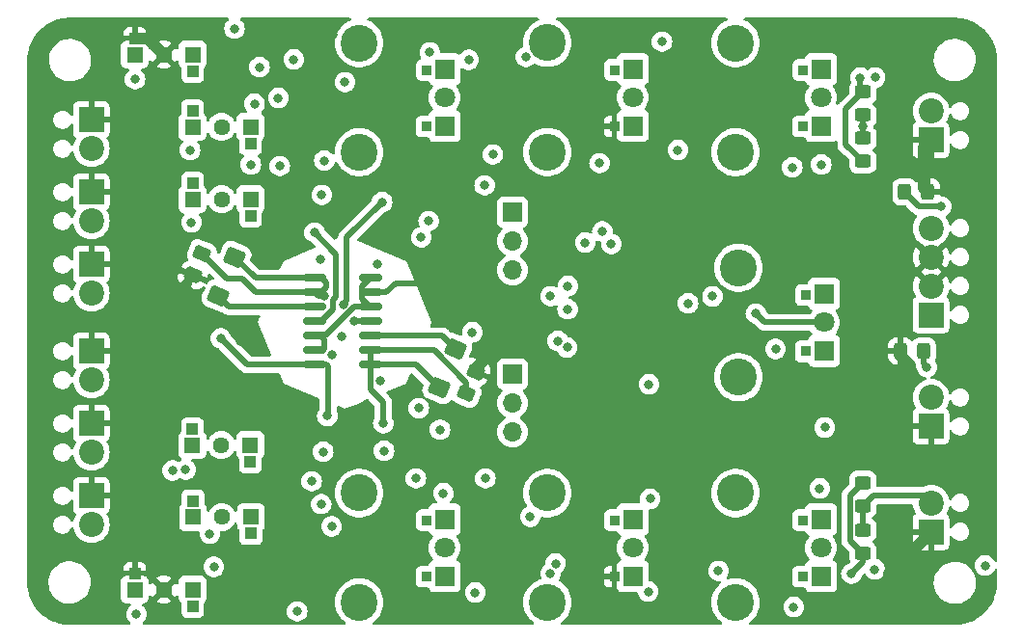
<source format=gbr>
%TF.GenerationSoftware,KiCad,Pcbnew,7.0.1*%
%TF.CreationDate,2023-09-03T00:34:55+01:00*%
%TF.ProjectId,noise-synth-card,6e6f6973-652d-4737-996e-74682d636172,rev?*%
%TF.SameCoordinates,Original*%
%TF.FileFunction,Copper,L1,Top*%
%TF.FilePolarity,Positive*%
%FSLAX46Y46*%
G04 Gerber Fmt 4.6, Leading zero omitted, Abs format (unit mm)*
G04 Created by KiCad (PCBNEW 7.0.1) date 2023-09-03 00:34:55*
%MOMM*%
%LPD*%
G01*
G04 APERTURE LIST*
G04 Aperture macros list*
%AMRoundRect*
0 Rectangle with rounded corners*
0 $1 Rounding radius*
0 $2 $3 $4 $5 $6 $7 $8 $9 X,Y pos of 4 corners*
0 Add a 4 corners polygon primitive as box body*
4,1,4,$2,$3,$4,$5,$6,$7,$8,$9,$2,$3,0*
0 Add four circle primitives for the rounded corners*
1,1,$1+$1,$2,$3*
1,1,$1+$1,$4,$5*
1,1,$1+$1,$6,$7*
1,1,$1+$1,$8,$9*
0 Add four rect primitives between the rounded corners*
20,1,$1+$1,$2,$3,$4,$5,0*
20,1,$1+$1,$4,$5,$6,$7,0*
20,1,$1+$1,$6,$7,$8,$9,0*
20,1,$1+$1,$8,$9,$2,$3,0*%
G04 Aperture macros list end*
%TA.AperFunction,ComponentPad*%
%ADD10R,2.200000X2.200000*%
%TD*%
%TA.AperFunction,ComponentPad*%
%ADD11C,2.200000*%
%TD*%
%TA.AperFunction,ComponentPad*%
%ADD12C,3.240000*%
%TD*%
%TA.AperFunction,ComponentPad*%
%ADD13R,1.800000X1.800000*%
%TD*%
%TA.AperFunction,ComponentPad*%
%ADD14R,0.900000X0.899998*%
%TD*%
%TA.AperFunction,ComponentPad*%
%ADD15C,1.800000*%
%TD*%
%TA.AperFunction,ComponentPad*%
%ADD16R,0.899998X0.899994*%
%TD*%
%TA.AperFunction,SMDPad,CuDef*%
%ADD17RoundRect,0.250000X-0.450000X0.325000X-0.450000X-0.325000X0.450000X-0.325000X0.450000X0.325000X0*%
%TD*%
%TA.AperFunction,ComponentPad*%
%ADD18R,1.440000X1.440000*%
%TD*%
%TA.AperFunction,ComponentPad*%
%ADD19R,1.000000X1.000000*%
%TD*%
%TA.AperFunction,ComponentPad*%
%ADD20C,1.440000*%
%TD*%
%TA.AperFunction,SMDPad,CuDef*%
%ADD21RoundRect,0.284615X0.348079X-0.637084X0.696616X0.204357X-0.348079X0.637084X-0.696616X-0.204357X0*%
%TD*%
%TA.AperFunction,SMDPad,CuDef*%
%ADD22RoundRect,0.286538X0.345125X-0.639191X0.696017X0.207936X-0.345125X0.639191X-0.696017X-0.207936X0*%
%TD*%
%TA.AperFunction,ComponentPad*%
%ADD23R,1.700000X1.700000*%
%TD*%
%TA.AperFunction,ComponentPad*%
%ADD24O,1.700000X1.700000*%
%TD*%
%TA.AperFunction,SMDPad,CuDef*%
%ADD25RoundRect,0.250000X-0.309687X0.493584X-0.567998X-0.130035X0.309687X-0.493584X0.567998X0.130035X0*%
%TD*%
%TA.AperFunction,SMDPad,CuDef*%
%ADD26RoundRect,0.250000X0.325000X0.450000X-0.325000X0.450000X-0.325000X-0.450000X0.325000X-0.450000X0*%
%TD*%
%TA.AperFunction,SMDPad,CuDef*%
%ADD27RoundRect,0.250000X0.309687X-0.493584X0.567998X0.130035X-0.309687X0.493584X-0.567998X-0.130035X0*%
%TD*%
%TA.AperFunction,SMDPad,CuDef*%
%ADD28RoundRect,0.284615X-0.348079X0.637084X-0.696616X-0.204357X0.348079X-0.637084X0.696616X0.204357X0*%
%TD*%
%TA.AperFunction,SMDPad,CuDef*%
%ADD29RoundRect,0.286538X-0.345125X0.639191X-0.696017X-0.207936X0.345125X-0.639191X0.696017X0.207936X0*%
%TD*%
%TA.AperFunction,SMDPad,CuDef*%
%ADD30RoundRect,0.150000X0.825000X0.150000X-0.825000X0.150000X-0.825000X-0.150000X0.825000X-0.150000X0*%
%TD*%
%TA.AperFunction,ViaPad*%
%ADD31C,0.800000*%
%TD*%
%TA.AperFunction,Conductor*%
%ADD32C,0.500000*%
%TD*%
%TA.AperFunction,Conductor*%
%ADD33C,1.000000*%
%TD*%
G04 APERTURE END LIST*
D10*
%TO.P,J5,1,gnd*%
%TO.N,GND*%
X180975000Y-60198000D03*
D11*
%TO.P,J5,2,signal*%
%TO.N,/VCO-saw-square-0/VCO_OUT*%
X180975000Y-57658000D03*
%TD*%
D10*
%TO.P,J3,1,gnd*%
%TO.N,GND*%
X107315000Y-71120000D03*
D11*
%TO.P,J3,2,signal*%
%TO.N,Net-(J3-signal)*%
X107315000Y-73660000D03*
%TD*%
D12*
%TO.P,PT6,*%
%TO.N,*%
X163830000Y-61275000D03*
D13*
X171330000Y-58975000D03*
X171330000Y-53975000D03*
D12*
X163830000Y-51675000D03*
D14*
%TO.P,PT6,1,1*%
%TO.N,-12V*%
X169729800Y-59015000D03*
D15*
%TO.P,PT6,2,2*%
%TO.N,Net-(PT6-Pad2)*%
X171330000Y-56475000D03*
D16*
%TO.P,PT6,3,3*%
%TO.N,+12V*%
X169755200Y-54062000D03*
%TD*%
D10*
%TO.P,J1,1,gnd*%
%TO.N,GND*%
X107315000Y-58420000D03*
D11*
%TO.P,J1,2,signal*%
%TO.N,Net-(J1-signal)*%
X107315000Y-60960000D03*
%TD*%
D17*
%TO.P,D5,1,K*%
%TO.N,Net-(D5-K)*%
X175006000Y-55963600D03*
%TO.P,D5,2,A*%
%TO.N,/VCO-saw-square-0/VCO_OUT*%
X175006000Y-58013600D03*
%TD*%
D12*
%TO.P,PT2,*%
%TO.N,*%
X147320000Y-61263600D03*
D13*
X154820000Y-58963600D03*
X154820000Y-53963600D03*
D12*
X147320000Y-51663600D03*
D14*
%TO.P,PT2,1,1*%
%TO.N,GND*%
X153219800Y-59003600D03*
D15*
%TO.P,PT2,2,2*%
%TO.N,Net-(PT2-Pad2)*%
X154820000Y-56463600D03*
D16*
%TO.P,PT2,3,3*%
%TO.N,Net-(PT2-Pad3)*%
X153245200Y-54050600D03*
%TD*%
D10*
%TO.P,J11,1,gnd*%
%TO.N,GND*%
X180975000Y-85344000D03*
D11*
%TO.P,J11,2,signal*%
%TO.N,Net-(J11-signal)*%
X180975000Y-82804000D03*
%TD*%
D17*
%TO.P,D6,1,K*%
%TO.N,/VCO-saw-square-0/VCO_OUT*%
X175006000Y-60036600D03*
%TO.P,D6,2,A*%
%TO.N,Net-(D5-K)*%
X175006000Y-62086600D03*
%TD*%
D12*
%TO.P,PT12,*%
%TO.N,*%
X163830000Y-100812000D03*
D13*
X171330000Y-98512000D03*
X171330000Y-93512000D03*
D12*
X163830000Y-91212000D03*
D14*
%TO.P,PT12,1,1*%
%TO.N,-12V*%
X169729800Y-98552000D03*
D15*
%TO.P,PT12,2,2*%
%TO.N,Net-(PT12-Pad2)*%
X171330000Y-96012000D03*
D16*
%TO.P,PT12,3,3*%
%TO.N,+12V*%
X169755200Y-93599000D03*
%TD*%
D18*
%TO.P,PT11,*%
%TO.N,*%
X121259600Y-86995000D03*
X116179600Y-86995000D03*
D19*
%TO.P,PT11,1,1*%
%TO.N,Net-(PT11-Pad1)*%
X116179600Y-85572600D03*
D20*
%TO.P,PT11,2,2*%
X118719600Y-86995000D03*
D19*
%TO.P,PT11,3,3*%
%TO.N,Net-(J9-signal)*%
X121259600Y-88442800D03*
%TD*%
D18*
%TO.P,PT9,*%
%TO.N,*%
X121310400Y-93319600D03*
X116230400Y-93319600D03*
D19*
%TO.P,PT9,1,1*%
%TO.N,Net-(Q3-B)*%
X116230400Y-91897200D03*
D20*
%TO.P,PT9,2,2*%
X118770400Y-93319600D03*
D19*
%TO.P,PT9,3,3*%
%TO.N,Net-(PT9-Pad3)*%
X121310400Y-94767400D03*
%TD*%
D21*
%TO.P,D2,1,K*%
%TO.N,Net-(D2-K)*%
X137827462Y-81963938D03*
D22*
%TO.P,D2,2,A*%
%TO.N,Net-(D2-A)*%
X139237651Y-78559442D03*
%TD*%
D12*
%TO.P,PT8,*%
%TO.N,*%
X147320000Y-100812000D03*
D13*
X154820000Y-98512000D03*
X154820000Y-93512000D03*
D12*
X147320000Y-91212000D03*
D14*
%TO.P,PT8,1,1*%
%TO.N,GND*%
X153219800Y-98552000D03*
D15*
%TO.P,PT8,2,2*%
%TO.N,Net-(PT8-Pad2)*%
X154820000Y-96012000D03*
D16*
%TO.P,PT8,3,3*%
%TO.N,Net-(PT8-Pad3)*%
X153245200Y-93599000D03*
%TD*%
D23*
%TO.P,J6,1,saw*%
%TO.N,Net-(J6-saw)*%
X144272000Y-80772000D03*
D24*
%TO.P,J6,2,out*%
%TO.N,/VCO-saw-square-1/VCO_OUT*%
X144272000Y-83312000D03*
%TO.P,J6,3,square*%
%TO.N,Net-(J6-square)*%
X144272000Y-85852000D03*
%TD*%
D12*
%TO.P,PT7,*%
%TO.N,*%
X130810000Y-100812000D03*
D13*
X138310000Y-98512000D03*
X138310000Y-93512000D03*
D12*
X130810000Y-91212000D03*
D14*
%TO.P,PT7,1,1*%
%TO.N,Net-(PT7-Pad1)*%
X136709800Y-98552000D03*
D15*
%TO.P,PT7,2,2*%
%TO.N,Net-(PT7-Pad2)*%
X138310000Y-96012000D03*
D16*
%TO.P,PT7,3,3*%
%TO.N,Net-(PT7-Pad3)*%
X136735200Y-93599000D03*
%TD*%
D12*
%TO.P,PT1,*%
%TO.N,*%
X130810000Y-61275000D03*
D13*
X138310000Y-58975000D03*
X138310000Y-53975000D03*
D12*
X130810000Y-51675000D03*
D14*
%TO.P,PT1,1,1*%
%TO.N,Net-(PT1-Pad1)*%
X136709800Y-59015000D03*
D15*
%TO.P,PT1,2,2*%
%TO.N,Net-(PT1-Pad2)*%
X138310000Y-56475000D03*
D16*
%TO.P,PT1,3,3*%
%TO.N,Net-(PT1-Pad3)*%
X136735200Y-54062000D03*
%TD*%
D12*
%TO.P,PT13,*%
%TO.N,*%
X164084000Y-81026000D03*
D13*
X171584000Y-78726000D03*
X171584000Y-73726000D03*
D12*
X164084000Y-71426000D03*
D14*
%TO.P,PT13,1,1*%
%TO.N,Net-(U4B--)*%
X169983800Y-78766000D03*
D15*
%TO.P,PT13,2,2*%
%TO.N,Net-(U4A-+)*%
X171584000Y-76226000D03*
D16*
%TO.P,PT13,3,3*%
%TO.N,Net-(U4C--)*%
X170009200Y-73813000D03*
%TD*%
D18*
%TO.P,PT10,*%
%TO.N,*%
X116205000Y-99695000D03*
X111125000Y-99695000D03*
D19*
%TO.P,PT10,1,1*%
%TO.N,GND*%
X111125000Y-98272600D03*
D20*
%TO.P,PT10,2,2*%
X113665000Y-99695000D03*
D19*
%TO.P,PT10,3,3*%
%TO.N,Net-(PT10-Pad3)*%
X116205000Y-101142800D03*
%TD*%
D18*
%TO.P,PT5,*%
%TO.N,*%
X121285000Y-65405000D03*
X116205000Y-65405000D03*
D19*
%TO.P,PT5,1,1*%
%TO.N,Net-(PT5-Pad1)*%
X116205000Y-63982600D03*
D20*
%TO.P,PT5,2,2*%
X118745000Y-65405000D03*
D19*
%TO.P,PT5,3,3*%
%TO.N,Net-(J3-signal)*%
X121285000Y-66852800D03*
%TD*%
D25*
%TO.P,C2,1*%
%TO.N,Net-(D1-K)*%
X117008434Y-70161475D03*
%TO.P,C2,2*%
%TO.N,GND*%
X116214366Y-72078525D03*
%TD*%
D18*
%TO.P,PT4,*%
%TO.N,*%
X116205000Y-52705000D03*
X111125000Y-52705000D03*
D19*
%TO.P,PT4,1,1*%
%TO.N,GND*%
X111125000Y-51282600D03*
D20*
%TO.P,PT4,2,2*%
X113665000Y-52705000D03*
D19*
%TO.P,PT4,3,3*%
%TO.N,Net-(PT4-Pad3)*%
X116205000Y-54152800D03*
%TD*%
D10*
%TO.P,J10,1,gnd*%
%TO.N,GND*%
X180975000Y-94615000D03*
D11*
%TO.P,J10,2,signal*%
%TO.N,/VCO-saw-square-1/VCO_OUT*%
X180975000Y-92075000D03*
%TD*%
D10*
%TO.P,J8,1,gnd*%
%TO.N,GND*%
X107315000Y-85090000D03*
D11*
%TO.P,J8,2,signal*%
%TO.N,Net-(J8-signal)*%
X107315000Y-87630000D03*
%TD*%
D18*
%TO.P,PT3,*%
%TO.N,*%
X121275000Y-59055000D03*
X116195000Y-59055000D03*
D19*
%TO.P,PT3,1,1*%
%TO.N,Net-(Q1-B)*%
X116195000Y-57632600D03*
D20*
%TO.P,PT3,2,2*%
X118735000Y-59055000D03*
D19*
%TO.P,PT3,3,3*%
%TO.N,Net-(PT3-Pad3)*%
X121275000Y-60502800D03*
%TD*%
D23*
%TO.P,J13,1,saw*%
%TO.N,Net-(J13-saw)*%
X144272000Y-66548000D03*
D24*
%TO.P,J13,2,out*%
%TO.N,/VCO-saw-square-0/VCO_OUT*%
X144272000Y-69088000D03*
%TO.P,J13,3,square*%
%TO.N,Net-(J13-square)*%
X144272000Y-71628000D03*
%TD*%
D10*
%TO.P,J4,1,-12v*%
%TO.N,-12V*%
X180975000Y-75565000D03*
D11*
%TO.P,J4,2,gnd*%
%TO.N,GND*%
X180975000Y-73025000D03*
%TO.P,J4,3,gnd*%
X180975000Y-70485000D03*
%TO.P,J4,4,+12v*%
%TO.N,+12V*%
X180975000Y-67945000D03*
%TD*%
D10*
%TO.P,J9,1,gnd*%
%TO.N,GND*%
X107315000Y-78740000D03*
D11*
%TO.P,J9,2,signal*%
%TO.N,Net-(J9-signal)*%
X107315000Y-81280000D03*
%TD*%
D10*
%TO.P,J7,1,gnd*%
%TO.N,GND*%
X107315000Y-91440000D03*
D11*
%TO.P,J7,2,signal*%
%TO.N,Net-(J7-signal)*%
X107315000Y-93980000D03*
%TD*%
D26*
%TO.P,D8,1,K*%
%TO.N,Net-(D8-K)*%
X180340000Y-78740000D03*
%TO.P,D8,2,A*%
%TO.N,GND*%
X178290000Y-78740000D03*
%TD*%
D17*
%TO.P,D3,1,K*%
%TO.N,/VCO-saw-square-1/VCO_OUT*%
X175006000Y-94479000D03*
%TO.P,D3,2,A*%
%TO.N,Net-(D3-A)*%
X175006000Y-96529000D03*
%TD*%
D26*
%TO.P,D7,1,K*%
%TO.N,GND*%
X180704600Y-64770000D03*
%TO.P,D7,2,A*%
%TO.N,Net-(D7-A)*%
X178654600Y-64770000D03*
%TD*%
D27*
%TO.P,C5,1*%
%TO.N,Net-(D2-K)*%
X140217366Y-82492525D03*
%TO.P,C5,2*%
%TO.N,GND*%
X141011434Y-80575475D03*
%TD*%
D17*
%TO.P,D4,1,K*%
%TO.N,Net-(D3-A)*%
X175006000Y-90288000D03*
%TO.P,D4,2,A*%
%TO.N,/VCO-saw-square-1/VCO_OUT*%
X175006000Y-92338000D03*
%TD*%
D28*
%TO.P,D1,1,K*%
%TO.N,Net-(D1-K)*%
X119880938Y-70486862D03*
D29*
%TO.P,D1,2,A*%
%TO.N,Net-(D1-A)*%
X118470749Y-73891358D03*
%TD*%
D30*
%TO.P,U1,1*%
%TO.N,Net-(D2-K)*%
X131826000Y-79945000D03*
%TO.P,U1,2*%
X131826000Y-78675000D03*
%TO.P,U1,3*%
%TO.N,Net-(D2-A)*%
X131826000Y-77405000D03*
%TO.P,U1,4*%
%TO.N,unconnected-(U1-Pad4)*%
X131826000Y-76135000D03*
%TO.P,U1,5*%
%TO.N,GND*%
X131826000Y-74865000D03*
%TO.P,U1,6*%
X131826000Y-73595000D03*
%TO.P,U1,7,GND*%
X131826000Y-72325000D03*
%TO.P,U1,8*%
%TO.N,Net-(D1-K)*%
X126876000Y-72325000D03*
%TO.P,U1,9*%
X126876000Y-73595000D03*
%TO.P,U1,10*%
%TO.N,Net-(D1-A)*%
X126876000Y-74865000D03*
%TO.P,U1,11*%
%TO.N,unconnected-(U1-Pad11)*%
X126876000Y-76135000D03*
%TO.P,U1,12*%
%TO.N,GND*%
X126876000Y-77405000D03*
%TO.P,U1,13*%
X126876000Y-78675000D03*
%TO.P,U1,14,VCC*%
%TO.N,+12V*%
X126876000Y-79945000D03*
%TD*%
D10*
%TO.P,J2,1,gnd*%
%TO.N,GND*%
X107315000Y-64770000D03*
D11*
%TO.P,J2,2,signal*%
%TO.N,Net-(J2-signal)*%
X107315000Y-67310000D03*
%TD*%
D31*
%TO.N,Net-(D1-K)*%
X127369700Y-70699500D03*
X125077544Y-53126919D03*
X127777619Y-73921026D03*
%TO.N,GND*%
X128016000Y-57912000D03*
X175920400Y-51435000D03*
X177292000Y-98298000D03*
X151790399Y-52324001D03*
X140430000Y-70037500D03*
X126238000Y-96266000D03*
X151899298Y-90932000D03*
X159265438Y-78840000D03*
X120396000Y-77876400D03*
X128549400Y-50927000D03*
X124192250Y-68639046D03*
X130302000Y-56642000D03*
X113944400Y-73406000D03*
X138582400Y-72771000D03*
X179175000Y-80010000D03*
X146050000Y-77978000D03*
X140430000Y-85852000D03*
%TO.N,+12V*%
X151892002Y-62230000D03*
X171348400Y-62357000D03*
X129565400Y-55118000D03*
X128397000Y-94132400D03*
X149094212Y-75057000D03*
X168935400Y-101219000D03*
X118668800Y-77622400D03*
X145440400Y-52903844D03*
X147599400Y-98298000D03*
X128016000Y-84429600D03*
X127655611Y-87579200D03*
X132370700Y-71120000D03*
X152146000Y-68238500D03*
%TO.N,-12V*%
X171221400Y-90805000D03*
X168808400Y-62611000D03*
X162331400Y-98044000D03*
X118059200Y-97688400D03*
X148040554Y-97401123D03*
X185720901Y-97577622D03*
X158775400Y-61087000D03*
X136243592Y-68750500D03*
X142544800Y-61468000D03*
X122072400Y-53797200D03*
X152933400Y-69342000D03*
X159664400Y-74549000D03*
X150647400Y-69215000D03*
X136042400Y-83755000D03*
%TO.N,Net-(U2C--)*%
X136906000Y-67310000D03*
X176066736Y-54717664D03*
X127758700Y-62004700D03*
%TO.N,Net-(J3-signal)*%
X116103400Y-67437000D03*
%TO.N,Net-(D2-K)*%
X132929000Y-85090000D03*
X125374400Y-101600000D03*
%TO.N,Net-(PT1-Pad1)*%
X137007600Y-52512600D03*
%TO.N,Net-(PT4-Pad3)*%
X111150400Y-54864000D03*
%TO.N,Net-(PT5-Pad1)*%
X121310400Y-62357000D03*
%TO.N,Net-(U2B--)*%
X123723400Y-56515000D03*
X123850400Y-62484000D03*
%TO.N,Net-(R17-Pad1)*%
X141814815Y-64179490D03*
X127533400Y-65024000D03*
%TO.N,unconnected-(U1-Pad4)*%
X132816600Y-65659000D03*
X129401582Y-74621984D03*
X130336766Y-76092616D03*
%TO.N,unconnected-(U1-Pad11)*%
X126898400Y-68326000D03*
%TO.N,Net-(Q1-B)*%
X119872500Y-50419000D03*
X121634000Y-57023000D03*
X140425321Y-53157244D03*
X157378400Y-51562000D03*
%TO.N,Net-(PT3-Pad3)*%
X115976400Y-61087000D03*
%TO.N,Net-(J9-signal)*%
X115595400Y-89154000D03*
%TO.N,Net-(D3-A)*%
X173990000Y-98298000D03*
%TO.N,Net-(J11-signal)*%
X171653200Y-85445600D03*
X149051505Y-78426625D03*
%TO.N,Net-(PT7-Pad1)*%
X138201400Y-91215500D03*
%TO.N,Net-(PT7-Pad3)*%
X140995400Y-99949000D03*
%TO.N,Net-(PT8-Pad3)*%
X156169999Y-99862002D03*
%TO.N,Net-(Q3-B)*%
X127481000Y-92175000D03*
X145821400Y-93282000D03*
X156338798Y-91717602D03*
%TO.N,Net-(PT9-Pad3)*%
X117703600Y-94792800D03*
X114430527Y-89217259D03*
%TO.N,Net-(PT10-Pad3)*%
X111277400Y-101854000D03*
%TO.N,Net-(U3C--)*%
X126644400Y-90170000D03*
X176047400Y-97917000D03*
X132675500Y-81345001D03*
%TO.N,Net-(U3D-+)*%
X137900278Y-85644903D03*
X129311400Y-77470000D03*
%TO.N,Net-(R36-Pad1)*%
X140741400Y-77089000D03*
X128427929Y-79046847D03*
%TO.N,Net-(U3D--)*%
X135788400Y-89916000D03*
X132994400Y-87503000D03*
%TO.N,Net-(D5-K)*%
X174777400Y-54737000D03*
%TO.N,/VCO-saw-square-0/VCO_OUT*%
X147599400Y-73914000D03*
X175006000Y-59029600D03*
%TO.N,/VCO-saw-square-1/VCO_OUT*%
X156235400Y-81661000D03*
%TO.N,Net-(J6-square)*%
X141884400Y-89916000D03*
%TO.N,Net-(U4A-+)*%
X165608000Y-75438000D03*
X148234400Y-77851000D03*
%TO.N,Net-(D7-A)*%
X181864000Y-66040000D03*
%TO.N,Net-(D8-K)*%
X180619400Y-80137000D03*
%TO.N,Net-(U4B--)*%
X149123400Y-73025000D03*
X167334900Y-78562500D03*
%TO.N,Net-(U4C--)*%
X161803809Y-73933591D03*
%TD*%
D32*
%TO.N,Net-(D1-K)*%
X120548400Y-72390000D02*
X119236959Y-72390000D01*
X126876000Y-72325000D02*
X121719076Y-72325000D01*
X126876000Y-73595000D02*
X121753400Y-73595000D01*
X127901700Y-72718700D02*
X127508000Y-72325000D01*
X127202026Y-73921026D02*
X127777619Y-73921026D01*
X121753400Y-73595000D02*
X120548400Y-72390000D01*
X127901700Y-73164700D02*
X127901700Y-72718700D01*
X121719076Y-72325000D02*
X119880938Y-70486862D01*
X119236959Y-72390000D02*
X117008434Y-70161475D01*
X126876000Y-73595000D02*
X127202026Y-73921026D01*
X127471400Y-73595000D02*
X127901700Y-73164700D01*
%TO.N,GND*%
X131826000Y-74865000D02*
X131089400Y-74128400D01*
D33*
X180340000Y-60833000D02*
X180975000Y-60198000D01*
D32*
X130363007Y-74865000D02*
X127823007Y-77405000D01*
X127823007Y-77405000D02*
X127429528Y-77405000D01*
X131826000Y-73595000D02*
X133186400Y-73595000D01*
D33*
X180975000Y-94615000D02*
X177292000Y-98298000D01*
X178290000Y-78740000D02*
X178290000Y-79125000D01*
D32*
X114886891Y-73406000D02*
X113944400Y-73406000D01*
X127443000Y-77405000D02*
X127736600Y-77698600D01*
X127736600Y-77698600D02*
X127736600Y-78536800D01*
X133186400Y-73595000D02*
X134010400Y-72771000D01*
D33*
X112245000Y-51285000D02*
X111125000Y-51285000D01*
X141011434Y-80270675D02*
X143304109Y-77978000D01*
X141011434Y-80575475D02*
X141011434Y-80270675D01*
D32*
X131089400Y-74128400D02*
X131089400Y-73061600D01*
D33*
X113665000Y-52705000D02*
X112245000Y-51285000D01*
X143304109Y-77978000D02*
X146050000Y-77978000D01*
D32*
X134010400Y-72771000D02*
X138582400Y-72771000D01*
X127736600Y-78536800D02*
X127598400Y-78675000D01*
X116214366Y-72078525D02*
X114886891Y-73406000D01*
D33*
X178290000Y-79125000D02*
X179175000Y-80010000D01*
D32*
X131089400Y-73061600D02*
X131826000Y-72325000D01*
D33*
X180704600Y-64770000D02*
X180340000Y-64405400D01*
X180340000Y-64405400D02*
X180340000Y-60833000D01*
D32*
X131826000Y-74865000D02*
X130363007Y-74865000D01*
X126876000Y-77405000D02*
X127443000Y-77405000D01*
%TO.N,Net-(D1-A)*%
X126876000Y-74865000D02*
X126814000Y-74803000D01*
X119382391Y-74803000D02*
X118470749Y-73891358D01*
X126814000Y-74803000D02*
X119382391Y-74803000D01*
%TO.N,+12V*%
X128066800Y-80111600D02*
X128066800Y-84378800D01*
X120991400Y-79945000D02*
X118668800Y-77622400D01*
X126876000Y-79945000D02*
X120991400Y-79945000D01*
X128066800Y-84378800D02*
X128016000Y-84429600D01*
X127900200Y-79945000D02*
X128066800Y-80111600D01*
X126876000Y-79945000D02*
X127900200Y-79945000D01*
%TO.N,Net-(D2-K)*%
X137374400Y-78675000D02*
X140217366Y-81517966D01*
X132929000Y-83246600D02*
X132929000Y-85090000D01*
X135808524Y-79945000D02*
X137827462Y-81963938D01*
X131826000Y-82143600D02*
X132929000Y-83246600D01*
X131826000Y-78675000D02*
X137374400Y-78675000D01*
X140217366Y-81517966D02*
X140217366Y-82492525D01*
X131826000Y-79945000D02*
X135808524Y-79945000D01*
X131826000Y-78675000D02*
X131826000Y-79945000D01*
X131826000Y-79945000D02*
X131826000Y-82143600D01*
%TO.N,unconnected-(U1-Pad4)*%
X130379150Y-76135000D02*
X130336766Y-76092616D01*
X132816600Y-65659000D02*
X129723185Y-68752415D01*
X131826000Y-76135000D02*
X130379150Y-76135000D01*
X129723185Y-74300381D02*
X129401582Y-74621984D01*
X129723185Y-68752415D02*
X129723185Y-74300381D01*
%TO.N,unconnected-(U1-Pad11)*%
X128552082Y-75064693D02*
X128552082Y-74270109D01*
X127481775Y-76135000D02*
X128552082Y-75064693D01*
X128552082Y-74270109D02*
X128804400Y-74017791D01*
X128804400Y-70232000D02*
X126898400Y-68326000D01*
X126876000Y-76135000D02*
X127481775Y-76135000D01*
X128804400Y-74017791D02*
X128804400Y-70232000D01*
%TO.N,Net-(D2-A)*%
X131826000Y-77405000D02*
X138083209Y-77405000D01*
X138083209Y-77405000D02*
X139237651Y-78559442D01*
%TO.N,Net-(D3-A)*%
X175006000Y-97282000D02*
X173990000Y-98298000D01*
X173856000Y-91438000D02*
X173856000Y-95379000D01*
X175006000Y-96529000D02*
X175006000Y-97282000D01*
X173856000Y-95379000D02*
X175006000Y-96529000D01*
X175006000Y-90288000D02*
X173856000Y-91438000D01*
%TO.N,Net-(D5-K)*%
X175006000Y-55963600D02*
X174777400Y-55735000D01*
X173507400Y-60588000D02*
X173507400Y-57658000D01*
X175006000Y-62086600D02*
X173507400Y-60588000D01*
X173507400Y-57658000D02*
X173507400Y-57462200D01*
X173507400Y-57462200D02*
X175006000Y-55963600D01*
X174777400Y-55735000D02*
X174777400Y-54737000D01*
%TO.N,/VCO-saw-square-0/VCO_OUT*%
X175006000Y-60036600D02*
X175006000Y-58013600D01*
X175006000Y-60036600D02*
X175006000Y-59029600D01*
%TO.N,/VCO-saw-square-1/VCO_OUT*%
X175904000Y-91440000D02*
X180340000Y-91440000D01*
X180340000Y-91440000D02*
X180975000Y-92075000D01*
X175006000Y-92338000D02*
X175904000Y-91440000D01*
X175006000Y-92338000D02*
X175006000Y-94479000D01*
%TO.N,Net-(U4A-+)*%
X165608000Y-75438000D02*
X166396000Y-76226000D01*
X166396000Y-76226000D02*
X171584000Y-76226000D01*
%TO.N,Net-(D7-A)*%
X179924600Y-66040000D02*
X181864000Y-66040000D01*
X178654600Y-64770000D02*
X179924600Y-66040000D01*
%TO.N,Net-(D8-K)*%
X180340000Y-78740000D02*
X180340000Y-79857600D01*
X180340000Y-79857600D02*
X180619400Y-80137000D01*
%TD*%
%TA.AperFunction,Conductor*%
%TO.N,GND*%
G36*
X119339256Y-49474812D02*
G01*
X119384216Y-49517031D01*
X119403274Y-49575688D01*
X119391718Y-49636271D01*
X119352404Y-49683792D01*
X119266629Y-49746110D01*
X119139966Y-49886783D01*
X119045320Y-50050715D01*
X118986826Y-50230742D01*
X118967040Y-50418999D01*
X118986826Y-50607257D01*
X119045320Y-50787284D01*
X119139966Y-50951216D01*
X119266629Y-51091889D01*
X119419769Y-51203151D01*
X119592697Y-51280144D01*
X119777852Y-51319500D01*
X119777854Y-51319500D01*
X119967146Y-51319500D01*
X119967148Y-51319500D01*
X120090583Y-51293262D01*
X120152303Y-51280144D01*
X120325230Y-51203151D01*
X120478371Y-51091888D01*
X120605033Y-50951216D01*
X120699679Y-50787284D01*
X120758174Y-50607256D01*
X120777960Y-50419000D01*
X120758174Y-50230744D01*
X120699679Y-50050716D01*
X120699679Y-50050715D01*
X120605033Y-49886783D01*
X120478370Y-49746110D01*
X120392596Y-49683792D01*
X120353282Y-49636271D01*
X120341726Y-49575688D01*
X120360784Y-49517031D01*
X120405744Y-49474812D01*
X120465481Y-49459474D01*
X129991407Y-49459474D01*
X130055835Y-49477526D01*
X130101505Y-49526426D01*
X130115118Y-49591936D01*
X130092711Y-49654982D01*
X130040810Y-49697207D01*
X129938709Y-49741556D01*
X129832151Y-49787840D01*
X129584293Y-49938566D01*
X129359267Y-50121638D01*
X129359264Y-50121640D01*
X129359264Y-50121641D01*
X129348220Y-50133466D01*
X129161256Y-50333656D01*
X128993971Y-50570644D01*
X128860507Y-50828219D01*
X128763362Y-51101560D01*
X128704342Y-51385579D01*
X128684544Y-51674999D01*
X128704342Y-51964420D01*
X128763362Y-52248439D01*
X128860507Y-52521780D01*
X128993971Y-52779355D01*
X129161256Y-53016343D01*
X129161259Y-53016346D01*
X129161261Y-53016349D01*
X129359264Y-53228359D01*
X129584292Y-53411433D01*
X129832152Y-53562160D01*
X130098228Y-53677733D01*
X130377563Y-53755999D01*
X130664954Y-53795500D01*
X130955046Y-53795500D01*
X131242437Y-53755999D01*
X131521772Y-53677733D01*
X131787848Y-53562160D01*
X132035708Y-53411433D01*
X132260736Y-53228359D01*
X132458739Y-53016349D01*
X132599948Y-52816302D01*
X132626028Y-52779355D01*
X132626030Y-52779352D01*
X132759491Y-52521784D01*
X132856637Y-52248441D01*
X132915658Y-51964416D01*
X132935455Y-51675000D01*
X132915658Y-51385584D01*
X132856637Y-51101559D01*
X132759491Y-50828216D01*
X132626030Y-50570648D01*
X132626028Y-50570644D01*
X132458743Y-50333656D01*
X132458741Y-50333653D01*
X132458739Y-50333651D01*
X132260736Y-50121641D01*
X132035708Y-49938567D01*
X131787848Y-49787840D01*
X131579189Y-49697207D01*
X131527289Y-49654982D01*
X131504882Y-49591936D01*
X131518495Y-49526426D01*
X131564165Y-49477526D01*
X131628593Y-49459474D01*
X146475161Y-49459474D01*
X146539589Y-49477526D01*
X146585259Y-49526426D01*
X146598872Y-49591936D01*
X146576465Y-49654982D01*
X146524563Y-49697208D01*
X146342151Y-49776440D01*
X146094293Y-49927166D01*
X145869267Y-50110238D01*
X145869264Y-50110240D01*
X145869264Y-50110241D01*
X145798276Y-50186251D01*
X145671256Y-50322256D01*
X145503971Y-50559244D01*
X145370507Y-50816819D01*
X145273362Y-51090160D01*
X145214342Y-51374179D01*
X145194544Y-51663600D01*
X145212791Y-51930344D01*
X145206046Y-51979976D01*
X145180216Y-52022891D01*
X145139516Y-52052085D01*
X144987669Y-52119692D01*
X144834529Y-52230954D01*
X144707866Y-52371627D01*
X144613220Y-52535559D01*
X144554726Y-52715586D01*
X144534940Y-52903844D01*
X144554726Y-53092101D01*
X144613220Y-53272128D01*
X144707866Y-53436060D01*
X144834529Y-53576733D01*
X144987669Y-53687995D01*
X145160597Y-53764988D01*
X145345752Y-53804344D01*
X145345754Y-53804344D01*
X145535046Y-53804344D01*
X145535048Y-53804344D01*
X145717375Y-53765589D01*
X145720203Y-53764988D01*
X145893130Y-53687995D01*
X146046271Y-53576732D01*
X146097302Y-53520055D01*
X146143873Y-53487708D01*
X146199977Y-53479476D01*
X146253878Y-53497079D01*
X146342152Y-53550760D01*
X146608228Y-53666333D01*
X146887563Y-53744599D01*
X147174954Y-53784100D01*
X147465046Y-53784100D01*
X147752437Y-53744599D01*
X148031772Y-53666333D01*
X148297848Y-53550760D01*
X148545708Y-53400033D01*
X148770736Y-53216959D01*
X148968739Y-53004949D01*
X149101901Y-52816302D01*
X149136028Y-52767955D01*
X149136030Y-52767952D01*
X149269491Y-52510384D01*
X149366637Y-52237041D01*
X149425658Y-51953016D01*
X149445455Y-51663600D01*
X149438505Y-51562000D01*
X156472940Y-51562000D01*
X156492726Y-51750257D01*
X156551220Y-51930284D01*
X156645866Y-52094216D01*
X156772529Y-52234889D01*
X156925669Y-52346151D01*
X157098597Y-52423144D01*
X157283752Y-52462500D01*
X157283754Y-52462500D01*
X157473046Y-52462500D01*
X157473048Y-52462500D01*
X157614760Y-52432378D01*
X157658203Y-52423144D01*
X157831130Y-52346151D01*
X157981308Y-52237041D01*
X157984270Y-52234889D01*
X157991897Y-52226419D01*
X158110933Y-52094216D01*
X158205579Y-51930284D01*
X158264074Y-51750256D01*
X158283860Y-51562000D01*
X158264074Y-51373744D01*
X158213185Y-51217125D01*
X158205579Y-51193715D01*
X158110933Y-51029783D01*
X157984270Y-50889110D01*
X157831130Y-50777848D01*
X157658202Y-50700855D01*
X157473048Y-50661500D01*
X157473046Y-50661500D01*
X157283754Y-50661500D01*
X157283752Y-50661500D01*
X157098597Y-50700855D01*
X156925669Y-50777848D01*
X156772529Y-50889110D01*
X156645866Y-51029783D01*
X156551220Y-51193715D01*
X156492726Y-51373742D01*
X156472940Y-51562000D01*
X149438505Y-51562000D01*
X149425658Y-51374184D01*
X149366637Y-51090159D01*
X149269491Y-50816816D01*
X149136030Y-50559248D01*
X149136028Y-50559244D01*
X148968743Y-50322256D01*
X148968741Y-50322253D01*
X148968739Y-50322251D01*
X148770736Y-50110241D01*
X148545708Y-49927167D01*
X148297848Y-49776440D01*
X148115436Y-49697207D01*
X148063535Y-49654982D01*
X148041128Y-49591936D01*
X148054741Y-49526426D01*
X148100411Y-49477526D01*
X148164839Y-49459474D01*
X163011407Y-49459474D01*
X163075835Y-49477526D01*
X163121505Y-49526426D01*
X163135118Y-49591936D01*
X163112711Y-49654982D01*
X163060810Y-49697207D01*
X162958709Y-49741556D01*
X162852151Y-49787840D01*
X162604293Y-49938566D01*
X162379267Y-50121638D01*
X162379264Y-50121640D01*
X162379264Y-50121641D01*
X162368220Y-50133466D01*
X162181256Y-50333656D01*
X162013971Y-50570644D01*
X161880507Y-50828219D01*
X161783362Y-51101560D01*
X161724342Y-51385579D01*
X161704544Y-51674999D01*
X161724342Y-51964420D01*
X161783362Y-52248439D01*
X161880507Y-52521780D01*
X162013971Y-52779355D01*
X162181256Y-53016343D01*
X162181259Y-53016346D01*
X162181261Y-53016349D01*
X162379264Y-53228359D01*
X162604292Y-53411433D01*
X162852152Y-53562160D01*
X163118228Y-53677733D01*
X163397563Y-53755999D01*
X163684954Y-53795500D01*
X163975046Y-53795500D01*
X164262437Y-53755999D01*
X164541772Y-53677733D01*
X164807848Y-53562160D01*
X165055708Y-53411433D01*
X165280736Y-53228359D01*
X165478739Y-53016349D01*
X165619948Y-52816302D01*
X165646028Y-52779355D01*
X165646030Y-52779352D01*
X165779491Y-52521784D01*
X165876637Y-52248441D01*
X165935658Y-51964416D01*
X165955455Y-51675000D01*
X165935658Y-51385584D01*
X165876637Y-51101559D01*
X165779491Y-50828216D01*
X165646030Y-50570648D01*
X165646028Y-50570644D01*
X165478743Y-50333656D01*
X165478741Y-50333653D01*
X165478739Y-50333651D01*
X165280736Y-50121641D01*
X165055708Y-49938567D01*
X164807848Y-49787840D01*
X164599189Y-49697207D01*
X164547289Y-49654982D01*
X164524882Y-49591936D01*
X164538495Y-49526426D01*
X164584165Y-49477526D01*
X164648593Y-49459474D01*
X183004237Y-49459474D01*
X183004753Y-49459576D01*
X183052952Y-49459480D01*
X183059120Y-49459621D01*
X183208691Y-49466775D01*
X183422824Y-49477720D01*
X183434497Y-49478873D01*
X183608295Y-49504439D01*
X183609235Y-49504582D01*
X183796973Y-49534085D01*
X183807702Y-49536261D01*
X183982723Y-49579892D01*
X183984463Y-49580340D01*
X184163477Y-49628092D01*
X184173128Y-49631096D01*
X184344830Y-49692329D01*
X184347357Y-49693262D01*
X184518510Y-49758760D01*
X184527052Y-49762403D01*
X184692866Y-49840632D01*
X184696014Y-49842174D01*
X184858461Y-49924753D01*
X184865886Y-49928856D01*
X185023662Y-50023235D01*
X185027397Y-50025562D01*
X185066202Y-50050715D01*
X185179778Y-50124335D01*
X185186098Y-50128716D01*
X185334102Y-50238301D01*
X185338261Y-50241520D01*
X185479262Y-50355522D01*
X185484453Y-50359964D01*
X185555472Y-50424240D01*
X185621110Y-50483646D01*
X185625524Y-50487843D01*
X185753703Y-50615849D01*
X185757907Y-50620258D01*
X185881757Y-50756733D01*
X185886252Y-50761972D01*
X186000421Y-50902791D01*
X186003654Y-50906959D01*
X186094851Y-51029783D01*
X186113406Y-51054772D01*
X186117811Y-51061107D01*
X186216776Y-51213337D01*
X186219143Y-51217125D01*
X186247810Y-51264902D01*
X186312617Y-51372913D01*
X186313715Y-51374742D01*
X186317848Y-51382201D01*
X186400588Y-51544427D01*
X186402200Y-51547706D01*
X186447984Y-51644411D01*
X186466449Y-51683414D01*
X186480612Y-51713328D01*
X186484288Y-51721915D01*
X186549979Y-51892889D01*
X186550968Y-51895553D01*
X186612396Y-52067072D01*
X186615424Y-52076760D01*
X186663405Y-52255664D01*
X186663905Y-52257590D01*
X186673561Y-52296100D01*
X186707727Y-52432378D01*
X186709920Y-52443118D01*
X186739678Y-52630836D01*
X186739862Y-52632040D01*
X186765614Y-52805489D01*
X186766789Y-52817204D01*
X186778039Y-53031667D01*
X186778059Y-53032072D01*
X186785377Y-53180881D01*
X186785527Y-53186972D01*
X186785527Y-97157833D01*
X186768914Y-97219833D01*
X186723527Y-97265220D01*
X186661527Y-97281833D01*
X186599527Y-97265220D01*
X186554140Y-97219833D01*
X186453434Y-97045406D01*
X186326771Y-96904732D01*
X186173631Y-96793470D01*
X186000703Y-96716477D01*
X185815549Y-96677122D01*
X185815547Y-96677122D01*
X185626255Y-96677122D01*
X185626253Y-96677122D01*
X185441098Y-96716477D01*
X185268170Y-96793470D01*
X185115030Y-96904732D01*
X184988367Y-97045405D01*
X184893721Y-97209337D01*
X184835227Y-97389364D01*
X184815441Y-97577622D01*
X184835227Y-97765879D01*
X184893721Y-97945906D01*
X184988367Y-98109838D01*
X185115030Y-98250511D01*
X185268170Y-98361773D01*
X185441098Y-98438766D01*
X185626253Y-98478122D01*
X185626255Y-98478122D01*
X185815547Y-98478122D01*
X185815549Y-98478122D01*
X185963871Y-98446595D01*
X186000704Y-98438766D01*
X186173631Y-98361773D01*
X186257877Y-98300565D01*
X186326771Y-98250511D01*
X186343208Y-98232256D01*
X186453434Y-98109838D01*
X186520014Y-97994518D01*
X186554140Y-97935411D01*
X186599527Y-97890024D01*
X186661527Y-97873411D01*
X186723527Y-97890024D01*
X186768914Y-97935411D01*
X186785527Y-97997411D01*
X186785527Y-99060770D01*
X186785362Y-99067166D01*
X186777647Y-99216547D01*
X186777625Y-99216951D01*
X186765945Y-99429624D01*
X186764750Y-99441284D01*
X186738751Y-99613975D01*
X186738564Y-99615176D01*
X186708471Y-99802568D01*
X186706269Y-99813257D01*
X186662437Y-99986895D01*
X186661925Y-99988853D01*
X186613642Y-100167768D01*
X186610614Y-100177410D01*
X186549407Y-100347666D01*
X186548418Y-100350319D01*
X186482423Y-100521511D01*
X186478756Y-100530056D01*
X186400821Y-100694339D01*
X186399212Y-100697605D01*
X186316153Y-100860185D01*
X186312035Y-100867607D01*
X186218185Y-101023894D01*
X186215826Y-101027668D01*
X186116515Y-101180354D01*
X186112129Y-101186660D01*
X186003365Y-101333160D01*
X186000143Y-101337314D01*
X185885543Y-101478731D01*
X185881069Y-101483949D01*
X185758481Y-101619161D01*
X185754297Y-101623554D01*
X185625574Y-101752277D01*
X185621182Y-101756460D01*
X185486091Y-101878941D01*
X185480873Y-101883414D01*
X185339190Y-101998233D01*
X185335036Y-102001456D01*
X185188914Y-102109943D01*
X185182607Y-102114329D01*
X185029275Y-102214061D01*
X185025503Y-102216420D01*
X184869957Y-102309829D01*
X184862532Y-102313948D01*
X184698861Y-102397564D01*
X184695598Y-102399172D01*
X184532488Y-102476554D01*
X184523942Y-102480222D01*
X184351002Y-102546892D01*
X184348350Y-102547880D01*
X184179913Y-102608437D01*
X184170269Y-102611466D01*
X183988534Y-102660510D01*
X183986578Y-102661021D01*
X183815800Y-102704135D01*
X183805109Y-102706338D01*
X183612562Y-102737258D01*
X183611364Y-102737445D01*
X183443869Y-102762666D01*
X183432206Y-102763861D01*
X183203078Y-102776445D01*
X183202675Y-102776467D01*
X183070275Y-102783306D01*
X183063872Y-102783471D01*
X165113270Y-102782552D01*
X165051760Y-102766217D01*
X165006455Y-102721523D01*
X164989287Y-102660241D01*
X165004780Y-102598514D01*
X165048849Y-102552604D01*
X165055708Y-102548433D01*
X165280736Y-102365359D01*
X165478739Y-102153349D01*
X165646030Y-101916352D01*
X165779491Y-101658784D01*
X165876637Y-101385441D01*
X165911224Y-101219000D01*
X168029940Y-101219000D01*
X168036398Y-101280442D01*
X168049726Y-101407257D01*
X168108220Y-101587284D01*
X168202866Y-101751216D01*
X168329529Y-101891889D01*
X168482669Y-102003151D01*
X168655597Y-102080144D01*
X168840752Y-102119500D01*
X168840754Y-102119500D01*
X169030046Y-102119500D01*
X169030048Y-102119500D01*
X169184853Y-102086595D01*
X169215203Y-102080144D01*
X169388130Y-102003151D01*
X169541271Y-101891888D01*
X169667933Y-101751216D01*
X169762579Y-101587284D01*
X169821074Y-101407256D01*
X169840860Y-101219000D01*
X169821074Y-101030744D01*
X169781546Y-100909090D01*
X169762579Y-100850715D01*
X169667933Y-100686783D01*
X169541270Y-100546110D01*
X169388130Y-100434848D01*
X169215202Y-100357855D01*
X169030048Y-100318500D01*
X169030046Y-100318500D01*
X168840754Y-100318500D01*
X168840752Y-100318500D01*
X168655597Y-100357855D01*
X168482669Y-100434848D01*
X168329529Y-100546110D01*
X168202866Y-100686783D01*
X168108220Y-100850715D01*
X168049726Y-101030742D01*
X168029940Y-101218999D01*
X168029940Y-101219000D01*
X165911224Y-101219000D01*
X165935658Y-101101416D01*
X165955455Y-100812000D01*
X165935658Y-100522584D01*
X165876637Y-100238559D01*
X165779491Y-99965216D01*
X165646030Y-99707648D01*
X165646028Y-99707644D01*
X165478743Y-99470656D01*
X165478741Y-99470653D01*
X165478739Y-99470651D01*
X165280736Y-99258641D01*
X165055708Y-99075567D01*
X165013448Y-99049868D01*
X168779300Y-99049868D01*
X168785709Y-99109483D01*
X168810856Y-99176905D01*
X168836004Y-99244330D01*
X168922254Y-99359545D01*
X169037469Y-99445795D01*
X169172317Y-99496090D01*
X169231927Y-99502499D01*
X169843478Y-99502498D01*
X169892290Y-99512510D01*
X169933221Y-99540928D01*
X169959659Y-99583163D01*
X169986203Y-99654329D01*
X169986204Y-99654331D01*
X170072454Y-99769546D01*
X170187669Y-99855796D01*
X170322517Y-99906091D01*
X170382127Y-99912500D01*
X172277872Y-99912499D01*
X172337483Y-99906091D01*
X172472331Y-99855796D01*
X172587546Y-99769546D01*
X172673796Y-99654331D01*
X172724091Y-99519483D01*
X172730500Y-99459873D01*
X172730499Y-98298000D01*
X173084540Y-98298000D01*
X173104326Y-98486257D01*
X173162820Y-98666284D01*
X173257466Y-98830216D01*
X173384129Y-98970889D01*
X173537269Y-99082151D01*
X173710197Y-99159144D01*
X173895352Y-99198500D01*
X173895354Y-99198500D01*
X174084646Y-99198500D01*
X174084648Y-99198500D01*
X174208084Y-99172262D01*
X174257608Y-99161736D01*
X181211814Y-99161736D01*
X181241440Y-99430988D01*
X181276025Y-99563276D01*
X181309955Y-99693060D01*
X181415897Y-99942362D01*
X181415898Y-99942364D01*
X181557009Y-100173583D01*
X181710362Y-100357856D01*
X181730282Y-100381792D01*
X181932025Y-100562554D01*
X182157937Y-100712016D01*
X182250882Y-100755587D01*
X182403204Y-100826993D01*
X182620250Y-100892292D01*
X182662596Y-100905032D01*
X182930588Y-100944472D01*
X183133658Y-100944472D01*
X183133661Y-100944472D01*
X183336183Y-100929649D01*
X183381025Y-100919660D01*
X183600580Y-100870752D01*
X183853585Y-100773986D01*
X184089804Y-100641413D01*
X184304204Y-100475860D01*
X184492213Y-100280853D01*
X184649826Y-100060551D01*
X184773683Y-99819647D01*
X184861145Y-99563277D01*
X184910346Y-99296905D01*
X184920239Y-99026207D01*
X184890613Y-98756954D01*
X184822099Y-98494884D01*
X184716157Y-98245582D01*
X184623294Y-98093420D01*
X184575044Y-98014360D01*
X184401773Y-97806153D01*
X184356824Y-97765879D01*
X184200029Y-97625390D01*
X183974117Y-97475928D01*
X183974113Y-97475926D01*
X183728849Y-97360950D01*
X183469464Y-97282913D01*
X183469458Y-97282912D01*
X183201466Y-97243472D01*
X182998396Y-97243472D01*
X182998393Y-97243472D01*
X182795870Y-97258294D01*
X182531476Y-97317191D01*
X182278468Y-97413958D01*
X182042250Y-97546531D01*
X181827852Y-97712081D01*
X181639840Y-97907092D01*
X181482228Y-98127392D01*
X181358369Y-98368301D01*
X181270908Y-98624667D01*
X181221707Y-98891038D01*
X181211814Y-99161736D01*
X174257608Y-99161736D01*
X174269803Y-99159144D01*
X174442730Y-99082151D01*
X174556098Y-98999785D01*
X174595870Y-98970889D01*
X174722533Y-98830216D01*
X174817179Y-98666284D01*
X174827535Y-98634411D01*
X174872522Y-98495955D01*
X174902769Y-98446597D01*
X175048803Y-98300563D01*
X175096623Y-98270827D01*
X175152667Y-98265307D01*
X175205372Y-98285144D01*
X175243869Y-98326246D01*
X175314866Y-98449215D01*
X175441529Y-98589889D01*
X175594669Y-98701151D01*
X175767597Y-98778144D01*
X175952752Y-98817500D01*
X175952754Y-98817500D01*
X176142046Y-98817500D01*
X176142048Y-98817500D01*
X176265483Y-98791262D01*
X176327203Y-98778144D01*
X176500130Y-98701151D01*
X176538304Y-98673416D01*
X176653270Y-98589889D01*
X176779933Y-98449216D01*
X176874579Y-98285284D01*
X176881070Y-98265307D01*
X176933074Y-98105256D01*
X176952860Y-97917000D01*
X176933074Y-97728744D01*
X176893973Y-97608403D01*
X176874579Y-97548715D01*
X176779933Y-97384783D01*
X176653270Y-97244110D01*
X176500132Y-97132849D01*
X176327201Y-97055855D01*
X176302772Y-97050663D01*
X176248940Y-97024439D01*
X176213673Y-96976046D01*
X176205196Y-96916769D01*
X176206500Y-96904009D01*
X176206499Y-96153992D01*
X176195999Y-96051203D01*
X176140814Y-95884666D01*
X176048712Y-95735344D01*
X176048711Y-95735342D01*
X175924657Y-95611288D01*
X175921821Y-95609539D01*
X175878640Y-95564432D01*
X175862917Y-95504000D01*
X175878640Y-95443568D01*
X175921821Y-95398461D01*
X175923211Y-95397603D01*
X175924656Y-95396712D01*
X176048712Y-95272656D01*
X176140814Y-95123334D01*
X176195999Y-94956797D01*
X176205377Y-94865000D01*
X179375000Y-94865000D01*
X179375000Y-95762824D01*
X179381402Y-95822375D01*
X179431647Y-95957089D01*
X179517811Y-96072188D01*
X179632910Y-96158352D01*
X179767624Y-96208597D01*
X179827176Y-96215000D01*
X180725000Y-96215000D01*
X180725000Y-94865000D01*
X179375000Y-94865000D01*
X176205377Y-94865000D01*
X176206500Y-94854009D01*
X176206499Y-94103992D01*
X176204811Y-94087472D01*
X176195999Y-94001203D01*
X176159912Y-93892300D01*
X176140814Y-93834666D01*
X176048712Y-93685344D01*
X176048711Y-93685342D01*
X175924657Y-93561288D01*
X175877735Y-93532347D01*
X175848050Y-93514037D01*
X175804871Y-93468932D01*
X175789148Y-93408500D01*
X175804871Y-93348068D01*
X175848050Y-93302962D01*
X175924656Y-93255712D01*
X176048712Y-93131656D01*
X176140814Y-92982334D01*
X176195999Y-92815797D01*
X176206500Y-92713009D01*
X176206499Y-92314499D01*
X176223112Y-92252500D01*
X176268499Y-92207113D01*
X176330499Y-92190500D01*
X179264017Y-92190500D01*
X179323185Y-92205527D01*
X179368012Y-92246965D01*
X179387635Y-92304771D01*
X179389317Y-92326149D01*
X179448126Y-92571110D01*
X179480184Y-92648504D01*
X179544534Y-92803859D01*
X179558000Y-92825833D01*
X179625782Y-92936444D01*
X179643853Y-92994155D01*
X179632479Y-93053549D01*
X179594367Y-93100500D01*
X179517811Y-93157809D01*
X179431647Y-93272910D01*
X179381402Y-93407624D01*
X179375000Y-93467172D01*
X179375000Y-94365000D01*
X181101000Y-94365000D01*
X181163000Y-94381613D01*
X181208387Y-94427000D01*
X181225000Y-94489000D01*
X181225000Y-96215000D01*
X182122824Y-96215000D01*
X182182375Y-96208597D01*
X182317089Y-96158352D01*
X182432188Y-96072188D01*
X182518352Y-95957089D01*
X182568597Y-95822375D01*
X182575000Y-95762824D01*
X182575000Y-95054021D01*
X182591152Y-94992826D01*
X182635401Y-94947573D01*
X182696218Y-94930052D01*
X182757760Y-94944827D01*
X182803994Y-94988049D01*
X182885184Y-95117263D01*
X183012735Y-95244814D01*
X183012737Y-95244815D01*
X183012738Y-95244816D01*
X183165478Y-95340789D01*
X183335745Y-95400368D01*
X183389006Y-95406369D01*
X183470043Y-95415500D01*
X183470046Y-95415500D01*
X183559954Y-95415500D01*
X183559957Y-95415500D01*
X183617511Y-95409014D01*
X183694255Y-95400368D01*
X183864522Y-95340789D01*
X184017262Y-95244816D01*
X184144816Y-95117262D01*
X184240789Y-94964522D01*
X184300368Y-94794255D01*
X184320565Y-94615000D01*
X184300368Y-94435745D01*
X184240789Y-94265478D01*
X184144816Y-94112738D01*
X184144815Y-94112737D01*
X184144814Y-94112735D01*
X184017264Y-93985185D01*
X183869438Y-93892300D01*
X183864522Y-93889211D01*
X183694255Y-93829632D01*
X183694253Y-93829631D01*
X183694251Y-93829631D01*
X183559957Y-93814500D01*
X183559954Y-93814500D01*
X183470046Y-93814500D01*
X183470043Y-93814500D01*
X183335748Y-93829631D01*
X183335745Y-93829631D01*
X183335745Y-93829632D01*
X183165478Y-93889211D01*
X183165476Y-93889211D01*
X183165476Y-93889212D01*
X183012735Y-93985185D01*
X182885184Y-94112736D01*
X182803994Y-94241951D01*
X182757760Y-94285173D01*
X182696218Y-94299948D01*
X182635401Y-94282427D01*
X182591152Y-94237174D01*
X182575000Y-94175979D01*
X182575000Y-93467172D01*
X182568597Y-93407624D01*
X182518352Y-93272910D01*
X182432188Y-93157810D01*
X182355633Y-93100501D01*
X182317520Y-93053549D01*
X182306146Y-92994154D01*
X182324216Y-92936445D01*
X182405466Y-92803859D01*
X182501873Y-92571111D01*
X182541268Y-92407014D01*
X182571069Y-92351486D01*
X182624318Y-92317777D01*
X182687259Y-92314596D01*
X182743635Y-92342765D01*
X182778883Y-92395008D01*
X182789209Y-92424519D01*
X182885185Y-92577264D01*
X183012735Y-92704814D01*
X183012737Y-92704815D01*
X183012738Y-92704816D01*
X183165478Y-92800789D01*
X183335745Y-92860368D01*
X183402895Y-92867934D01*
X183470043Y-92875500D01*
X183470046Y-92875500D01*
X183559954Y-92875500D01*
X183559957Y-92875500D01*
X183617511Y-92869014D01*
X183694255Y-92860368D01*
X183864522Y-92800789D01*
X184017262Y-92704816D01*
X184144816Y-92577262D01*
X184240789Y-92424522D01*
X184300368Y-92254255D01*
X184320565Y-92075000D01*
X184300368Y-91895745D01*
X184240789Y-91725478D01*
X184144816Y-91572738D01*
X184144815Y-91572737D01*
X184144814Y-91572735D01*
X184017264Y-91445185D01*
X183930787Y-91390848D01*
X183864522Y-91349211D01*
X183694255Y-91289632D01*
X183694253Y-91289631D01*
X183694251Y-91289631D01*
X183559957Y-91274500D01*
X183559954Y-91274500D01*
X183470046Y-91274500D01*
X183470043Y-91274500D01*
X183335748Y-91289631D01*
X183335745Y-91289631D01*
X183335745Y-91289632D01*
X183165478Y-91349211D01*
X183165476Y-91349211D01*
X183165476Y-91349212D01*
X183012735Y-91445185D01*
X182885185Y-91572735D01*
X182789210Y-91725479D01*
X182778883Y-91754992D01*
X182743635Y-91807234D01*
X182687259Y-91835403D01*
X182624318Y-91832222D01*
X182571069Y-91798513D01*
X182541268Y-91742983D01*
X182537065Y-91725478D01*
X182501873Y-91578889D01*
X182405466Y-91346141D01*
X182273836Y-91131341D01*
X182110224Y-90939776D01*
X181918659Y-90776164D01*
X181703859Y-90644534D01*
X181569517Y-90588888D01*
X181471110Y-90548126D01*
X181226149Y-90489317D01*
X180975000Y-90469551D01*
X180723850Y-90489317D01*
X180478886Y-90548127D01*
X180246141Y-90644532D01*
X180202581Y-90671227D01*
X180137791Y-90689500D01*
X176330500Y-90689500D01*
X176268500Y-90672887D01*
X176223113Y-90627500D01*
X176206500Y-90565500D01*
X176206499Y-89912991D01*
X176195999Y-89810203D01*
X176193186Y-89801715D01*
X176140814Y-89643666D01*
X176081631Y-89547715D01*
X176048711Y-89494342D01*
X175924657Y-89370288D01*
X175775334Y-89278186D01*
X175608797Y-89223000D01*
X175506009Y-89212500D01*
X174505991Y-89212500D01*
X174403203Y-89223000D01*
X174236665Y-89278186D01*
X174087342Y-89370288D01*
X173963288Y-89494342D01*
X173871186Y-89643665D01*
X173816000Y-89810202D01*
X173805500Y-89912991D01*
X173805500Y-90375769D01*
X173796061Y-90423222D01*
X173769181Y-90463450D01*
X173370358Y-90862272D01*
X173356727Y-90874053D01*
X173337467Y-90888392D01*
X173305633Y-90926329D01*
X173298341Y-90934289D01*
X173294408Y-90938222D01*
X173275176Y-90962545D01*
X173272902Y-90965337D01*
X173223894Y-91023744D01*
X173213418Y-91040187D01*
X173181192Y-91109294D01*
X173179622Y-91112536D01*
X173145393Y-91180692D01*
X173138996Y-91199098D01*
X173123573Y-91273788D01*
X173122793Y-91277305D01*
X173105208Y-91351505D01*
X173103229Y-91370878D01*
X173105448Y-91447131D01*
X173105500Y-91450737D01*
X173105500Y-95315294D01*
X173104191Y-95333264D01*
X173100711Y-95357023D01*
X173105028Y-95406369D01*
X173105500Y-95417176D01*
X173105500Y-95422708D01*
X173109098Y-95453496D01*
X173109464Y-95457081D01*
X173114070Y-95509731D01*
X173116110Y-95533041D01*
X173120329Y-95552071D01*
X173120758Y-95553251D01*
X173120759Y-95553255D01*
X173146413Y-95623742D01*
X173147582Y-95627107D01*
X173171580Y-95699524D01*
X173180075Y-95717072D01*
X173221979Y-95780784D01*
X173223889Y-95783782D01*
X173263288Y-95847656D01*
X173263952Y-95848732D01*
X173276253Y-95863830D01*
X173277168Y-95864693D01*
X173277170Y-95864696D01*
X173298336Y-95884665D01*
X173331709Y-95916151D01*
X173334296Y-95918664D01*
X173769181Y-96353548D01*
X173796061Y-96393776D01*
X173805500Y-96441229D01*
X173805500Y-96904008D01*
X173816000Y-97006796D01*
X173871186Y-97173334D01*
X173889189Y-97202522D01*
X173906945Y-97254418D01*
X173900577Y-97308897D01*
X173871331Y-97355299D01*
X173837228Y-97389402D01*
X173808715Y-97410694D01*
X173775330Y-97423011D01*
X173710197Y-97436856D01*
X173537267Y-97513849D01*
X173384129Y-97625110D01*
X173257466Y-97765783D01*
X173162820Y-97929715D01*
X173104326Y-98109742D01*
X173084540Y-98298000D01*
X172730499Y-98298000D01*
X172730499Y-97564128D01*
X172724091Y-97504517D01*
X172673796Y-97369669D01*
X172587546Y-97254454D01*
X172472331Y-97168204D01*
X172419503Y-97148500D01*
X172369969Y-97114485D01*
X172342242Y-97061175D01*
X172342835Y-97001088D01*
X172371608Y-96948337D01*
X172438979Y-96875153D01*
X172565924Y-96680849D01*
X172659157Y-96468300D01*
X172716134Y-96243305D01*
X172735300Y-96012000D01*
X172716134Y-95780695D01*
X172659157Y-95555700D01*
X172565924Y-95343151D01*
X172438979Y-95148847D01*
X172371607Y-95075661D01*
X172342835Y-95022910D01*
X172342243Y-94962823D01*
X172369970Y-94909513D01*
X172419504Y-94875498D01*
X172472331Y-94855796D01*
X172587546Y-94769546D01*
X172673796Y-94654331D01*
X172724091Y-94519483D01*
X172730500Y-94459873D01*
X172730499Y-92564128D01*
X172724091Y-92504517D01*
X172673796Y-92369669D01*
X172587546Y-92254454D01*
X172472331Y-92168204D01*
X172337483Y-92117909D01*
X172277873Y-92111500D01*
X172277869Y-92111500D01*
X170382130Y-92111500D01*
X170322515Y-92117909D01*
X170187669Y-92168204D01*
X170072454Y-92254454D01*
X169986204Y-92369668D01*
X169935907Y-92504520D01*
X169932334Y-92537759D01*
X169911735Y-92594006D01*
X169867173Y-92634035D01*
X169809045Y-92648503D01*
X169257331Y-92648503D01*
X169197716Y-92654912D01*
X169062870Y-92705207D01*
X168947655Y-92791457D01*
X168861405Y-92906671D01*
X168813041Y-93036341D01*
X168811110Y-93041520D01*
X168805496Y-93093742D01*
X168804701Y-93101133D01*
X168804701Y-94096866D01*
X168811110Y-94156481D01*
X168820815Y-94182500D01*
X168861405Y-94291328D01*
X168947655Y-94406543D01*
X169062870Y-94492793D01*
X169197718Y-94543088D01*
X169257328Y-94549497D01*
X169861008Y-94549496D01*
X169909820Y-94559508D01*
X169950751Y-94587926D01*
X169977188Y-94630160D01*
X169986204Y-94654331D01*
X170072454Y-94769546D01*
X170187669Y-94855796D01*
X170240495Y-94875498D01*
X170290029Y-94909513D01*
X170317756Y-94962823D01*
X170317164Y-95022909D01*
X170288391Y-95075662D01*
X170221022Y-95148844D01*
X170094076Y-95343150D01*
X170000844Y-95555696D01*
X170000842Y-95555700D01*
X170000843Y-95555700D01*
X169947107Y-95767899D01*
X169943865Y-95780700D01*
X169924699Y-96011999D01*
X169943865Y-96243299D01*
X169943865Y-96243301D01*
X169943866Y-96243305D01*
X170000843Y-96468300D01*
X170094076Y-96680849D01*
X170221021Y-96875153D01*
X170288391Y-96948337D01*
X170317164Y-97001089D01*
X170317757Y-97061175D01*
X170290030Y-97114485D01*
X170240496Y-97148500D01*
X170187670Y-97168203D01*
X170072454Y-97254454D01*
X169986204Y-97369668D01*
X169930466Y-97519110D01*
X169927421Y-97517974D01*
X169916774Y-97547025D01*
X169872214Y-97587039D01*
X169814098Y-97601501D01*
X169231930Y-97601501D01*
X169172315Y-97607910D01*
X169037469Y-97658205D01*
X168922254Y-97744455D01*
X168836004Y-97859669D01*
X168785709Y-97994517D01*
X168779300Y-98054131D01*
X168779300Y-99049868D01*
X165013448Y-99049868D01*
X164807848Y-98924840D01*
X164541772Y-98809267D01*
X164378695Y-98763575D01*
X164262435Y-98731000D01*
X163975046Y-98691500D01*
X163684954Y-98691500D01*
X163397564Y-98731000D01*
X163176656Y-98792896D01*
X163113457Y-98793874D01*
X163057987Y-98763575D01*
X163024657Y-98709872D01*
X163022127Y-98646717D01*
X163051054Y-98590519D01*
X163063933Y-98576216D01*
X163158579Y-98412284D01*
X163217074Y-98232256D01*
X163236860Y-98044000D01*
X163217074Y-97855744D01*
X163170395Y-97712081D01*
X163158579Y-97675715D01*
X163063933Y-97511783D01*
X162937270Y-97371110D01*
X162784130Y-97259848D01*
X162611202Y-97182855D01*
X162426048Y-97143500D01*
X162426046Y-97143500D01*
X162236754Y-97143500D01*
X162236752Y-97143500D01*
X162051597Y-97182855D01*
X161878669Y-97259848D01*
X161725529Y-97371110D01*
X161598866Y-97511783D01*
X161504220Y-97675715D01*
X161445726Y-97855742D01*
X161425940Y-98044000D01*
X161445726Y-98232257D01*
X161504220Y-98412284D01*
X161598866Y-98576216D01*
X161725529Y-98716889D01*
X161878669Y-98828151D01*
X162051597Y-98905144D01*
X162236752Y-98944500D01*
X162416493Y-98944500D01*
X162475039Y-98959192D01*
X162519713Y-98999785D01*
X162539927Y-99056662D01*
X162530891Y-99116343D01*
X162494748Y-99164688D01*
X162379267Y-99258638D01*
X162181256Y-99470656D01*
X162013971Y-99707644D01*
X161880507Y-99965219D01*
X161783362Y-100238560D01*
X161724342Y-100522579D01*
X161704544Y-100812000D01*
X161724342Y-101101420D01*
X161783362Y-101385439D01*
X161880507Y-101658780D01*
X162013971Y-101916355D01*
X162181256Y-102153343D01*
X162181259Y-102153346D01*
X162181261Y-102153349D01*
X162379264Y-102365359D01*
X162604292Y-102548433D01*
X162610936Y-102552473D01*
X162655006Y-102598387D01*
X162670496Y-102660116D01*
X162653325Y-102721399D01*
X162608014Y-102766092D01*
X162546502Y-102782421D01*
X148604658Y-102781708D01*
X148543148Y-102765373D01*
X148497843Y-102720679D01*
X148480675Y-102659397D01*
X148496168Y-102597670D01*
X148540237Y-102551759D01*
X148545708Y-102548433D01*
X148770736Y-102365359D01*
X148968739Y-102153349D01*
X149136030Y-101916352D01*
X149269491Y-101658784D01*
X149366637Y-101385441D01*
X149425658Y-101101416D01*
X149445455Y-100812000D01*
X149425658Y-100522584D01*
X149366637Y-100238559D01*
X149269491Y-99965216D01*
X149136030Y-99707648D01*
X149136028Y-99707644D01*
X148968743Y-99470656D01*
X148968741Y-99470653D01*
X148968739Y-99470651D01*
X148770736Y-99258641D01*
X148545708Y-99075567D01*
X148386202Y-98978569D01*
X148342316Y-98932985D01*
X148326636Y-98871681D01*
X148343244Y-98810623D01*
X148348223Y-98802000D01*
X152269800Y-98802000D01*
X152269800Y-99049823D01*
X152276202Y-99109374D01*
X152326447Y-99244088D01*
X152412611Y-99359187D01*
X152527710Y-99445351D01*
X152662424Y-99495596D01*
X152721976Y-99501999D01*
X152969800Y-99501999D01*
X152969800Y-98802000D01*
X152269800Y-98802000D01*
X148348223Y-98802000D01*
X148426579Y-98666284D01*
X148485074Y-98486256D01*
X148504440Y-98302000D01*
X152269800Y-98302000D01*
X152969800Y-98302000D01*
X152969800Y-97602001D01*
X152721976Y-97602001D01*
X152662424Y-97608403D01*
X152527710Y-97658648D01*
X152412611Y-97744812D01*
X152326447Y-97859911D01*
X152276202Y-97994625D01*
X152269800Y-98054177D01*
X152269800Y-98302000D01*
X148504440Y-98302000D01*
X148504860Y-98298000D01*
X148500514Y-98256654D01*
X148510555Y-98193260D01*
X148550947Y-98143379D01*
X148646425Y-98074011D01*
X148773087Y-97933339D01*
X148867733Y-97769407D01*
X148926228Y-97589379D01*
X148946014Y-97401123D01*
X148926228Y-97212867D01*
X148875212Y-97055856D01*
X148867733Y-97032838D01*
X148773087Y-96868906D01*
X148646424Y-96728233D01*
X148493284Y-96616971D01*
X148320356Y-96539978D01*
X148135202Y-96500623D01*
X148135200Y-96500623D01*
X147945908Y-96500623D01*
X147945906Y-96500623D01*
X147760751Y-96539978D01*
X147587823Y-96616971D01*
X147434683Y-96728233D01*
X147308020Y-96868906D01*
X147213374Y-97032838D01*
X147154880Y-97212865D01*
X147135094Y-97401123D01*
X147139439Y-97442468D01*
X147129397Y-97505864D01*
X147089003Y-97555746D01*
X146993529Y-97625110D01*
X146866866Y-97765783D01*
X146772220Y-97929715D01*
X146713726Y-98109742D01*
X146693940Y-98298000D01*
X146713726Y-98486257D01*
X146761197Y-98632356D01*
X146764193Y-98698109D01*
X146733116Y-98756132D01*
X146676722Y-98790075D01*
X146608230Y-98809266D01*
X146342151Y-98924840D01*
X146094293Y-99075566D01*
X145869267Y-99258638D01*
X145671256Y-99470656D01*
X145503971Y-99707644D01*
X145370507Y-99965219D01*
X145273362Y-100238560D01*
X145214342Y-100522579D01*
X145194544Y-100812000D01*
X145214342Y-101101420D01*
X145273362Y-101385439D01*
X145370507Y-101658780D01*
X145503971Y-101916355D01*
X145671256Y-102153343D01*
X145671259Y-102153346D01*
X145671261Y-102153349D01*
X145869264Y-102365359D01*
X146094292Y-102548433D01*
X146098153Y-102550781D01*
X146099546Y-102551628D01*
X146143617Y-102597543D01*
X146159106Y-102659272D01*
X146141934Y-102720555D01*
X146096624Y-102765247D01*
X146035112Y-102781576D01*
X132096047Y-102780863D01*
X132034537Y-102764528D01*
X131989231Y-102719832D01*
X131972064Y-102658550D01*
X131987558Y-102596823D01*
X132031628Y-102550914D01*
X132035708Y-102548433D01*
X132260736Y-102365359D01*
X132458739Y-102153349D01*
X132626030Y-101916352D01*
X132759491Y-101658784D01*
X132856637Y-101385441D01*
X132915658Y-101101416D01*
X132935455Y-100812000D01*
X132915658Y-100522584D01*
X132856637Y-100238559D01*
X132759491Y-99965216D01*
X132751088Y-99948999D01*
X140089940Y-99948999D01*
X140109726Y-100137257D01*
X140168220Y-100317284D01*
X140262866Y-100481216D01*
X140389529Y-100621889D01*
X140542669Y-100733151D01*
X140715597Y-100810144D01*
X140900752Y-100849500D01*
X140900754Y-100849500D01*
X141090046Y-100849500D01*
X141090048Y-100849500D01*
X141213483Y-100823262D01*
X141275203Y-100810144D01*
X141448130Y-100733151D01*
X141523979Y-100678044D01*
X141601270Y-100621889D01*
X141654698Y-100562552D01*
X141727933Y-100481216D01*
X141822579Y-100317284D01*
X141881074Y-100137256D01*
X141900860Y-99949000D01*
X141881074Y-99760744D01*
X141846498Y-99654330D01*
X141822579Y-99580715D01*
X141727933Y-99416783D01*
X141601270Y-99276110D01*
X141448130Y-99164848D01*
X141275202Y-99087855D01*
X141090048Y-99048500D01*
X141090046Y-99048500D01*
X140900754Y-99048500D01*
X140900752Y-99048500D01*
X140715597Y-99087855D01*
X140542669Y-99164848D01*
X140389529Y-99276110D01*
X140262866Y-99416783D01*
X140168220Y-99580715D01*
X140109726Y-99760742D01*
X140089940Y-99948999D01*
X132751088Y-99948999D01*
X132626030Y-99707648D01*
X132626028Y-99707644D01*
X132458743Y-99470656D01*
X132458741Y-99470653D01*
X132458739Y-99470651D01*
X132260736Y-99258641D01*
X132035708Y-99075567D01*
X131993448Y-99049868D01*
X135759300Y-99049868D01*
X135765709Y-99109483D01*
X135790856Y-99176905D01*
X135816004Y-99244330D01*
X135902254Y-99359545D01*
X136017469Y-99445795D01*
X136152317Y-99496090D01*
X136211927Y-99502499D01*
X136823478Y-99502498D01*
X136872290Y-99512510D01*
X136913221Y-99540928D01*
X136939659Y-99583163D01*
X136966203Y-99654329D01*
X136966204Y-99654331D01*
X137052454Y-99769546D01*
X137167669Y-99855796D01*
X137302517Y-99906091D01*
X137362127Y-99912500D01*
X139257872Y-99912499D01*
X139317483Y-99906091D01*
X139452331Y-99855796D01*
X139567546Y-99769546D01*
X139653796Y-99654331D01*
X139704091Y-99519483D01*
X139710500Y-99459873D01*
X139710499Y-97564128D01*
X139704091Y-97504517D01*
X139653796Y-97369669D01*
X139567546Y-97254454D01*
X139452331Y-97168204D01*
X139399503Y-97148500D01*
X139349969Y-97114485D01*
X139322242Y-97061175D01*
X139322835Y-97001088D01*
X139351608Y-96948337D01*
X139418979Y-96875153D01*
X139545924Y-96680849D01*
X139639157Y-96468300D01*
X139696134Y-96243305D01*
X139715300Y-96012000D01*
X139696134Y-95780695D01*
X139639157Y-95555700D01*
X139545924Y-95343151D01*
X139418979Y-95148847D01*
X139351607Y-95075661D01*
X139322835Y-95022910D01*
X139322243Y-94962823D01*
X139349970Y-94909513D01*
X139399504Y-94875498D01*
X139452331Y-94855796D01*
X139567546Y-94769546D01*
X139653796Y-94654331D01*
X139704091Y-94519483D01*
X139710500Y-94459873D01*
X139710499Y-93282000D01*
X144915940Y-93282000D01*
X144935726Y-93470257D01*
X144994220Y-93650284D01*
X145088866Y-93814216D01*
X145215529Y-93954889D01*
X145368669Y-94066151D01*
X145541597Y-94143144D01*
X145726752Y-94182500D01*
X145726754Y-94182500D01*
X145916046Y-94182500D01*
X145916048Y-94182500D01*
X146039483Y-94156262D01*
X146101203Y-94143144D01*
X146205144Y-94096866D01*
X152294701Y-94096866D01*
X152301110Y-94156481D01*
X152310815Y-94182500D01*
X152351405Y-94291328D01*
X152437655Y-94406543D01*
X152552870Y-94492793D01*
X152687718Y-94543088D01*
X152747328Y-94549497D01*
X153351008Y-94549496D01*
X153399820Y-94559508D01*
X153440751Y-94587926D01*
X153467188Y-94630160D01*
X153476204Y-94654331D01*
X153562454Y-94769546D01*
X153677669Y-94855796D01*
X153730495Y-94875498D01*
X153780029Y-94909513D01*
X153807756Y-94962823D01*
X153807164Y-95022909D01*
X153778391Y-95075662D01*
X153711022Y-95148844D01*
X153584076Y-95343150D01*
X153490844Y-95555696D01*
X153490842Y-95555700D01*
X153490843Y-95555700D01*
X153437107Y-95767899D01*
X153433865Y-95780700D01*
X153414699Y-96011999D01*
X153433865Y-96243299D01*
X153433865Y-96243301D01*
X153433866Y-96243305D01*
X153490843Y-96468300D01*
X153584076Y-96680849D01*
X153711021Y-96875153D01*
X153778391Y-96948337D01*
X153807164Y-97001089D01*
X153807757Y-97061175D01*
X153780030Y-97114485D01*
X153730496Y-97148500D01*
X153677670Y-97168203D01*
X153562454Y-97254454D01*
X153476204Y-97369668D01*
X153425909Y-97504516D01*
X153419500Y-97564130D01*
X153419500Y-99459869D01*
X153424083Y-99502498D01*
X153425909Y-99519483D01*
X153476204Y-99654331D01*
X153562454Y-99769546D01*
X153677669Y-99855796D01*
X153812517Y-99906091D01*
X153872127Y-99912500D01*
X155158196Y-99912499D01*
X155216410Y-99927013D01*
X155260996Y-99967159D01*
X155281516Y-100023535D01*
X155283820Y-100045456D01*
X155284325Y-100050259D01*
X155342819Y-100230286D01*
X155437465Y-100394218D01*
X155564128Y-100534891D01*
X155717268Y-100646153D01*
X155890196Y-100723146D01*
X156075351Y-100762502D01*
X156075353Y-100762502D01*
X156264645Y-100762502D01*
X156264647Y-100762502D01*
X156402732Y-100733151D01*
X156449802Y-100723146D01*
X156622729Y-100646153D01*
X156737794Y-100562554D01*
X156775869Y-100534891D01*
X156780223Y-100530056D01*
X156902532Y-100394218D01*
X156997178Y-100230286D01*
X157055673Y-100050258D01*
X157075459Y-99862002D01*
X157055673Y-99673746D01*
X156997949Y-99496090D01*
X156997178Y-99493717D01*
X156902532Y-99329785D01*
X156775869Y-99189112D01*
X156622729Y-99077850D01*
X156449801Y-99000857D01*
X156318718Y-98972995D01*
X156268157Y-98949418D01*
X156233049Y-98906063D01*
X156220499Y-98851708D01*
X156220499Y-97564128D01*
X156214091Y-97504517D01*
X156163796Y-97369669D01*
X156077546Y-97254454D01*
X155962331Y-97168204D01*
X155909503Y-97148500D01*
X155859969Y-97114485D01*
X155832242Y-97061175D01*
X155832835Y-97001088D01*
X155861608Y-96948337D01*
X155928979Y-96875153D01*
X156055924Y-96680849D01*
X156149157Y-96468300D01*
X156206134Y-96243305D01*
X156225300Y-96012000D01*
X156206134Y-95780695D01*
X156149157Y-95555700D01*
X156055924Y-95343151D01*
X155928979Y-95148847D01*
X155861607Y-95075661D01*
X155832835Y-95022910D01*
X155832243Y-94962823D01*
X155859970Y-94909513D01*
X155909504Y-94875498D01*
X155962331Y-94855796D01*
X156077546Y-94769546D01*
X156163796Y-94654331D01*
X156214091Y-94519483D01*
X156220500Y-94459873D01*
X156220499Y-92742101D01*
X156237112Y-92680102D01*
X156282499Y-92634715D01*
X156344499Y-92618102D01*
X156433446Y-92618102D01*
X156575892Y-92587824D01*
X156618601Y-92578746D01*
X156791528Y-92501753D01*
X156804794Y-92492115D01*
X156944668Y-92390491D01*
X156959021Y-92374551D01*
X157071331Y-92249818D01*
X157165977Y-92085886D01*
X157224472Y-91905858D01*
X157244258Y-91717602D01*
X157224472Y-91529346D01*
X157194130Y-91435965D01*
X157165977Y-91349317D01*
X157086697Y-91212000D01*
X161704544Y-91212000D01*
X161724342Y-91501420D01*
X161783362Y-91785439D01*
X161880507Y-92058780D01*
X162013971Y-92316355D01*
X162181256Y-92553343D01*
X162181259Y-92553346D01*
X162181261Y-92553349D01*
X162379264Y-92765359D01*
X162604292Y-92948433D01*
X162852152Y-93099160D01*
X163118228Y-93214733D01*
X163397563Y-93292999D01*
X163684954Y-93332500D01*
X163975046Y-93332500D01*
X164262437Y-93292999D01*
X164541772Y-93214733D01*
X164807848Y-93099160D01*
X165055708Y-92948433D01*
X165280736Y-92765359D01*
X165478739Y-92553349D01*
X165612921Y-92363257D01*
X165646028Y-92316355D01*
X165646030Y-92316352D01*
X165779491Y-92058784D01*
X165876637Y-91785441D01*
X165935658Y-91501416D01*
X165955455Y-91212000D01*
X165935658Y-90922584D01*
X165911224Y-90804999D01*
X170315940Y-90804999D01*
X170335726Y-90993257D01*
X170394220Y-91173284D01*
X170488866Y-91337216D01*
X170615529Y-91477889D01*
X170768669Y-91589151D01*
X170941597Y-91666144D01*
X171126752Y-91705500D01*
X171126754Y-91705500D01*
X171316046Y-91705500D01*
X171316048Y-91705500D01*
X171467127Y-91673387D01*
X171501203Y-91666144D01*
X171674130Y-91589151D01*
X171681517Y-91583784D01*
X171827270Y-91477889D01*
X171923624Y-91370878D01*
X171953933Y-91337216D01*
X172048579Y-91173284D01*
X172107074Y-90993256D01*
X172126860Y-90805000D01*
X172107074Y-90616744D01*
X172059248Y-90469551D01*
X172048579Y-90436715D01*
X171953933Y-90272783D01*
X171827270Y-90132110D01*
X171674130Y-90020848D01*
X171501202Y-89943855D01*
X171316048Y-89904500D01*
X171316046Y-89904500D01*
X171126754Y-89904500D01*
X171126752Y-89904500D01*
X170941597Y-89943855D01*
X170768669Y-90020848D01*
X170615529Y-90132110D01*
X170488866Y-90272783D01*
X170394220Y-90436715D01*
X170335726Y-90616742D01*
X170315940Y-90804999D01*
X165911224Y-90804999D01*
X165876637Y-90638559D01*
X165779491Y-90365216D01*
X165646030Y-90107648D01*
X165646028Y-90107644D01*
X165478743Y-89870656D01*
X165478741Y-89870653D01*
X165478739Y-89870651D01*
X165280736Y-89658641D01*
X165055708Y-89475567D01*
X164807848Y-89324840D01*
X164541772Y-89209267D01*
X164402104Y-89170133D01*
X164262435Y-89131000D01*
X163975046Y-89091500D01*
X163684954Y-89091500D01*
X163397564Y-89131000D01*
X163168878Y-89195075D01*
X163118228Y-89209267D01*
X163118226Y-89209267D01*
X163118225Y-89209268D01*
X162852151Y-89324840D01*
X162604293Y-89475566D01*
X162379267Y-89658638D01*
X162181256Y-89870656D01*
X162013971Y-90107644D01*
X161880507Y-90365219D01*
X161783362Y-90638560D01*
X161724342Y-90922579D01*
X161704544Y-91212000D01*
X157086697Y-91212000D01*
X157071331Y-91185385D01*
X156944668Y-91044712D01*
X156791528Y-90933450D01*
X156618600Y-90856457D01*
X156433446Y-90817102D01*
X156433444Y-90817102D01*
X156244152Y-90817102D01*
X156244150Y-90817102D01*
X156058995Y-90856457D01*
X155886067Y-90933450D01*
X155732927Y-91044712D01*
X155606264Y-91185385D01*
X155511618Y-91349317D01*
X155453124Y-91529344D01*
X155433338Y-91717602D01*
X155453124Y-91905859D01*
X155467201Y-91949182D01*
X155471743Y-92006898D01*
X155449588Y-92060386D01*
X155405565Y-92097985D01*
X155349270Y-92111500D01*
X153872130Y-92111500D01*
X153812515Y-92117909D01*
X153677669Y-92168204D01*
X153562454Y-92254454D01*
X153476204Y-92369668D01*
X153425907Y-92504520D01*
X153422334Y-92537759D01*
X153401735Y-92594006D01*
X153357173Y-92634035D01*
X153299045Y-92648503D01*
X152747331Y-92648503D01*
X152687716Y-92654912D01*
X152552870Y-92705207D01*
X152437655Y-92791457D01*
X152351405Y-92906671D01*
X152303041Y-93036341D01*
X152301110Y-93041520D01*
X152295496Y-93093742D01*
X152294701Y-93101133D01*
X152294701Y-94096866D01*
X146205144Y-94096866D01*
X146274130Y-94066151D01*
X146427271Y-93954888D01*
X146553933Y-93814216D01*
X146648579Y-93650284D01*
X146707074Y-93470256D01*
X146714982Y-93395006D01*
X146731916Y-93344269D01*
X146768650Y-93305383D01*
X146818347Y-93285588D01*
X146871755Y-93288569D01*
X146887563Y-93292999D01*
X147174954Y-93332500D01*
X147465046Y-93332500D01*
X147752437Y-93292999D01*
X148031772Y-93214733D01*
X148297848Y-93099160D01*
X148545708Y-92948433D01*
X148770736Y-92765359D01*
X148968739Y-92553349D01*
X149102921Y-92363257D01*
X149136028Y-92316355D01*
X149136030Y-92316352D01*
X149269491Y-92058784D01*
X149366637Y-91785441D01*
X149425658Y-91501416D01*
X149445455Y-91212000D01*
X149425658Y-90922584D01*
X149366637Y-90638559D01*
X149269491Y-90365216D01*
X149136030Y-90107648D01*
X149136028Y-90107644D01*
X148968743Y-89870656D01*
X148968741Y-89870653D01*
X148968739Y-89870651D01*
X148770736Y-89658641D01*
X148545708Y-89475567D01*
X148297848Y-89324840D01*
X148031772Y-89209267D01*
X147892104Y-89170133D01*
X147752435Y-89131000D01*
X147465046Y-89091500D01*
X147174954Y-89091500D01*
X146887564Y-89131000D01*
X146658878Y-89195075D01*
X146608228Y-89209267D01*
X146608226Y-89209267D01*
X146608225Y-89209268D01*
X146342151Y-89324840D01*
X146094293Y-89475566D01*
X145869267Y-89658638D01*
X145671256Y-89870656D01*
X145503971Y-90107644D01*
X145370507Y-90365219D01*
X145273362Y-90638560D01*
X145214342Y-90922579D01*
X145194544Y-91212000D01*
X145214342Y-91501420D01*
X145273362Y-91785439D01*
X145370507Y-92058780D01*
X145494493Y-92298063D01*
X145508131Y-92363197D01*
X145486132Y-92426002D01*
X145434832Y-92468390D01*
X145368668Y-92497849D01*
X145215529Y-92609110D01*
X145088866Y-92749783D01*
X144994220Y-92913715D01*
X144935726Y-93093742D01*
X144915940Y-93282000D01*
X139710499Y-93282000D01*
X139710499Y-92564128D01*
X139704091Y-92504517D01*
X139653796Y-92369669D01*
X139567546Y-92254454D01*
X139452331Y-92168204D01*
X139317483Y-92117909D01*
X139257873Y-92111500D01*
X139257869Y-92111500D01*
X138881817Y-92111500D01*
X138822080Y-92096162D01*
X138777121Y-92053943D01*
X138758062Y-91995287D01*
X138769618Y-91934704D01*
X138799335Y-91898781D01*
X138798550Y-91898074D01*
X138933933Y-91747716D01*
X139028579Y-91583784D01*
X139055116Y-91502112D01*
X139087074Y-91403756D01*
X139106860Y-91215500D01*
X139087074Y-91027244D01*
X139044658Y-90896701D01*
X139028579Y-90847215D01*
X138933933Y-90683283D01*
X138807270Y-90542610D01*
X138654130Y-90431348D01*
X138481202Y-90354355D01*
X138296048Y-90315000D01*
X138296046Y-90315000D01*
X138106754Y-90315000D01*
X138106752Y-90315000D01*
X137921597Y-90354355D01*
X137748669Y-90431348D01*
X137595529Y-90542610D01*
X137468866Y-90683283D01*
X137374220Y-90847215D01*
X137315726Y-91027242D01*
X137295940Y-91215500D01*
X137315726Y-91403757D01*
X137374220Y-91583784D01*
X137468866Y-91747716D01*
X137604250Y-91898074D01*
X137603464Y-91898781D01*
X137633181Y-91934699D01*
X137644740Y-91995282D01*
X137625682Y-92053940D01*
X137580723Y-92096161D01*
X137520985Y-92111500D01*
X137362130Y-92111500D01*
X137302515Y-92117909D01*
X137167669Y-92168204D01*
X137052454Y-92254454D01*
X136966204Y-92369668D01*
X136915907Y-92504520D01*
X136912334Y-92537759D01*
X136891735Y-92594006D01*
X136847173Y-92634035D01*
X136789045Y-92648503D01*
X136237331Y-92648503D01*
X136177716Y-92654912D01*
X136042870Y-92705207D01*
X135927655Y-92791457D01*
X135841405Y-92906671D01*
X135793041Y-93036341D01*
X135791110Y-93041520D01*
X135785496Y-93093742D01*
X135784701Y-93101133D01*
X135784701Y-94096866D01*
X135791110Y-94156481D01*
X135800815Y-94182500D01*
X135841405Y-94291328D01*
X135927655Y-94406543D01*
X136042870Y-94492793D01*
X136177718Y-94543088D01*
X136237328Y-94549497D01*
X136841008Y-94549496D01*
X136889820Y-94559508D01*
X136930751Y-94587926D01*
X136957188Y-94630160D01*
X136966204Y-94654331D01*
X137052454Y-94769546D01*
X137167669Y-94855796D01*
X137220495Y-94875498D01*
X137270029Y-94909513D01*
X137297756Y-94962823D01*
X137297164Y-95022909D01*
X137268391Y-95075662D01*
X137201022Y-95148844D01*
X137074076Y-95343150D01*
X136980844Y-95555696D01*
X136980842Y-95555700D01*
X136980843Y-95555700D01*
X136927107Y-95767899D01*
X136923865Y-95780700D01*
X136904699Y-96011999D01*
X136923865Y-96243299D01*
X136923865Y-96243301D01*
X136923866Y-96243305D01*
X136980843Y-96468300D01*
X137074076Y-96680849D01*
X137201021Y-96875153D01*
X137268391Y-96948337D01*
X137297164Y-97001089D01*
X137297757Y-97061175D01*
X137270030Y-97114485D01*
X137220496Y-97148500D01*
X137167670Y-97168203D01*
X137052454Y-97254454D01*
X136966204Y-97369668D01*
X136910466Y-97519110D01*
X136907421Y-97517974D01*
X136896774Y-97547025D01*
X136852214Y-97587039D01*
X136794098Y-97601501D01*
X136211930Y-97601501D01*
X136152315Y-97607910D01*
X136017469Y-97658205D01*
X135902254Y-97744455D01*
X135816004Y-97859669D01*
X135765709Y-97994517D01*
X135759300Y-98054131D01*
X135759300Y-99049868D01*
X131993448Y-99049868D01*
X131787848Y-98924840D01*
X131521772Y-98809267D01*
X131358695Y-98763575D01*
X131242435Y-98731000D01*
X130955046Y-98691500D01*
X130664954Y-98691500D01*
X130377564Y-98731000D01*
X130209307Y-98778144D01*
X130098228Y-98809267D01*
X130098226Y-98809267D01*
X130098225Y-98809268D01*
X129832151Y-98924840D01*
X129584293Y-99075566D01*
X129359267Y-99258638D01*
X129161256Y-99470656D01*
X128993971Y-99707644D01*
X128860507Y-99965219D01*
X128763362Y-100238560D01*
X128704342Y-100522579D01*
X128684544Y-100812000D01*
X128704342Y-101101420D01*
X128763362Y-101385439D01*
X128860507Y-101658780D01*
X128993971Y-101916355D01*
X129161256Y-102153343D01*
X129161259Y-102153346D01*
X129161261Y-102153349D01*
X129359264Y-102365359D01*
X129584292Y-102548433D01*
X129588157Y-102550783D01*
X129632227Y-102596696D01*
X129647717Y-102658425D01*
X129630546Y-102719709D01*
X129585236Y-102764402D01*
X129523723Y-102780731D01*
X111916751Y-102779831D01*
X111857015Y-102764490D01*
X111812058Y-102722270D01*
X111793001Y-102663614D01*
X111804559Y-102603032D01*
X111843873Y-102555512D01*
X111843964Y-102555446D01*
X111883271Y-102526888D01*
X112009933Y-102386216D01*
X112104579Y-102222284D01*
X112163074Y-102042256D01*
X112182860Y-101854000D01*
X112163074Y-101665744D01*
X112104579Y-101485716D01*
X112104579Y-101485715D01*
X112009933Y-101321783D01*
X111883270Y-101181110D01*
X111826434Y-101139817D01*
X111787121Y-101092296D01*
X111775564Y-101031713D01*
X111794622Y-100973057D01*
X111839582Y-100930837D01*
X111886541Y-100918779D01*
X111886265Y-100916209D01*
X111892869Y-100915499D01*
X111892872Y-100915499D01*
X111952483Y-100909091D01*
X112087331Y-100858796D01*
X112202546Y-100772546D01*
X112244440Y-100716583D01*
X112996967Y-100716583D01*
X113052670Y-100755587D01*
X113246138Y-100845802D01*
X113452342Y-100901055D01*
X113665000Y-100919660D01*
X113877657Y-100901055D01*
X114083861Y-100845802D01*
X114277325Y-100755589D01*
X114333030Y-100716583D01*
X113665001Y-100048553D01*
X113665000Y-100048553D01*
X112996967Y-100716583D01*
X112244440Y-100716583D01*
X112288796Y-100657331D01*
X112339091Y-100522483D01*
X112345500Y-100462873D01*
X112345500Y-100311413D01*
X112363210Y-100247553D01*
X112411284Y-100201932D01*
X112475988Y-100187587D01*
X112538839Y-100208616D01*
X112581881Y-100259012D01*
X112604411Y-100307327D01*
X112643415Y-100363030D01*
X112643416Y-100363031D01*
X113311447Y-99695001D01*
X114018553Y-99695001D01*
X114686583Y-100363030D01*
X114725586Y-100307328D01*
X114748117Y-100259011D01*
X114791159Y-100208614D01*
X114854009Y-100187584D01*
X114918713Y-100201928D01*
X114966788Y-100247548D01*
X114984500Y-100311413D01*
X114984500Y-100462869D01*
X114990909Y-100522484D01*
X115016056Y-100589907D01*
X115041204Y-100657331D01*
X115127454Y-100772546D01*
X115127455Y-100772547D01*
X115154810Y-100793025D01*
X115191384Y-100836787D01*
X115204500Y-100892292D01*
X115204500Y-101690669D01*
X115210909Y-101750284D01*
X115213213Y-101756460D01*
X115261204Y-101885131D01*
X115347454Y-102000346D01*
X115462669Y-102086596D01*
X115597517Y-102136891D01*
X115657127Y-102143300D01*
X116752872Y-102143299D01*
X116812483Y-102136891D01*
X116947331Y-102086596D01*
X117062546Y-102000346D01*
X117148796Y-101885131D01*
X117199091Y-101750283D01*
X117205500Y-101690673D01*
X117205500Y-101600000D01*
X124468940Y-101600000D01*
X124475118Y-101658780D01*
X124488726Y-101788257D01*
X124547220Y-101968284D01*
X124641866Y-102132216D01*
X124768529Y-102272889D01*
X124921669Y-102384151D01*
X125094597Y-102461144D01*
X125279752Y-102500500D01*
X125279754Y-102500500D01*
X125469046Y-102500500D01*
X125469048Y-102500500D01*
X125592483Y-102474262D01*
X125654203Y-102461144D01*
X125827130Y-102384151D01*
X125980271Y-102272888D01*
X126106933Y-102132216D01*
X126201579Y-101968284D01*
X126260074Y-101788256D01*
X126279860Y-101600000D01*
X126260074Y-101411744D01*
X126201579Y-101231716D01*
X126201579Y-101231715D01*
X126106933Y-101067783D01*
X125980270Y-100927110D01*
X125827130Y-100815848D01*
X125654202Y-100738855D01*
X125469048Y-100699500D01*
X125469046Y-100699500D01*
X125279754Y-100699500D01*
X125279752Y-100699500D01*
X125094597Y-100738855D01*
X124921669Y-100815848D01*
X124768529Y-100927110D01*
X124641866Y-101067783D01*
X124547220Y-101231715D01*
X124488726Y-101411742D01*
X124470276Y-101587284D01*
X124468940Y-101600000D01*
X117205500Y-101600000D01*
X117205499Y-100892291D01*
X117218615Y-100836787D01*
X117255188Y-100793025D01*
X117282546Y-100772546D01*
X117368796Y-100657331D01*
X117419091Y-100522483D01*
X117425500Y-100462873D01*
X117425499Y-98927128D01*
X117419091Y-98867517D01*
X117368796Y-98732669D01*
X117282546Y-98617454D01*
X117167331Y-98531204D01*
X117032483Y-98480909D01*
X116972873Y-98474500D01*
X116972869Y-98474500D01*
X115437130Y-98474500D01*
X115377515Y-98480909D01*
X115242669Y-98531204D01*
X115127454Y-98617454D01*
X115041204Y-98732668D01*
X114990909Y-98867516D01*
X114984500Y-98927131D01*
X114984500Y-99078583D01*
X114966789Y-99142448D01*
X114918715Y-99188068D01*
X114854011Y-99202413D01*
X114791160Y-99181384D01*
X114748118Y-99130988D01*
X114725586Y-99082669D01*
X114686583Y-99026967D01*
X114018553Y-99695000D01*
X114018553Y-99695001D01*
X113311447Y-99695001D01*
X113311447Y-99695000D01*
X112643414Y-99026967D01*
X112604412Y-99082670D01*
X112581881Y-99130989D01*
X112538839Y-99181385D01*
X112475988Y-99202414D01*
X112411284Y-99188069D01*
X112363210Y-99142449D01*
X112345499Y-99078584D01*
X112345499Y-98927130D01*
X112343537Y-98908879D01*
X112339091Y-98867517D01*
X112288796Y-98732669D01*
X112244438Y-98673414D01*
X112996967Y-98673414D01*
X113665000Y-99341447D01*
X113665001Y-99341447D01*
X114333031Y-98673416D01*
X114333030Y-98673415D01*
X114277326Y-98634410D01*
X114083861Y-98544197D01*
X113877657Y-98488944D01*
X113665000Y-98470339D01*
X113452342Y-98488944D01*
X113246138Y-98544197D01*
X113052672Y-98634411D01*
X112996967Y-98673414D01*
X112244438Y-98673414D01*
X112202546Y-98617454D01*
X112202544Y-98617451D01*
X112174689Y-98596599D01*
X112138116Y-98552837D01*
X112132818Y-98530418D01*
X112125000Y-98522600D01*
X112086634Y-98522600D01*
X112043302Y-98514782D01*
X111952483Y-98480909D01*
X111892873Y-98474500D01*
X111892869Y-98474500D01*
X110357130Y-98474500D01*
X110297515Y-98480909D01*
X110206699Y-98514782D01*
X110163366Y-98522600D01*
X110125000Y-98522600D01*
X110117181Y-98530418D01*
X110111884Y-98552837D01*
X110075311Y-98596599D01*
X110047455Y-98617451D01*
X109961204Y-98732668D01*
X109910909Y-98867516D01*
X109904500Y-98927130D01*
X109904500Y-100462869D01*
X109910909Y-100522484D01*
X109936056Y-100589907D01*
X109961204Y-100657331D01*
X110047454Y-100772546D01*
X110162669Y-100858796D01*
X110297517Y-100909091D01*
X110357127Y-100915500D01*
X110655482Y-100915499D01*
X110715216Y-100930837D01*
X110760175Y-100973056D01*
X110779234Y-101031712D01*
X110767678Y-101092294D01*
X110728366Y-101139816D01*
X110671529Y-101181111D01*
X110544866Y-101321783D01*
X110450220Y-101485715D01*
X110391726Y-101665742D01*
X110371940Y-101854000D01*
X110391726Y-102042257D01*
X110450220Y-102222284D01*
X110544866Y-102386216D01*
X110645262Y-102497716D01*
X110671529Y-102526888D01*
X110710838Y-102555448D01*
X110750151Y-102602969D01*
X110761707Y-102663553D01*
X110742647Y-102722210D01*
X110697685Y-102764429D01*
X110637946Y-102779765D01*
X105447813Y-102779500D01*
X105447286Y-102779395D01*
X105399036Y-102779491D01*
X105393031Y-102779357D01*
X105242952Y-102772379D01*
X105242548Y-102772360D01*
X105032001Y-102761883D01*
X105020272Y-102760738D01*
X104846879Y-102735454D01*
X104845673Y-102735273D01*
X104660479Y-102706406D01*
X104649722Y-102704237D01*
X104475265Y-102660961D01*
X104473297Y-102660456D01*
X104296561Y-102613528D01*
X104286857Y-102610521D01*
X104115681Y-102549682D01*
X104113012Y-102548698D01*
X103943986Y-102484219D01*
X103935384Y-102480561D01*
X103770087Y-102402775D01*
X103766826Y-102401181D01*
X103725976Y-102380465D01*
X103606363Y-102319803D01*
X103598890Y-102315684D01*
X103441521Y-102221741D01*
X103437723Y-102219380D01*
X103287194Y-102121992D01*
X103280844Y-102117597D01*
X103133139Y-102008417D01*
X103128959Y-102005188D01*
X103119348Y-101997430D01*
X102989743Y-101892807D01*
X102984548Y-101888368D01*
X102848054Y-101765012D01*
X102843639Y-101760821D01*
X102839266Y-101756460D01*
X102717143Y-101634666D01*
X102712933Y-101630255D01*
X102589140Y-101494016D01*
X102584638Y-101488775D01*
X102472127Y-101350166D01*
X102468885Y-101345994D01*
X102420157Y-101280442D01*
X102359016Y-101198190D01*
X102354629Y-101191888D01*
X102279257Y-101076076D01*
X102257209Y-101042197D01*
X102254851Y-101038427D01*
X102160047Y-100880584D01*
X102155941Y-100873182D01*
X102074643Y-100713944D01*
X102073051Y-100710707D01*
X102067740Y-100699500D01*
X102002844Y-100562552D01*
X101994283Y-100544486D01*
X101990602Y-100535896D01*
X101951741Y-100434848D01*
X101926290Y-100368669D01*
X101925341Y-100366113D01*
X101863394Y-100193296D01*
X101860366Y-100183623D01*
X101813673Y-100009669D01*
X101813236Y-100007985D01*
X101768722Y-99830575D01*
X101766535Y-99819874D01*
X101737993Y-99639962D01*
X101737877Y-99639213D01*
X101711271Y-99460137D01*
X101710102Y-99448483D01*
X101699960Y-99255206D01*
X101693691Y-99127764D01*
X103555787Y-99127764D01*
X103585413Y-99397016D01*
X103617431Y-99519484D01*
X103653928Y-99659088D01*
X103737520Y-99855795D01*
X103759871Y-99908392D01*
X103900982Y-100139611D01*
X104062380Y-100333551D01*
X104074255Y-100347820D01*
X104275998Y-100528582D01*
X104501910Y-100678044D01*
X104574379Y-100712016D01*
X104747177Y-100793021D01*
X105005545Y-100870752D01*
X105006569Y-100871060D01*
X105274561Y-100910500D01*
X105477631Y-100910500D01*
X105477634Y-100910500D01*
X105680156Y-100895677D01*
X105747798Y-100880609D01*
X105944553Y-100836780D01*
X106197558Y-100740014D01*
X106433777Y-100607441D01*
X106648177Y-100441888D01*
X106836186Y-100246881D01*
X106993799Y-100026579D01*
X107117656Y-99785675D01*
X107205118Y-99529305D01*
X107254319Y-99262933D01*
X107264212Y-98992235D01*
X107234586Y-98722982D01*
X107166072Y-98460912D01*
X107060130Y-98211610D01*
X106957839Y-98044000D01*
X106944779Y-98022600D01*
X110125000Y-98022600D01*
X110875000Y-98022600D01*
X110875000Y-97272600D01*
X111375000Y-97272600D01*
X111375000Y-98022600D01*
X112125000Y-98022600D01*
X112125000Y-97724776D01*
X112121089Y-97688400D01*
X117153740Y-97688400D01*
X117173526Y-97876657D01*
X117232020Y-98056684D01*
X117326666Y-98220616D01*
X117453329Y-98361289D01*
X117606469Y-98472551D01*
X117779397Y-98549544D01*
X117964552Y-98588900D01*
X117964554Y-98588900D01*
X118153846Y-98588900D01*
X118153848Y-98588900D01*
X118277283Y-98562662D01*
X118339003Y-98549544D01*
X118511930Y-98472551D01*
X118594881Y-98412284D01*
X118665070Y-98361289D01*
X118733506Y-98285284D01*
X118791733Y-98220616D01*
X118886379Y-98056684D01*
X118944874Y-97876656D01*
X118964660Y-97688400D01*
X118944874Y-97500144D01*
X118889346Y-97329247D01*
X118886379Y-97320115D01*
X118791733Y-97156183D01*
X118665070Y-97015510D01*
X118511930Y-96904248D01*
X118339002Y-96827255D01*
X118153848Y-96787900D01*
X118153846Y-96787900D01*
X117964554Y-96787900D01*
X117964552Y-96787900D01*
X117779397Y-96827255D01*
X117606469Y-96904248D01*
X117453329Y-97015510D01*
X117326666Y-97156183D01*
X117232020Y-97320115D01*
X117173526Y-97500142D01*
X117153740Y-97688400D01*
X112121089Y-97688400D01*
X112118597Y-97665224D01*
X112068352Y-97530510D01*
X111982188Y-97415411D01*
X111867089Y-97329247D01*
X111732375Y-97279002D01*
X111672824Y-97272600D01*
X111375000Y-97272600D01*
X110875000Y-97272600D01*
X110577176Y-97272600D01*
X110517624Y-97279002D01*
X110382910Y-97329247D01*
X110267811Y-97415411D01*
X110181647Y-97530510D01*
X110131402Y-97665224D01*
X110125000Y-97724776D01*
X110125000Y-98022600D01*
X106944779Y-98022600D01*
X106919017Y-97980388D01*
X106745746Y-97772181D01*
X106738711Y-97765878D01*
X106544002Y-97591418D01*
X106318090Y-97441956D01*
X106277677Y-97423011D01*
X106072822Y-97326978D01*
X105813437Y-97248941D01*
X105813431Y-97248940D01*
X105545439Y-97209500D01*
X105342369Y-97209500D01*
X105342366Y-97209500D01*
X105139843Y-97224322D01*
X104875449Y-97283219D01*
X104622441Y-97379986D01*
X104386223Y-97512559D01*
X104171825Y-97678109D01*
X103983813Y-97873120D01*
X103826201Y-98093420D01*
X103702342Y-98334329D01*
X103614881Y-98590695D01*
X103565680Y-98857066D01*
X103555787Y-99127764D01*
X101693691Y-99127764D01*
X101691678Y-99086839D01*
X101691529Y-99080752D01*
X101691529Y-93980000D01*
X103969434Y-93980000D01*
X103989631Y-94159251D01*
X103989631Y-94159253D01*
X103989632Y-94159255D01*
X104049211Y-94329522D01*
X104081318Y-94380620D01*
X104145185Y-94482264D01*
X104272735Y-94609814D01*
X104272737Y-94609815D01*
X104272738Y-94609816D01*
X104425478Y-94705789D01*
X104595745Y-94765368D01*
X104662895Y-94772934D01*
X104730043Y-94780500D01*
X104730046Y-94780500D01*
X104819954Y-94780500D01*
X104819957Y-94780500D01*
X104877511Y-94774014D01*
X104954255Y-94765368D01*
X105124522Y-94705789D01*
X105277262Y-94609816D01*
X105404816Y-94482262D01*
X105500789Y-94329522D01*
X105511116Y-94300007D01*
X105546362Y-94247766D01*
X105602738Y-94219596D01*
X105665680Y-94222776D01*
X105718929Y-94256485D01*
X105748731Y-94312016D01*
X105788126Y-94476110D01*
X105816563Y-94544762D01*
X105884534Y-94708859D01*
X106016164Y-94923659D01*
X106179776Y-95115224D01*
X106371341Y-95278836D01*
X106586141Y-95410466D01*
X106818889Y-95506873D01*
X107063852Y-95565683D01*
X107315000Y-95585449D01*
X107566148Y-95565683D01*
X107811111Y-95506873D01*
X108043859Y-95410466D01*
X108258659Y-95278836D01*
X108450224Y-95115224D01*
X108613836Y-94923659D01*
X108745466Y-94708859D01*
X108841873Y-94476111D01*
X108900683Y-94231148D01*
X108911991Y-94087469D01*
X115009900Y-94087469D01*
X115016309Y-94147084D01*
X115041456Y-94214507D01*
X115066604Y-94281931D01*
X115152854Y-94397146D01*
X115268069Y-94483396D01*
X115402917Y-94533691D01*
X115462527Y-94540100D01*
X116686983Y-94540099D01*
X116752693Y-94558941D01*
X116798433Y-94609740D01*
X116810304Y-94677060D01*
X116798140Y-94792799D01*
X116817926Y-94981057D01*
X116876420Y-95161084D01*
X116971066Y-95325016D01*
X117097729Y-95465689D01*
X117250869Y-95576951D01*
X117423797Y-95653944D01*
X117608952Y-95693300D01*
X117608954Y-95693300D01*
X117798246Y-95693300D01*
X117798248Y-95693300D01*
X117921684Y-95667062D01*
X117983403Y-95653944D01*
X118156330Y-95576951D01*
X118190575Y-95552071D01*
X118309470Y-95465689D01*
X118353152Y-95417176D01*
X118436133Y-95325016D01*
X118530779Y-95161084D01*
X118589274Y-94981056D01*
X118609060Y-94792800D01*
X118596974Y-94677810D01*
X118603228Y-94623970D01*
X118631852Y-94577939D01*
X118677377Y-94548516D01*
X118731103Y-94541324D01*
X118770400Y-94544762D01*
X118983147Y-94526149D01*
X119189430Y-94470876D01*
X119382981Y-94380621D01*
X119557919Y-94258129D01*
X119708929Y-94107119D01*
X119831421Y-93932181D01*
X119853520Y-93884788D01*
X119896559Y-93834397D01*
X119959409Y-93813367D01*
X120024114Y-93827711D01*
X120072188Y-93873332D01*
X120089900Y-93937196D01*
X120089900Y-94087469D01*
X120096309Y-94147084D01*
X120121456Y-94214507D01*
X120146604Y-94281931D01*
X120232854Y-94397146D01*
X120232855Y-94397147D01*
X120260210Y-94417625D01*
X120296784Y-94461387D01*
X120309900Y-94516892D01*
X120309900Y-95315269D01*
X120316309Y-95374884D01*
X120334147Y-95422709D01*
X120366604Y-95509731D01*
X120452854Y-95624946D01*
X120568069Y-95711196D01*
X120702917Y-95761491D01*
X120762527Y-95767900D01*
X121858272Y-95767899D01*
X121917883Y-95761491D01*
X122052731Y-95711196D01*
X122167946Y-95624946D01*
X122254196Y-95509731D01*
X122304491Y-95374883D01*
X122310900Y-95315273D01*
X122310899Y-94516891D01*
X122324015Y-94461387D01*
X122360588Y-94417625D01*
X122387946Y-94397146D01*
X122474196Y-94281931D01*
X122524491Y-94147083D01*
X122526070Y-94132400D01*
X127491540Y-94132400D01*
X127511326Y-94320657D01*
X127569820Y-94500684D01*
X127664466Y-94664616D01*
X127791129Y-94805289D01*
X127944269Y-94916551D01*
X128117197Y-94993544D01*
X128302352Y-95032900D01*
X128302354Y-95032900D01*
X128491646Y-95032900D01*
X128491648Y-95032900D01*
X128615084Y-95006662D01*
X128676803Y-94993544D01*
X128849730Y-94916551D01*
X128920684Y-94865000D01*
X129002870Y-94805289D01*
X129129533Y-94664616D01*
X129224179Y-94500684D01*
X129233864Y-94470876D01*
X129282674Y-94320656D01*
X129302460Y-94132400D01*
X129282674Y-93944144D01*
X129224179Y-93764116D01*
X129224179Y-93764115D01*
X129129533Y-93600183D01*
X129002870Y-93459510D01*
X128849730Y-93348248D01*
X128676802Y-93271255D01*
X128491648Y-93231900D01*
X128491646Y-93231900D01*
X128302354Y-93231900D01*
X128302352Y-93231900D01*
X128117197Y-93271255D01*
X127944269Y-93348248D01*
X127791129Y-93459510D01*
X127664466Y-93600183D01*
X127569820Y-93764115D01*
X127511326Y-93944142D01*
X127491540Y-94132400D01*
X122526070Y-94132400D01*
X122530900Y-94087473D01*
X122530899Y-92551728D01*
X122524491Y-92492117D01*
X122474196Y-92357269D01*
X122387946Y-92242054D01*
X122298374Y-92175000D01*
X126575540Y-92175000D01*
X126595326Y-92363257D01*
X126653820Y-92543284D01*
X126748466Y-92707216D01*
X126875129Y-92847889D01*
X127028269Y-92959151D01*
X127201197Y-93036144D01*
X127386352Y-93075500D01*
X127386354Y-93075500D01*
X127575646Y-93075500D01*
X127575648Y-93075500D01*
X127699084Y-93049262D01*
X127760803Y-93036144D01*
X127933730Y-92959151D01*
X127996268Y-92913715D01*
X128086870Y-92847889D01*
X128213533Y-92707216D01*
X128308179Y-92543284D01*
X128324804Y-92492117D01*
X128366674Y-92363256D01*
X128386460Y-92175000D01*
X128366674Y-91986744D01*
X128334716Y-91888388D01*
X128308179Y-91806715D01*
X128213533Y-91642783D01*
X128086870Y-91502110D01*
X127933730Y-91390848D01*
X127760802Y-91313855D01*
X127575648Y-91274500D01*
X127575646Y-91274500D01*
X127386354Y-91274500D01*
X127386352Y-91274500D01*
X127201197Y-91313855D01*
X127028269Y-91390848D01*
X126875129Y-91502110D01*
X126748466Y-91642783D01*
X126653820Y-91806715D01*
X126595326Y-91986742D01*
X126575540Y-92175000D01*
X122298374Y-92175000D01*
X122272731Y-92155804D01*
X122137883Y-92105509D01*
X122078273Y-92099100D01*
X122078269Y-92099100D01*
X120542530Y-92099100D01*
X120482915Y-92105509D01*
X120348069Y-92155804D01*
X120232854Y-92242054D01*
X120146604Y-92357268D01*
X120096309Y-92492115D01*
X120096309Y-92492117D01*
X120092013Y-92532081D01*
X120089900Y-92551731D01*
X120089900Y-92702001D01*
X120072189Y-92765866D01*
X120024115Y-92811486D01*
X119959411Y-92825831D01*
X119896560Y-92804802D01*
X119853518Y-92754406D01*
X119831420Y-92707017D01*
X119708928Y-92532079D01*
X119557920Y-92381071D01*
X119382982Y-92258579D01*
X119189431Y-92168324D01*
X118983144Y-92113050D01*
X118770400Y-92094437D01*
X118557655Y-92113050D01*
X118351368Y-92168324D01*
X118157817Y-92258579D01*
X117982879Y-92381071D01*
X117831871Y-92532079D01*
X117709379Y-92707018D01*
X117687281Y-92754408D01*
X117644238Y-92804804D01*
X117581388Y-92825833D01*
X117516684Y-92811488D01*
X117468610Y-92765868D01*
X117450899Y-92702003D01*
X117450899Y-92551730D01*
X117448787Y-92532081D01*
X117444491Y-92492117D01*
X117394196Y-92357269D01*
X117307946Y-92242054D01*
X117280587Y-92221573D01*
X117244015Y-92177811D01*
X117230899Y-92122307D01*
X117230899Y-91349330D01*
X117230898Y-91349317D01*
X117224491Y-91289717D01*
X117195504Y-91212000D01*
X128684544Y-91212000D01*
X128704342Y-91501420D01*
X128763362Y-91785439D01*
X128860507Y-92058780D01*
X128993971Y-92316355D01*
X129161256Y-92553343D01*
X129161259Y-92553346D01*
X129161261Y-92553349D01*
X129359264Y-92765359D01*
X129584292Y-92948433D01*
X129832152Y-93099160D01*
X130098228Y-93214733D01*
X130377563Y-93292999D01*
X130664954Y-93332500D01*
X130955046Y-93332500D01*
X131242437Y-93292999D01*
X131521772Y-93214733D01*
X131787848Y-93099160D01*
X132035708Y-92948433D01*
X132260736Y-92765359D01*
X132458739Y-92553349D01*
X132592921Y-92363257D01*
X132626028Y-92316355D01*
X132626030Y-92316352D01*
X132759491Y-92058784D01*
X132856637Y-91785441D01*
X132915658Y-91501416D01*
X132935455Y-91212000D01*
X132915658Y-90922584D01*
X132856637Y-90638559D01*
X132759491Y-90365216D01*
X132626030Y-90107648D01*
X132626028Y-90107644D01*
X132490750Y-89916000D01*
X134882940Y-89916000D01*
X134902726Y-90104257D01*
X134961220Y-90284284D01*
X135055866Y-90448216D01*
X135182529Y-90588889D01*
X135335669Y-90700151D01*
X135508597Y-90777144D01*
X135693752Y-90816500D01*
X135693754Y-90816500D01*
X135883046Y-90816500D01*
X135883048Y-90816500D01*
X136006484Y-90790262D01*
X136068203Y-90777144D01*
X136241130Y-90700151D01*
X136325903Y-90638560D01*
X136394270Y-90588889D01*
X136520933Y-90448216D01*
X136615579Y-90284284D01*
X136652712Y-90170000D01*
X136674074Y-90104256D01*
X136693860Y-89916000D01*
X140978940Y-89916000D01*
X140998726Y-90104257D01*
X141057220Y-90284284D01*
X141151866Y-90448216D01*
X141278529Y-90588889D01*
X141431669Y-90700151D01*
X141604597Y-90777144D01*
X141789752Y-90816500D01*
X141789754Y-90816500D01*
X141979046Y-90816500D01*
X141979048Y-90816500D01*
X142102484Y-90790262D01*
X142164203Y-90777144D01*
X142337130Y-90700151D01*
X142421903Y-90638560D01*
X142490270Y-90588889D01*
X142616933Y-90448216D01*
X142711579Y-90284284D01*
X142748712Y-90170000D01*
X142770074Y-90104256D01*
X142789860Y-89916000D01*
X142770074Y-89727744D01*
X142711579Y-89547716D01*
X142711579Y-89547715D01*
X142616933Y-89383783D01*
X142490270Y-89243110D01*
X142337130Y-89131848D01*
X142164202Y-89054855D01*
X141979048Y-89015500D01*
X141979046Y-89015500D01*
X141789754Y-89015500D01*
X141789752Y-89015500D01*
X141604597Y-89054855D01*
X141431669Y-89131848D01*
X141278529Y-89243110D01*
X141151866Y-89383783D01*
X141057220Y-89547715D01*
X140998726Y-89727742D01*
X140978940Y-89916000D01*
X136693860Y-89916000D01*
X136674074Y-89727744D01*
X136615579Y-89547716D01*
X136615579Y-89547715D01*
X136520933Y-89383783D01*
X136394270Y-89243110D01*
X136241130Y-89131848D01*
X136068202Y-89054855D01*
X135883048Y-89015500D01*
X135883046Y-89015500D01*
X135693754Y-89015500D01*
X135693752Y-89015500D01*
X135508597Y-89054855D01*
X135335669Y-89131848D01*
X135182529Y-89243110D01*
X135055866Y-89383783D01*
X134961220Y-89547715D01*
X134902726Y-89727742D01*
X134882940Y-89916000D01*
X132490750Y-89916000D01*
X132458743Y-89870656D01*
X132458741Y-89870653D01*
X132458739Y-89870651D01*
X132260736Y-89658641D01*
X132035708Y-89475567D01*
X131787848Y-89324840D01*
X131521772Y-89209267D01*
X131382104Y-89170133D01*
X131242435Y-89131000D01*
X130955046Y-89091500D01*
X130664954Y-89091500D01*
X130377564Y-89131000D01*
X130148878Y-89195075D01*
X130098228Y-89209267D01*
X130098226Y-89209267D01*
X130098225Y-89209268D01*
X129832151Y-89324840D01*
X129584293Y-89475566D01*
X129359267Y-89658638D01*
X129161256Y-89870656D01*
X128993971Y-90107644D01*
X128860507Y-90365219D01*
X128763362Y-90638560D01*
X128704342Y-90922579D01*
X128684544Y-91212000D01*
X117195504Y-91212000D01*
X117174196Y-91154869D01*
X117087946Y-91039654D01*
X116972731Y-90953404D01*
X116837883Y-90903109D01*
X116778273Y-90896700D01*
X116778269Y-90896700D01*
X115682530Y-90896700D01*
X115622915Y-90903109D01*
X115488069Y-90953404D01*
X115372854Y-91039654D01*
X115286604Y-91154868D01*
X115236309Y-91289715D01*
X115236309Y-91289717D01*
X115229902Y-91349317D01*
X115229900Y-91349331D01*
X115229900Y-92122308D01*
X115216784Y-92177812D01*
X115180213Y-92221572D01*
X115154930Y-92240500D01*
X115152854Y-92242054D01*
X115066604Y-92357269D01*
X115016310Y-92492115D01*
X115016309Y-92492117D01*
X115012013Y-92532079D01*
X115009900Y-92551730D01*
X115009900Y-94087469D01*
X108911991Y-94087469D01*
X108920449Y-93980000D01*
X108900683Y-93728852D01*
X108841873Y-93483889D01*
X108745466Y-93251141D01*
X108664217Y-93118555D01*
X108646146Y-93060844D01*
X108657520Y-93001450D01*
X108695634Y-92954498D01*
X108772187Y-92897190D01*
X108858352Y-92782089D01*
X108908597Y-92647375D01*
X108915000Y-92587824D01*
X108915000Y-91690000D01*
X107189000Y-91690000D01*
X107127000Y-91673387D01*
X107081613Y-91628000D01*
X107065000Y-91566000D01*
X107065000Y-89840000D01*
X107565000Y-89840000D01*
X107565000Y-91190000D01*
X108915000Y-91190000D01*
X108915000Y-90292176D01*
X108908597Y-90232624D01*
X108885240Y-90170000D01*
X125738940Y-90170000D01*
X125758726Y-90358257D01*
X125817220Y-90538284D01*
X125911866Y-90702216D01*
X126038529Y-90842889D01*
X126191669Y-90954151D01*
X126364597Y-91031144D01*
X126549752Y-91070500D01*
X126549754Y-91070500D01*
X126739046Y-91070500D01*
X126739048Y-91070500D01*
X126876314Y-91041323D01*
X126924203Y-91031144D01*
X127097130Y-90954151D01*
X127119053Y-90938223D01*
X127250270Y-90842889D01*
X127284387Y-90804999D01*
X127376933Y-90702216D01*
X127471579Y-90538284D01*
X127530074Y-90358256D01*
X127549860Y-90170000D01*
X127530074Y-89981744D01*
X127493979Y-89870656D01*
X127471579Y-89801715D01*
X127376933Y-89637783D01*
X127250270Y-89497110D01*
X127097130Y-89385848D01*
X126924202Y-89308855D01*
X126739048Y-89269500D01*
X126739046Y-89269500D01*
X126549754Y-89269500D01*
X126549752Y-89269500D01*
X126364597Y-89308855D01*
X126191669Y-89385848D01*
X126038529Y-89497110D01*
X125911866Y-89637783D01*
X125817220Y-89801715D01*
X125758726Y-89981742D01*
X125738940Y-90170000D01*
X108885240Y-90170000D01*
X108858352Y-90097910D01*
X108772188Y-89982811D01*
X108657089Y-89896647D01*
X108522375Y-89846402D01*
X108462824Y-89840000D01*
X107565000Y-89840000D01*
X107065000Y-89840000D01*
X106167176Y-89840000D01*
X106107624Y-89846402D01*
X105972910Y-89896647D01*
X105857811Y-89982811D01*
X105771647Y-90097910D01*
X105721402Y-90232624D01*
X105715000Y-90292176D01*
X105715000Y-91000979D01*
X105698848Y-91062174D01*
X105654599Y-91107427D01*
X105593782Y-91124948D01*
X105532240Y-91110173D01*
X105486006Y-91066951D01*
X105404815Y-90937736D01*
X105277264Y-90810185D01*
X105214867Y-90770978D01*
X105124522Y-90714211D01*
X104954255Y-90654632D01*
X104954253Y-90654631D01*
X104954251Y-90654631D01*
X104819957Y-90639500D01*
X104819954Y-90639500D01*
X104730046Y-90639500D01*
X104730043Y-90639500D01*
X104595748Y-90654631D01*
X104595745Y-90654631D01*
X104595745Y-90654632D01*
X104425478Y-90714211D01*
X104425476Y-90714211D01*
X104425476Y-90714212D01*
X104272735Y-90810185D01*
X104145185Y-90937735D01*
X104063994Y-91066951D01*
X104049211Y-91090478D01*
X104017644Y-91180692D01*
X103989631Y-91260748D01*
X103969434Y-91440000D01*
X103989631Y-91619251D01*
X103989631Y-91619253D01*
X103989632Y-91619255D01*
X104049211Y-91789522D01*
X104060014Y-91806715D01*
X104145185Y-91942264D01*
X104272735Y-92069814D01*
X104272737Y-92069815D01*
X104272738Y-92069816D01*
X104425478Y-92165789D01*
X104595745Y-92225368D01*
X104662895Y-92232934D01*
X104730043Y-92240500D01*
X104730046Y-92240500D01*
X104819954Y-92240500D01*
X104819957Y-92240500D01*
X104877511Y-92234014D01*
X104954255Y-92225368D01*
X105124522Y-92165789D01*
X105277262Y-92069816D01*
X105404816Y-91942262D01*
X105486005Y-91813049D01*
X105532240Y-91769827D01*
X105593782Y-91755052D01*
X105654599Y-91772573D01*
X105698848Y-91817826D01*
X105715000Y-91879021D01*
X105715000Y-92587824D01*
X105721402Y-92647375D01*
X105771647Y-92782089D01*
X105857811Y-92897189D01*
X105934366Y-92954498D01*
X105972479Y-93001450D01*
X105983853Y-93060844D01*
X105965783Y-93118554D01*
X105884534Y-93251141D01*
X105788126Y-93483889D01*
X105748731Y-93647983D01*
X105718929Y-93703514D01*
X105665680Y-93737222D01*
X105602738Y-93740403D01*
X105546363Y-93712233D01*
X105511116Y-93659992D01*
X105500789Y-93630478D01*
X105404816Y-93477738D01*
X105404815Y-93477737D01*
X105404814Y-93477735D01*
X105277264Y-93350185D01*
X105202107Y-93302961D01*
X105124522Y-93254211D01*
X104954255Y-93194632D01*
X104954253Y-93194631D01*
X104954251Y-93194631D01*
X104819957Y-93179500D01*
X104819954Y-93179500D01*
X104730046Y-93179500D01*
X104730043Y-93179500D01*
X104595748Y-93194631D01*
X104595745Y-93194631D01*
X104595745Y-93194632D01*
X104425478Y-93254211D01*
X104425476Y-93254211D01*
X104425476Y-93254212D01*
X104272735Y-93350185D01*
X104145185Y-93477735D01*
X104049212Y-93630476D01*
X104049211Y-93630478D01*
X104011860Y-93737222D01*
X103989631Y-93800748D01*
X103969434Y-93980000D01*
X101691529Y-93980000D01*
X101691529Y-87629999D01*
X103969434Y-87629999D01*
X103989631Y-87809251D01*
X103989631Y-87809253D01*
X103989632Y-87809255D01*
X104049211Y-87979522D01*
X104049212Y-87979523D01*
X104145185Y-88132264D01*
X104272735Y-88259814D01*
X104272737Y-88259815D01*
X104272738Y-88259816D01*
X104425478Y-88355789D01*
X104595745Y-88415368D01*
X104662895Y-88422933D01*
X104730043Y-88430500D01*
X104730046Y-88430500D01*
X104819954Y-88430500D01*
X104819957Y-88430500D01*
X104877511Y-88424014D01*
X104954255Y-88415368D01*
X105124522Y-88355789D01*
X105277262Y-88259816D01*
X105404816Y-88132262D01*
X105500789Y-87979522D01*
X105511116Y-87950007D01*
X105546362Y-87897766D01*
X105602738Y-87869596D01*
X105665680Y-87872776D01*
X105718929Y-87906485D01*
X105748731Y-87962016D01*
X105788126Y-88126110D01*
X105825153Y-88215500D01*
X105884534Y-88358859D01*
X106016164Y-88573659D01*
X106179776Y-88765224D01*
X106371341Y-88928836D01*
X106586141Y-89060466D01*
X106818889Y-89156873D01*
X107063852Y-89215683D01*
X107315000Y-89235449D01*
X107546123Y-89217259D01*
X113525067Y-89217259D01*
X113526979Y-89235448D01*
X113544853Y-89405516D01*
X113603347Y-89585543D01*
X113697993Y-89749475D01*
X113824656Y-89890148D01*
X113977796Y-90001410D01*
X114150724Y-90078403D01*
X114335879Y-90117759D01*
X114335881Y-90117759D01*
X114525173Y-90117759D01*
X114525175Y-90117759D01*
X114648610Y-90091521D01*
X114710330Y-90078403D01*
X114779720Y-90047507D01*
X114883254Y-90001412D01*
X114910325Y-89981744D01*
X114983614Y-89928496D01*
X115030715Y-89907526D01*
X115082277Y-89907526D01*
X115129382Y-89928497D01*
X115142672Y-89938153D01*
X115315597Y-90015144D01*
X115500752Y-90054500D01*
X115500754Y-90054500D01*
X115690046Y-90054500D01*
X115690048Y-90054500D01*
X115813484Y-90028262D01*
X115875203Y-90015144D01*
X116048130Y-89938151D01*
X116138505Y-89872490D01*
X116201270Y-89826889D01*
X116327933Y-89686216D01*
X116422579Y-89522284D01*
X116430758Y-89497112D01*
X116481074Y-89342256D01*
X116500860Y-89154000D01*
X116481074Y-88965744D01*
X116422579Y-88785716D01*
X116422579Y-88785715D01*
X116327933Y-88621783D01*
X116201270Y-88481110D01*
X116144434Y-88439817D01*
X116105121Y-88392296D01*
X116093564Y-88331713D01*
X116112622Y-88273057D01*
X116157582Y-88230837D01*
X116217317Y-88215499D01*
X116947472Y-88215499D01*
X117007083Y-88209091D01*
X117141931Y-88158796D01*
X117257146Y-88072546D01*
X117343396Y-87957331D01*
X117393691Y-87822483D01*
X117400100Y-87762873D01*
X117400099Y-87612595D01*
X117417810Y-87548734D01*
X117465884Y-87503113D01*
X117530587Y-87488768D01*
X117593438Y-87509797D01*
X117636481Y-87560192D01*
X117658580Y-87607583D01*
X117781071Y-87782520D01*
X117932079Y-87933528D01*
X118107017Y-88056020D01*
X118107018Y-88056020D01*
X118107019Y-88056021D01*
X118300570Y-88146276D01*
X118506853Y-88201549D01*
X118719600Y-88220162D01*
X118932347Y-88201549D01*
X119138630Y-88146276D01*
X119332181Y-88056021D01*
X119507119Y-87933529D01*
X119658129Y-87782519D01*
X119780621Y-87607581D01*
X119802720Y-87560188D01*
X119845759Y-87509797D01*
X119908609Y-87488767D01*
X119973314Y-87503111D01*
X120021388Y-87548732D01*
X120039100Y-87612596D01*
X120039100Y-87762869D01*
X120045509Y-87822484D01*
X120064267Y-87872776D01*
X120095804Y-87957331D01*
X120182054Y-88072546D01*
X120182055Y-88072547D01*
X120209410Y-88093025D01*
X120245984Y-88136787D01*
X120259100Y-88192292D01*
X120259100Y-88990669D01*
X120265509Y-89050284D01*
X120269306Y-89060464D01*
X120315804Y-89185131D01*
X120402054Y-89300346D01*
X120517269Y-89386596D01*
X120652117Y-89436891D01*
X120711727Y-89443300D01*
X121807472Y-89443299D01*
X121867083Y-89436891D01*
X122001931Y-89386596D01*
X122117146Y-89300346D01*
X122203396Y-89185131D01*
X122253691Y-89050283D01*
X122260100Y-88990673D01*
X122260099Y-88192291D01*
X122273215Y-88136787D01*
X122309788Y-88093025D01*
X122337146Y-88072546D01*
X122423396Y-87957331D01*
X122473691Y-87822483D01*
X122480100Y-87762873D01*
X122480100Y-87579200D01*
X126750151Y-87579200D01*
X126769937Y-87767457D01*
X126828431Y-87947484D01*
X126923077Y-88111416D01*
X127049740Y-88252089D01*
X127202880Y-88363351D01*
X127375808Y-88440344D01*
X127560963Y-88479700D01*
X127560965Y-88479700D01*
X127750257Y-88479700D01*
X127750259Y-88479700D01*
X127873695Y-88453462D01*
X127935414Y-88440344D01*
X128108341Y-88363351D01*
X128173232Y-88316205D01*
X128261481Y-88252089D01*
X128280617Y-88230837D01*
X128388144Y-88111416D01*
X128482790Y-87947484D01*
X128541285Y-87767456D01*
X128561071Y-87579200D01*
X128553062Y-87503000D01*
X132088940Y-87503000D01*
X132108726Y-87691257D01*
X132167220Y-87871284D01*
X132261866Y-88035216D01*
X132388529Y-88175889D01*
X132541669Y-88287151D01*
X132714597Y-88364144D01*
X132899752Y-88403500D01*
X132899754Y-88403500D01*
X133089046Y-88403500D01*
X133089048Y-88403500D01*
X133212483Y-88377262D01*
X133274203Y-88364144D01*
X133447130Y-88287151D01*
X133564952Y-88201549D01*
X133600270Y-88175889D01*
X133645091Y-88126111D01*
X133726933Y-88035216D01*
X133821579Y-87871284D01*
X133880074Y-87691256D01*
X133899860Y-87503000D01*
X133880074Y-87314744D01*
X133821579Y-87134716D01*
X133821579Y-87134715D01*
X133726933Y-86970783D01*
X133600270Y-86830110D01*
X133447130Y-86718848D01*
X133274202Y-86641855D01*
X133089048Y-86602500D01*
X133089046Y-86602500D01*
X132899754Y-86602500D01*
X132899752Y-86602500D01*
X132714597Y-86641855D01*
X132541669Y-86718848D01*
X132388529Y-86830110D01*
X132261866Y-86970783D01*
X132167220Y-87134715D01*
X132108726Y-87314742D01*
X132088940Y-87503000D01*
X128553062Y-87503000D01*
X128541285Y-87390944D01*
X128482790Y-87210916D01*
X128482790Y-87210915D01*
X128388144Y-87046983D01*
X128261481Y-86906310D01*
X128108341Y-86795048D01*
X127935413Y-86718055D01*
X127750259Y-86678700D01*
X127750257Y-86678700D01*
X127560965Y-86678700D01*
X127560963Y-86678700D01*
X127375808Y-86718055D01*
X127202880Y-86795048D01*
X127049740Y-86906310D01*
X126923077Y-87046983D01*
X126828431Y-87210915D01*
X126769937Y-87390942D01*
X126750151Y-87579200D01*
X122480100Y-87579200D01*
X122480099Y-86227128D01*
X122473691Y-86167517D01*
X122423396Y-86032669D01*
X122337146Y-85917454D01*
X122221931Y-85831204D01*
X122087083Y-85780909D01*
X122027473Y-85774500D01*
X122027469Y-85774500D01*
X120491730Y-85774500D01*
X120432115Y-85780909D01*
X120297269Y-85831204D01*
X120182054Y-85917454D01*
X120095804Y-86032668D01*
X120045509Y-86167515D01*
X120045509Y-86167517D01*
X120041213Y-86207481D01*
X120039100Y-86227131D01*
X120039100Y-86377401D01*
X120021389Y-86441266D01*
X119973315Y-86486886D01*
X119908611Y-86501231D01*
X119845760Y-86480202D01*
X119802718Y-86429806D01*
X119780620Y-86382417D01*
X119658128Y-86207479D01*
X119507120Y-86056471D01*
X119332182Y-85933979D01*
X119138631Y-85843724D01*
X118932344Y-85788450D01*
X118719600Y-85769837D01*
X118506855Y-85788450D01*
X118300568Y-85843724D01*
X118107017Y-85933979D01*
X117932079Y-86056471D01*
X117781071Y-86207479D01*
X117658580Y-86382416D01*
X117636481Y-86429808D01*
X117593438Y-86480203D01*
X117530588Y-86501232D01*
X117465884Y-86486887D01*
X117417810Y-86441266D01*
X117400099Y-86377402D01*
X117400099Y-86227130D01*
X117397987Y-86207481D01*
X117393691Y-86167517D01*
X117343396Y-86032669D01*
X117257146Y-85917454D01*
X117229787Y-85896973D01*
X117193215Y-85853211D01*
X117180099Y-85797707D01*
X117180099Y-85024730D01*
X117176847Y-84994478D01*
X117173691Y-84965117D01*
X117123396Y-84830269D01*
X117037146Y-84715054D01*
X116921931Y-84628804D01*
X116787083Y-84578509D01*
X116727473Y-84572100D01*
X116727469Y-84572100D01*
X115631730Y-84572100D01*
X115572115Y-84578509D01*
X115437269Y-84628804D01*
X115322054Y-84715054D01*
X115235804Y-84830268D01*
X115185509Y-84965115D01*
X115185509Y-84965117D01*
X115182353Y-84994476D01*
X115179100Y-85024731D01*
X115179100Y-85797708D01*
X115165984Y-85853212D01*
X115129413Y-85896972D01*
X115102053Y-85917454D01*
X115102054Y-85917454D01*
X115015804Y-86032669D01*
X114965510Y-86167515D01*
X114965509Y-86167517D01*
X114961213Y-86207479D01*
X114959100Y-86227130D01*
X114959100Y-87762869D01*
X114965509Y-87822484D01*
X114984267Y-87872776D01*
X115015804Y-87957331D01*
X115102054Y-88072546D01*
X115197100Y-88143698D01*
X115236602Y-88193744D01*
X115246014Y-88256805D01*
X115222847Y-88316205D01*
X115173227Y-88356243D01*
X115142667Y-88369849D01*
X115042314Y-88442760D01*
X114995210Y-88463732D01*
X114943649Y-88463732D01*
X114896545Y-88442761D01*
X114883257Y-88433107D01*
X114710329Y-88356114D01*
X114525175Y-88316759D01*
X114525173Y-88316759D01*
X114335881Y-88316759D01*
X114335879Y-88316759D01*
X114150724Y-88356114D01*
X113977796Y-88433107D01*
X113824656Y-88544369D01*
X113697993Y-88685042D01*
X113603347Y-88848974D01*
X113544853Y-89029001D01*
X113531414Y-89156873D01*
X113525067Y-89217259D01*
X107546123Y-89217259D01*
X107566148Y-89215683D01*
X107811111Y-89156873D01*
X108043859Y-89060466D01*
X108258659Y-88928836D01*
X108450224Y-88765224D01*
X108613836Y-88573659D01*
X108745466Y-88358859D01*
X108841873Y-88126111D01*
X108900683Y-87881148D01*
X108920449Y-87630000D01*
X108900683Y-87378852D01*
X108841873Y-87133889D01*
X108745466Y-86901141D01*
X108664217Y-86768555D01*
X108646146Y-86710844D01*
X108657520Y-86651450D01*
X108695634Y-86604498D01*
X108772187Y-86547190D01*
X108858352Y-86432089D01*
X108908597Y-86297375D01*
X108915000Y-86237824D01*
X108915000Y-85340000D01*
X107189000Y-85340000D01*
X107127000Y-85323387D01*
X107081613Y-85278000D01*
X107065000Y-85216000D01*
X107065000Y-83490000D01*
X107565000Y-83490000D01*
X107565000Y-84840000D01*
X108915000Y-84840000D01*
X108915000Y-83942176D01*
X108908597Y-83882624D01*
X108858352Y-83747910D01*
X108772188Y-83632811D01*
X108657089Y-83546647D01*
X108522375Y-83496402D01*
X108462824Y-83490000D01*
X107565000Y-83490000D01*
X107065000Y-83490000D01*
X106167176Y-83490000D01*
X106107624Y-83496402D01*
X105972910Y-83546647D01*
X105857811Y-83632811D01*
X105771647Y-83747910D01*
X105721402Y-83882624D01*
X105715000Y-83942176D01*
X105715000Y-84650979D01*
X105698848Y-84712174D01*
X105654599Y-84757427D01*
X105593782Y-84774948D01*
X105532240Y-84760173D01*
X105486006Y-84716951D01*
X105404815Y-84587736D01*
X105277264Y-84460185D01*
X105165060Y-84389683D01*
X105124522Y-84364211D01*
X104954255Y-84304632D01*
X104954253Y-84304631D01*
X104954251Y-84304631D01*
X104819957Y-84289500D01*
X104819954Y-84289500D01*
X104730046Y-84289500D01*
X104730043Y-84289500D01*
X104595748Y-84304631D01*
X104595745Y-84304631D01*
X104595745Y-84304632D01*
X104425478Y-84364211D01*
X104425476Y-84364211D01*
X104425476Y-84364212D01*
X104272735Y-84460185D01*
X104145185Y-84587735D01*
X104061000Y-84721716D01*
X104049211Y-84740478D01*
X104029124Y-84797884D01*
X103989631Y-84910748D01*
X103969434Y-85090000D01*
X103989631Y-85269251D01*
X103989631Y-85269253D01*
X103989632Y-85269255D01*
X104049211Y-85439522D01*
X104061000Y-85458284D01*
X104145185Y-85592264D01*
X104272735Y-85719814D01*
X104272737Y-85719815D01*
X104272738Y-85719816D01*
X104425478Y-85815789D01*
X104595745Y-85875368D01*
X104662895Y-85882933D01*
X104730043Y-85890500D01*
X104730046Y-85890500D01*
X104819954Y-85890500D01*
X104819957Y-85890500D01*
X104877511Y-85884014D01*
X104954255Y-85875368D01*
X105124522Y-85815789D01*
X105277262Y-85719816D01*
X105404816Y-85592262D01*
X105486005Y-85463049D01*
X105532240Y-85419827D01*
X105593782Y-85405052D01*
X105654599Y-85422573D01*
X105698848Y-85467826D01*
X105715000Y-85529021D01*
X105715000Y-86237824D01*
X105721402Y-86297375D01*
X105771647Y-86432089D01*
X105857811Y-86547189D01*
X105934366Y-86604498D01*
X105972479Y-86651450D01*
X105983853Y-86710844D01*
X105965783Y-86768554D01*
X105884534Y-86901141D01*
X105788126Y-87133889D01*
X105748731Y-87297983D01*
X105718929Y-87353514D01*
X105665680Y-87387222D01*
X105602738Y-87390403D01*
X105546363Y-87362233D01*
X105511116Y-87309992D01*
X105500789Y-87280478D01*
X105404816Y-87127738D01*
X105404815Y-87127737D01*
X105404814Y-87127735D01*
X105277264Y-87000185D01*
X105177655Y-86937597D01*
X105124522Y-86904211D01*
X104954255Y-86844632D01*
X104954253Y-86844631D01*
X104954251Y-86844631D01*
X104819957Y-86829500D01*
X104819954Y-86829500D01*
X104730046Y-86829500D01*
X104730043Y-86829500D01*
X104595748Y-86844631D01*
X104595745Y-86844631D01*
X104595745Y-86844632D01*
X104425478Y-86904211D01*
X104425476Y-86904211D01*
X104425476Y-86904212D01*
X104272735Y-87000185D01*
X104145185Y-87127735D01*
X104049212Y-87280476D01*
X104049211Y-87280478D01*
X104011860Y-87387222D01*
X103989631Y-87450748D01*
X103969434Y-87629999D01*
X101691529Y-87629999D01*
X101691529Y-81280000D01*
X103969434Y-81280000D01*
X103989631Y-81459251D01*
X103989631Y-81459253D01*
X103989632Y-81459255D01*
X104049211Y-81629522D01*
X104086116Y-81688256D01*
X104145185Y-81782264D01*
X104272735Y-81909814D01*
X104272737Y-81909815D01*
X104272738Y-81909816D01*
X104425478Y-82005789D01*
X104595745Y-82065368D01*
X104662895Y-82072933D01*
X104730043Y-82080500D01*
X104730046Y-82080500D01*
X104819954Y-82080500D01*
X104819957Y-82080500D01*
X104877511Y-82074014D01*
X104954255Y-82065368D01*
X105124522Y-82005789D01*
X105277262Y-81909816D01*
X105404816Y-81782262D01*
X105500789Y-81629522D01*
X105511116Y-81600007D01*
X105546362Y-81547766D01*
X105602738Y-81519596D01*
X105665680Y-81522776D01*
X105718929Y-81556485D01*
X105748731Y-81612016D01*
X105788126Y-81776110D01*
X105818425Y-81849257D01*
X105884534Y-82008859D01*
X106016164Y-82223659D01*
X106179776Y-82415224D01*
X106371341Y-82578836D01*
X106586141Y-82710466D01*
X106818889Y-82806873D01*
X107063852Y-82865683D01*
X107315000Y-82885449D01*
X107566148Y-82865683D01*
X107811111Y-82806873D01*
X108043859Y-82710466D01*
X108258659Y-82578836D01*
X108450224Y-82415224D01*
X108613836Y-82223659D01*
X108745466Y-82008859D01*
X108841873Y-81776111D01*
X108900683Y-81531148D01*
X108920449Y-81280000D01*
X108900683Y-81028852D01*
X108841873Y-80783889D01*
X108745466Y-80551141D01*
X108664217Y-80418555D01*
X108646146Y-80360844D01*
X108657520Y-80301450D01*
X108695634Y-80254498D01*
X108772187Y-80197190D01*
X108858352Y-80082089D01*
X108908597Y-79947375D01*
X108915000Y-79887824D01*
X108915000Y-78990000D01*
X107189000Y-78990000D01*
X107127000Y-78973387D01*
X107081613Y-78928000D01*
X107065000Y-78866000D01*
X107065000Y-77140000D01*
X107565000Y-77140000D01*
X107565000Y-78490000D01*
X108915000Y-78490000D01*
X108915000Y-77592176D01*
X108908597Y-77532624D01*
X108858352Y-77397910D01*
X108772188Y-77282811D01*
X108657089Y-77196647D01*
X108522375Y-77146402D01*
X108462824Y-77140000D01*
X107565000Y-77140000D01*
X107065000Y-77140000D01*
X106167176Y-77140000D01*
X106107624Y-77146402D01*
X105972910Y-77196647D01*
X105857811Y-77282811D01*
X105771647Y-77397910D01*
X105721402Y-77532624D01*
X105715000Y-77592176D01*
X105715000Y-78300979D01*
X105698848Y-78362174D01*
X105654599Y-78407427D01*
X105593782Y-78424948D01*
X105532240Y-78410173D01*
X105486006Y-78366951D01*
X105404815Y-78237736D01*
X105277264Y-78110185D01*
X105150100Y-78030283D01*
X105124522Y-78014211D01*
X104954255Y-77954632D01*
X104954253Y-77954631D01*
X104954251Y-77954631D01*
X104819957Y-77939500D01*
X104819954Y-77939500D01*
X104730046Y-77939500D01*
X104730043Y-77939500D01*
X104595748Y-77954631D01*
X104595745Y-77954631D01*
X104595745Y-77954632D01*
X104425478Y-78014211D01*
X104425476Y-78014211D01*
X104425476Y-78014212D01*
X104272735Y-78110185D01*
X104145185Y-78237735D01*
X104053774Y-78383216D01*
X104049211Y-78390478D01*
X104000042Y-78530996D01*
X103989631Y-78560748D01*
X103969434Y-78740000D01*
X103989631Y-78919251D01*
X103989631Y-78919253D01*
X103989632Y-78919255D01*
X104049211Y-79089522D01*
X104063994Y-79113049D01*
X104145185Y-79242264D01*
X104272735Y-79369814D01*
X104272737Y-79369815D01*
X104272738Y-79369816D01*
X104425478Y-79465789D01*
X104595745Y-79525368D01*
X104662895Y-79532933D01*
X104730043Y-79540500D01*
X104730046Y-79540500D01*
X104819954Y-79540500D01*
X104819957Y-79540500D01*
X104877511Y-79534014D01*
X104954255Y-79525368D01*
X105124522Y-79465789D01*
X105277262Y-79369816D01*
X105404816Y-79242262D01*
X105486005Y-79113049D01*
X105532240Y-79069827D01*
X105593782Y-79055052D01*
X105654599Y-79072573D01*
X105698848Y-79117826D01*
X105715000Y-79179021D01*
X105715000Y-79887824D01*
X105721402Y-79947375D01*
X105771647Y-80082089D01*
X105857811Y-80197189D01*
X105934366Y-80254498D01*
X105972479Y-80301450D01*
X105983853Y-80360844D01*
X105965783Y-80418554D01*
X105884534Y-80551141D01*
X105788126Y-80783889D01*
X105748731Y-80947983D01*
X105718929Y-81003514D01*
X105665680Y-81037222D01*
X105602738Y-81040403D01*
X105546363Y-81012233D01*
X105511116Y-80959992D01*
X105500789Y-80930478D01*
X105404816Y-80777738D01*
X105404815Y-80777737D01*
X105404814Y-80777735D01*
X105277264Y-80650185D01*
X105172935Y-80584631D01*
X105124522Y-80554211D01*
X104954255Y-80494632D01*
X104954253Y-80494631D01*
X104954251Y-80494631D01*
X104819957Y-80479500D01*
X104819954Y-80479500D01*
X104730046Y-80479500D01*
X104730043Y-80479500D01*
X104595748Y-80494631D01*
X104595745Y-80494631D01*
X104595745Y-80494632D01*
X104425478Y-80554211D01*
X104425476Y-80554211D01*
X104425476Y-80554212D01*
X104272735Y-80650185D01*
X104145185Y-80777735D01*
X104051673Y-80926559D01*
X104049211Y-80930478D01*
X104010747Y-81040403D01*
X103989631Y-81100748D01*
X103969434Y-81280000D01*
X101691529Y-81280000D01*
X101691529Y-73660000D01*
X103969434Y-73660000D01*
X103989631Y-73839251D01*
X103989631Y-73839253D01*
X103989632Y-73839255D01*
X104049211Y-74009522D01*
X104067724Y-74038985D01*
X104145185Y-74162264D01*
X104272735Y-74289814D01*
X104272737Y-74289815D01*
X104272738Y-74289816D01*
X104425478Y-74385789D01*
X104595745Y-74445368D01*
X104662895Y-74452933D01*
X104730043Y-74460500D01*
X104730046Y-74460500D01*
X104819954Y-74460500D01*
X104819957Y-74460500D01*
X104877511Y-74454014D01*
X104954255Y-74445368D01*
X105124522Y-74385789D01*
X105277262Y-74289816D01*
X105404816Y-74162262D01*
X105500789Y-74009522D01*
X105511116Y-73980007D01*
X105546362Y-73927766D01*
X105602738Y-73899596D01*
X105665680Y-73902776D01*
X105718929Y-73936485D01*
X105748731Y-73992016D01*
X105788126Y-74156110D01*
X105815696Y-74222669D01*
X105884534Y-74388859D01*
X106016164Y-74603659D01*
X106179776Y-74795224D01*
X106371341Y-74958836D01*
X106586141Y-75090466D01*
X106818889Y-75186873D01*
X107063852Y-75245683D01*
X107315000Y-75265449D01*
X107566148Y-75245683D01*
X107811111Y-75186873D01*
X108043859Y-75090466D01*
X108258659Y-74958836D01*
X108450224Y-74795224D01*
X108613836Y-74603659D01*
X108745466Y-74388859D01*
X108841873Y-74156111D01*
X108900683Y-73911148D01*
X108920449Y-73660000D01*
X108900683Y-73408852D01*
X108841873Y-73163889D01*
X108745466Y-72931141D01*
X108666350Y-72802035D01*
X108664217Y-72798555D01*
X108646146Y-72740844D01*
X108657520Y-72681450D01*
X108695634Y-72634498D01*
X108772187Y-72577190D01*
X108858352Y-72462089D01*
X108908597Y-72327375D01*
X108915000Y-72267824D01*
X108915000Y-72241495D01*
X114891981Y-72241495D01*
X114919911Y-72414586D01*
X114987002Y-72576561D01*
X115089644Y-72718700D01*
X115222298Y-72833340D01*
X115313181Y-72882344D01*
X115567226Y-72987572D01*
X115567228Y-72987571D01*
X115887725Y-72213824D01*
X115887724Y-72213823D01*
X114986942Y-71840707D01*
X114986941Y-71840708D01*
X114934332Y-71967720D01*
X114904718Y-72066636D01*
X114891981Y-72241495D01*
X108915000Y-72241495D01*
X108915000Y-71378767D01*
X115178283Y-71378767D01*
X116101853Y-71761322D01*
X116101855Y-71761323D01*
X117441788Y-72316341D01*
X117441789Y-72316340D01*
X117494400Y-72189325D01*
X117524013Y-72090414D01*
X117528221Y-72032654D01*
X117552699Y-71967255D01*
X117608636Y-71925453D01*
X117678291Y-71920505D01*
X117739572Y-71953981D01*
X118053188Y-72267596D01*
X118085998Y-72325990D01*
X118083650Y-72392931D01*
X118046829Y-72448885D01*
X117986278Y-72477524D01*
X117906364Y-72491102D01*
X117742510Y-72558973D01*
X117597865Y-72661603D01*
X117479682Y-72793851D01*
X117476886Y-72798910D01*
X117428339Y-72847454D01*
X117361406Y-72862729D01*
X117296605Y-72840053D01*
X117253800Y-72786376D01*
X117250446Y-72778280D01*
X116349665Y-72405164D01*
X116349664Y-72405165D01*
X116029167Y-73178913D01*
X116029168Y-73178914D01*
X116283209Y-73284140D01*
X116382131Y-73313758D01*
X116556988Y-73326495D01*
X116730078Y-73298565D01*
X116892054Y-73231472D01*
X117034195Y-73128832D01*
X117089910Y-73064361D01*
X117147821Y-73026752D01*
X117216868Y-73025949D01*
X117275639Y-73062199D01*
X117305909Y-73124262D01*
X117298292Y-73192892D01*
X117030690Y-73838940D01*
X116993905Y-73966626D01*
X116983960Y-74143703D01*
X117013667Y-74318552D01*
X117066196Y-74445368D01*
X117081539Y-74482409D01*
X117184170Y-74627053D01*
X117316414Y-74745232D01*
X117432712Y-74809509D01*
X117665141Y-74905784D01*
X118555518Y-75274590D01*
X118555519Y-75274590D01*
X118555521Y-75274591D01*
X118683207Y-75311377D01*
X118789376Y-75317339D01*
X118828086Y-75325858D01*
X118862127Y-75346154D01*
X118870739Y-75353381D01*
X118878703Y-75360680D01*
X118882612Y-75364589D01*
X118906928Y-75383815D01*
X118909728Y-75386096D01*
X118968145Y-75435115D01*
X118984556Y-75445569D01*
X118985710Y-75446107D01*
X118985714Y-75446110D01*
X119053719Y-75477821D01*
X119056842Y-75479333D01*
X119123958Y-75513040D01*
X119125095Y-75513611D01*
X119143475Y-75519998D01*
X119144712Y-75520253D01*
X119144718Y-75520256D01*
X119218253Y-75535439D01*
X119221600Y-75536181D01*
X119294670Y-75553500D01*
X119294672Y-75553500D01*
X119295896Y-75553790D01*
X119315267Y-75555769D01*
X119316531Y-75555732D01*
X119316535Y-75555733D01*
X119391501Y-75553552D01*
X119395107Y-75553500D01*
X122002628Y-75553500D01*
X122061102Y-75568153D01*
X122105756Y-75608648D01*
X122126038Y-75665415D01*
X122117153Y-75725039D01*
X121920000Y-76200000D01*
X121920000Y-76200001D01*
X123091795Y-79022961D01*
X123100680Y-79082585D01*
X123080398Y-79139352D01*
X123035744Y-79179847D01*
X122977270Y-79194500D01*
X121353629Y-79194500D01*
X121306176Y-79185061D01*
X121265948Y-79158181D01*
X119581571Y-77473803D01*
X119551321Y-77424440D01*
X119495979Y-77254115D01*
X119401333Y-77090183D01*
X119274670Y-76949510D01*
X119121530Y-76838248D01*
X118948602Y-76761255D01*
X118763448Y-76721900D01*
X118763446Y-76721900D01*
X118574154Y-76721900D01*
X118574152Y-76721900D01*
X118388997Y-76761255D01*
X118216069Y-76838248D01*
X118062929Y-76949510D01*
X117936266Y-77090183D01*
X117841620Y-77254115D01*
X117783126Y-77434142D01*
X117763340Y-77622400D01*
X117783126Y-77810657D01*
X117841620Y-77990684D01*
X117936266Y-78154616D01*
X118062929Y-78295289D01*
X118216069Y-78406551D01*
X118388993Y-78483543D01*
X118388996Y-78483543D01*
X118388997Y-78483544D01*
X118454133Y-78497388D01*
X118487514Y-78509703D01*
X118516028Y-78530996D01*
X120415667Y-80430634D01*
X120427448Y-80444266D01*
X120441790Y-80463530D01*
X120479755Y-80495386D01*
X120487717Y-80502684D01*
X120491624Y-80506591D01*
X120515937Y-80525815D01*
X120518737Y-80528096D01*
X120577154Y-80577115D01*
X120593565Y-80587569D01*
X120594719Y-80588107D01*
X120594723Y-80588110D01*
X120662728Y-80619821D01*
X120665851Y-80621333D01*
X120723300Y-80650185D01*
X120734104Y-80655611D01*
X120752484Y-80661998D01*
X120753721Y-80662253D01*
X120753727Y-80662256D01*
X120827262Y-80677439D01*
X120830609Y-80678181D01*
X120903679Y-80695500D01*
X120903681Y-80695500D01*
X120904905Y-80695790D01*
X120924276Y-80697769D01*
X120925540Y-80697732D01*
X120925544Y-80697733D01*
X121000510Y-80695552D01*
X121004116Y-80695500D01*
X123703270Y-80695500D01*
X123750694Y-80704927D01*
X123790907Y-80731775D01*
X123817795Y-80771961D01*
X124155199Y-81584800D01*
X125242066Y-82035952D01*
X127239840Y-82865217D01*
X127280025Y-82892104D01*
X127306873Y-82932317D01*
X127316300Y-82979741D01*
X127316300Y-83813320D01*
X127308064Y-83857759D01*
X127284448Y-83896294D01*
X127283466Y-83897384D01*
X127188820Y-84061315D01*
X127130326Y-84241342D01*
X127110540Y-84429600D01*
X127130326Y-84617857D01*
X127188820Y-84797884D01*
X127283466Y-84961816D01*
X127410129Y-85102489D01*
X127563269Y-85213751D01*
X127736197Y-85290744D01*
X127921352Y-85330100D01*
X127921354Y-85330100D01*
X128110646Y-85330100D01*
X128110648Y-85330100D01*
X128234084Y-85303862D01*
X128295803Y-85290744D01*
X128468730Y-85213751D01*
X128468729Y-85213751D01*
X128621870Y-85102489D01*
X128691888Y-85024727D01*
X128748533Y-84961816D01*
X128843179Y-84797884D01*
X128901674Y-84617856D01*
X128921460Y-84429600D01*
X128901674Y-84241344D01*
X128843179Y-84061316D01*
X128843179Y-84061315D01*
X128833913Y-84045266D01*
X128817300Y-83983266D01*
X128817300Y-83705741D01*
X128831953Y-83647267D01*
X128872448Y-83602613D01*
X128929216Y-83582331D01*
X128988839Y-83591216D01*
X129539999Y-83820000D01*
X129540000Y-83820000D01*
X129540001Y-83820000D01*
X130688540Y-83343247D01*
X131513478Y-83000819D01*
X131560953Y-82991345D01*
X131608439Y-83000772D01*
X131648696Y-83027664D01*
X132142181Y-83521148D01*
X132169061Y-83561376D01*
X132178500Y-83608829D01*
X132178500Y-84555678D01*
X132161887Y-84617678D01*
X132101820Y-84721715D01*
X132043326Y-84901742D01*
X132023540Y-85090000D01*
X132043326Y-85278257D01*
X132101820Y-85458284D01*
X132196466Y-85622216D01*
X132323129Y-85762889D01*
X132476269Y-85874151D01*
X132649197Y-85951144D01*
X132834352Y-85990500D01*
X132834354Y-85990500D01*
X133023646Y-85990500D01*
X133023648Y-85990500D01*
X133147084Y-85964262D01*
X133208803Y-85951144D01*
X133381730Y-85874151D01*
X133423609Y-85843724D01*
X133534870Y-85762889D01*
X133641106Y-85644902D01*
X136994818Y-85644902D01*
X137014604Y-85833160D01*
X137073098Y-86013187D01*
X137167744Y-86177119D01*
X137294407Y-86317792D01*
X137447547Y-86429054D01*
X137620475Y-86506047D01*
X137805630Y-86545403D01*
X137805632Y-86545403D01*
X137994924Y-86545403D01*
X137994926Y-86545403D01*
X138118361Y-86519165D01*
X138180081Y-86506047D01*
X138353008Y-86429054D01*
X138506149Y-86317791D01*
X138632811Y-86177119D01*
X138727457Y-86013187D01*
X138779830Y-85851999D01*
X142916340Y-85851999D01*
X142936936Y-86087407D01*
X142969110Y-86207481D01*
X142998097Y-86315663D01*
X143097965Y-86529830D01*
X143233505Y-86723401D01*
X143400599Y-86890495D01*
X143594170Y-87026035D01*
X143808337Y-87125903D01*
X144036592Y-87187063D01*
X144272000Y-87207659D01*
X144507408Y-87187063D01*
X144735663Y-87125903D01*
X144949830Y-87026035D01*
X145143401Y-86890495D01*
X145310495Y-86723401D01*
X145446035Y-86529830D01*
X145545903Y-86315663D01*
X145607063Y-86087408D01*
X145627659Y-85852000D01*
X145620878Y-85774500D01*
X145607063Y-85616592D01*
X145561246Y-85445600D01*
X170747740Y-85445600D01*
X170767526Y-85633857D01*
X170826020Y-85813884D01*
X170920666Y-85977816D01*
X171047329Y-86118489D01*
X171200469Y-86229751D01*
X171373397Y-86306744D01*
X171558552Y-86346100D01*
X171558554Y-86346100D01*
X171747846Y-86346100D01*
X171747848Y-86346100D01*
X171881026Y-86317792D01*
X171933003Y-86306744D01*
X172105930Y-86229751D01*
X172191588Y-86167517D01*
X172259070Y-86118489D01*
X172287057Y-86087407D01*
X172385733Y-85977816D01*
X172480379Y-85813884D01*
X172538874Y-85633856D01*
X172543063Y-85594000D01*
X179375000Y-85594000D01*
X179375000Y-86491824D01*
X179381402Y-86551375D01*
X179431647Y-86686089D01*
X179517811Y-86801188D01*
X179632910Y-86887352D01*
X179767624Y-86937597D01*
X179827176Y-86944000D01*
X180725000Y-86944000D01*
X180725000Y-85594000D01*
X179375000Y-85594000D01*
X172543063Y-85594000D01*
X172558660Y-85445600D01*
X172538874Y-85257344D01*
X172491872Y-85112687D01*
X172480379Y-85077315D01*
X172385733Y-84913383D01*
X172259070Y-84772710D01*
X172105930Y-84661448D01*
X171933002Y-84584455D01*
X171747848Y-84545100D01*
X171747846Y-84545100D01*
X171558554Y-84545100D01*
X171558552Y-84545100D01*
X171373397Y-84584455D01*
X171200469Y-84661448D01*
X171047329Y-84772710D01*
X170920666Y-84913383D01*
X170826020Y-85077315D01*
X170767526Y-85257342D01*
X170747740Y-85445600D01*
X145561246Y-85445600D01*
X145545903Y-85388337D01*
X145446035Y-85174171D01*
X145310495Y-84980599D01*
X145143401Y-84813505D01*
X144957839Y-84683573D01*
X144918974Y-84639255D01*
X144904964Y-84581999D01*
X144918975Y-84524742D01*
X144957837Y-84480428D01*
X145143401Y-84350495D01*
X145310495Y-84183401D01*
X145446035Y-83989830D01*
X145545903Y-83775663D01*
X145607063Y-83547408D01*
X145627659Y-83312000D01*
X145626328Y-83296792D01*
X145607063Y-83076592D01*
X145588150Y-83006007D01*
X145545903Y-82848337D01*
X145446035Y-82634171D01*
X145310495Y-82440599D01*
X145188569Y-82318673D01*
X145157273Y-82265927D01*
X145155084Y-82204634D01*
X145182537Y-82149789D01*
X145232916Y-82114810D01*
X145364331Y-82065796D01*
X145479546Y-81979546D01*
X145565796Y-81864331D01*
X145616091Y-81729483D01*
X145622500Y-81669873D01*
X145622500Y-81661000D01*
X155329940Y-81661000D01*
X155349726Y-81849257D01*
X155408220Y-82029284D01*
X155502866Y-82193216D01*
X155629529Y-82333889D01*
X155782669Y-82445151D01*
X155955597Y-82522144D01*
X156140752Y-82561500D01*
X156140754Y-82561500D01*
X156330046Y-82561500D01*
X156330048Y-82561500D01*
X156453484Y-82535262D01*
X156515203Y-82522144D01*
X156688130Y-82445151D01*
X156797553Y-82365651D01*
X156841270Y-82333889D01*
X156902464Y-82265927D01*
X156967933Y-82193216D01*
X157062579Y-82029284D01*
X157121074Y-81849256D01*
X157140860Y-81661000D01*
X157121074Y-81472744D01*
X157082712Y-81354679D01*
X157062579Y-81292715D01*
X156967933Y-81128783D01*
X156875386Y-81025999D01*
X161958544Y-81025999D01*
X161978342Y-81315420D01*
X162037362Y-81599439D01*
X162134507Y-81872780D01*
X162267971Y-82130355D01*
X162435256Y-82367343D01*
X162435259Y-82367346D01*
X162435261Y-82367349D01*
X162633264Y-82579359D01*
X162858292Y-82762433D01*
X163106152Y-82913160D01*
X163372228Y-83028733D01*
X163651563Y-83106999D01*
X163938954Y-83146500D01*
X164229046Y-83146500D01*
X164516437Y-83106999D01*
X164795772Y-83028733D01*
X165061848Y-82913160D01*
X165309708Y-82762433D01*
X165534736Y-82579359D01*
X165732739Y-82367349D01*
X165900030Y-82130352D01*
X166033491Y-81872784D01*
X166130637Y-81599441D01*
X166189658Y-81315416D01*
X166209455Y-81026000D01*
X166189658Y-80736584D01*
X166130637Y-80452559D01*
X166033491Y-80179216D01*
X165900030Y-79921648D01*
X165900028Y-79921644D01*
X165732743Y-79684656D01*
X165732741Y-79684653D01*
X165732739Y-79684651D01*
X165534736Y-79472641D01*
X165309708Y-79289567D01*
X165061848Y-79138840D01*
X164795772Y-79023267D01*
X164617748Y-78973387D01*
X164516435Y-78945000D01*
X164229046Y-78905500D01*
X163938954Y-78905500D01*
X163651564Y-78945000D01*
X163490959Y-78990000D01*
X163372228Y-79023267D01*
X163372226Y-79023267D01*
X163372225Y-79023268D01*
X163106151Y-79138840D01*
X162858293Y-79289566D01*
X162633267Y-79472638D01*
X162633264Y-79472640D01*
X162633264Y-79472641D01*
X162629553Y-79476615D01*
X162435256Y-79684656D01*
X162267971Y-79921644D01*
X162134507Y-80179219D01*
X162037362Y-80452560D01*
X161978342Y-80736579D01*
X161958544Y-81025999D01*
X156875386Y-81025999D01*
X156841270Y-80988110D01*
X156688130Y-80876848D01*
X156515202Y-80799855D01*
X156330048Y-80760500D01*
X156330046Y-80760500D01*
X156140754Y-80760500D01*
X156140752Y-80760500D01*
X155955597Y-80799855D01*
X155782669Y-80876848D01*
X155629529Y-80988110D01*
X155502866Y-81128783D01*
X155408220Y-81292715D01*
X155349726Y-81472742D01*
X155329940Y-81661000D01*
X145622500Y-81661000D01*
X145622499Y-79874128D01*
X145616091Y-79814517D01*
X145565796Y-79679669D01*
X145479546Y-79564454D01*
X145364331Y-79478204D01*
X145229483Y-79427909D01*
X145169873Y-79421500D01*
X145169869Y-79421500D01*
X143374130Y-79421500D01*
X143314515Y-79427909D01*
X143179669Y-79478204D01*
X143064454Y-79564454D01*
X142978204Y-79679668D01*
X142927909Y-79814515D01*
X142927909Y-79814517D01*
X142922124Y-79868329D01*
X142921500Y-79874130D01*
X142921500Y-81669869D01*
X142923477Y-81688256D01*
X142927909Y-81729483D01*
X142978204Y-81864331D01*
X143064454Y-81979546D01*
X143179669Y-82065796D01*
X143291907Y-82107658D01*
X143311082Y-82114810D01*
X143361462Y-82149789D01*
X143388915Y-82204634D01*
X143386726Y-82265926D01*
X143355431Y-82318673D01*
X143233503Y-82440601D01*
X143097965Y-82634170D01*
X142998097Y-82848336D01*
X142936936Y-83076592D01*
X142916340Y-83311999D01*
X142936936Y-83547407D01*
X142977453Y-83698617D01*
X142998097Y-83775663D01*
X143097965Y-83989830D01*
X143233505Y-84183401D01*
X143400599Y-84350495D01*
X143586160Y-84480426D01*
X143625024Y-84524743D01*
X143639035Y-84582000D01*
X143625024Y-84639257D01*
X143586160Y-84683574D01*
X143443083Y-84783758D01*
X143400595Y-84813508D01*
X143233505Y-84980598D01*
X143097965Y-85174170D01*
X142998097Y-85388336D01*
X142936936Y-85616592D01*
X142916340Y-85851999D01*
X138779830Y-85851999D01*
X138785952Y-85833159D01*
X138805738Y-85644903D01*
X138785952Y-85456647D01*
X138732047Y-85290744D01*
X138727457Y-85276618D01*
X138632811Y-85112686D01*
X138506148Y-84972013D01*
X138353008Y-84860751D01*
X138180080Y-84783758D01*
X137994926Y-84744403D01*
X137994924Y-84744403D01*
X137805632Y-84744403D01*
X137805630Y-84744403D01*
X137620475Y-84783758D01*
X137447547Y-84860751D01*
X137294407Y-84972013D01*
X137167744Y-85112686D01*
X137073098Y-85276618D01*
X137014604Y-85456645D01*
X136994818Y-85644902D01*
X133641106Y-85644902D01*
X133661533Y-85622216D01*
X133756179Y-85458284D01*
X133767782Y-85422573D01*
X133814674Y-85278256D01*
X133834460Y-85090000D01*
X133814674Y-84901744D01*
X133767782Y-84757427D01*
X133756179Y-84721715D01*
X133696113Y-84617678D01*
X133679500Y-84555678D01*
X133679500Y-83755000D01*
X135136940Y-83755000D01*
X135143070Y-83813320D01*
X135156726Y-83943257D01*
X135215220Y-84123284D01*
X135309866Y-84287216D01*
X135436529Y-84427889D01*
X135589669Y-84539151D01*
X135762597Y-84616144D01*
X135947752Y-84655500D01*
X135947754Y-84655500D01*
X136137046Y-84655500D01*
X136137048Y-84655500D01*
X136262642Y-84628804D01*
X136322203Y-84616144D01*
X136495130Y-84539151D01*
X136648271Y-84427888D01*
X136774933Y-84287216D01*
X136869579Y-84123284D01*
X136928074Y-83943256D01*
X136947860Y-83755000D01*
X136928074Y-83566744D01*
X136877294Y-83410459D01*
X136869579Y-83386715D01*
X136774933Y-83222783D01*
X136648273Y-83082113D01*
X136644892Y-83079657D01*
X136641353Y-83077085D01*
X136602021Y-83029523D01*
X136590490Y-82968890D01*
X136596201Y-82951365D01*
X136548328Y-82973349D01*
X136479686Y-82963972D01*
X136322202Y-82893855D01*
X136137048Y-82854500D01*
X136137046Y-82854500D01*
X135947754Y-82854500D01*
X135947752Y-82854500D01*
X135762597Y-82893855D01*
X135589669Y-82970848D01*
X135436529Y-83082110D01*
X135309866Y-83222783D01*
X135215220Y-83386715D01*
X135156726Y-83566742D01*
X135137685Y-83747910D01*
X135136940Y-83755000D01*
X133679500Y-83755000D01*
X133679500Y-83310306D01*
X133680809Y-83292336D01*
X133681338Y-83288718D01*
X133684289Y-83268577D01*
X133679972Y-83219231D01*
X133679500Y-83208424D01*
X133679500Y-83202889D01*
X133675903Y-83172121D01*
X133675536Y-83168529D01*
X133672692Y-83136016D01*
X133668999Y-83093803D01*
X133668998Y-83093801D01*
X133668889Y-83092549D01*
X133664672Y-83073530D01*
X133655308Y-83047803D01*
X133638591Y-83001873D01*
X133637408Y-82998468D01*
X133632367Y-82983255D01*
X133613814Y-82927266D01*
X133613812Y-82927263D01*
X133613415Y-82926064D01*
X133604929Y-82908536D01*
X133604237Y-82907484D01*
X133604237Y-82907483D01*
X133563001Y-82844788D01*
X133561086Y-82841781D01*
X133521048Y-82776869D01*
X133508748Y-82761770D01*
X133453273Y-82709432D01*
X133450686Y-82706919D01*
X133221245Y-82477478D01*
X133190272Y-82425815D01*
X133187300Y-82365651D01*
X133213028Y-82311186D01*
X133261385Y-82275273D01*
X134924800Y-81584800D01*
X135012495Y-81373534D01*
X135262205Y-80771961D01*
X135289093Y-80731775D01*
X135329306Y-80704927D01*
X135376730Y-80695500D01*
X135446294Y-80695500D01*
X135493747Y-80704939D01*
X135533975Y-80731819D01*
X136424379Y-81622223D01*
X136451259Y-81662451D01*
X136460698Y-81709903D01*
X136451259Y-81757356D01*
X136388621Y-81908579D01*
X136351925Y-82035949D01*
X136342006Y-82212597D01*
X136371640Y-82387018D01*
X136439346Y-82550473D01*
X136498733Y-82634171D01*
X136541727Y-82694764D01*
X136558140Y-82709432D01*
X136612749Y-82758233D01*
X136649454Y-82816990D01*
X136649011Y-82873310D01*
X136654664Y-82868017D01*
X136714471Y-82852768D01*
X136774218Y-82868239D01*
X136789660Y-82876774D01*
X137415527Y-83136016D01*
X137915828Y-83343247D01*
X138043194Y-83379942D01*
X138067495Y-83381306D01*
X138219842Y-83389862D01*
X138394265Y-83360227D01*
X138557720Y-83292522D01*
X138702010Y-83190141D01*
X138819902Y-83058221D01*
X138819977Y-83058084D01*
X138820859Y-83057148D01*
X138829212Y-83047803D01*
X138829463Y-83048028D01*
X138862310Y-83013209D01*
X138921034Y-82994287D01*
X138981608Y-83006007D01*
X139029035Y-83045468D01*
X139063939Y-83093803D01*
X139092274Y-83133042D01*
X139225016Y-83247757D01*
X139315961Y-83296794D01*
X140286051Y-83698617D01*
X140385034Y-83728252D01*
X140560012Y-83740998D01*
X140733214Y-83713050D01*
X140733216Y-83713049D01*
X140733217Y-83713049D01*
X140895299Y-83645913D01*
X140895299Y-83645912D01*
X140895301Y-83645912D01*
X141037535Y-83543202D01*
X141152250Y-83410460D01*
X141201287Y-83319515D01*
X141497872Y-82603492D01*
X141527507Y-82504510D01*
X141540254Y-82329531D01*
X141512306Y-82156330D01*
X141445167Y-81994243D01*
X141442889Y-81991088D01*
X141420256Y-81932890D01*
X141428857Y-81871040D01*
X141466511Y-81821225D01*
X141523668Y-81796077D01*
X141527145Y-81795515D01*
X141689122Y-81728422D01*
X141831263Y-81625782D01*
X141945901Y-81493127D01*
X141994905Y-81402244D01*
X142047515Y-81275231D01*
X142047514Y-81275230D01*
X141085498Y-80876751D01*
X140799353Y-80758226D01*
X140748430Y-80719151D01*
X140723867Y-80659850D01*
X140732245Y-80596212D01*
X140796878Y-80440174D01*
X141338073Y-80440174D01*
X141338074Y-80440175D01*
X142238856Y-80813291D01*
X142238857Y-80813290D01*
X142291468Y-80686275D01*
X142321081Y-80587363D01*
X142333818Y-80412504D01*
X142305888Y-80239413D01*
X142238797Y-80077438D01*
X142136155Y-79935299D01*
X142003501Y-79820659D01*
X141912621Y-79771658D01*
X141658571Y-79666426D01*
X141658570Y-79666427D01*
X141338073Y-80440174D01*
X140796878Y-80440174D01*
X141196631Y-79475085D01*
X141196630Y-79475084D01*
X140942590Y-79369859D01*
X140843668Y-79340241D01*
X140668811Y-79327504D01*
X140580021Y-79341831D01*
X140515325Y-79334983D01*
X140463000Y-79296323D01*
X140437450Y-79236492D01*
X140445706Y-79171965D01*
X140677710Y-78611859D01*
X140714495Y-78484173D01*
X140724440Y-78307097D01*
X140695076Y-78134270D01*
X140697701Y-78080846D01*
X140722584Y-78033498D01*
X140765095Y-78001036D01*
X140817324Y-77989500D01*
X140836048Y-77989500D01*
X141000088Y-77954632D01*
X141021203Y-77950144D01*
X141194130Y-77873151D01*
X141224618Y-77851000D01*
X147328940Y-77851000D01*
X147348726Y-78039257D01*
X147407220Y-78219284D01*
X147501866Y-78383216D01*
X147628529Y-78523889D01*
X147781669Y-78635151D01*
X147954597Y-78712144D01*
X148152502Y-78754210D01*
X148151709Y-78757940D01*
X148189672Y-78768113D01*
X148235059Y-78813500D01*
X148318971Y-78958841D01*
X148445634Y-79099514D01*
X148598774Y-79210776D01*
X148771702Y-79287769D01*
X148956857Y-79327125D01*
X148956859Y-79327125D01*
X149146151Y-79327125D01*
X149146153Y-79327125D01*
X149291064Y-79296323D01*
X149331308Y-79287769D01*
X149504235Y-79210776D01*
X149547942Y-79179021D01*
X149657375Y-79099514D01*
X149726028Y-79023268D01*
X149784038Y-78958841D01*
X149878684Y-78794909D01*
X149937179Y-78614881D01*
X149942684Y-78562500D01*
X166429440Y-78562500D01*
X166449226Y-78750757D01*
X166507720Y-78930784D01*
X166602366Y-79094716D01*
X166729029Y-79235389D01*
X166882169Y-79346651D01*
X167055097Y-79423644D01*
X167240252Y-79463000D01*
X167240254Y-79463000D01*
X167429546Y-79463000D01*
X167429548Y-79463000D01*
X167561564Y-79434939D01*
X167614703Y-79423644D01*
X167787630Y-79346651D01*
X167866201Y-79289566D01*
X167940770Y-79235389D01*
X168067433Y-79094716D01*
X168162079Y-78930784D01*
X168170294Y-78905500D01*
X168220574Y-78750756D01*
X168240360Y-78562500D01*
X168220574Y-78374244D01*
X168162079Y-78194216D01*
X168162079Y-78194215D01*
X168067433Y-78030283D01*
X167940770Y-77889610D01*
X167787630Y-77778348D01*
X167614702Y-77701355D01*
X167429548Y-77662000D01*
X167429546Y-77662000D01*
X167240254Y-77662000D01*
X167240252Y-77662000D01*
X167055097Y-77701355D01*
X166882169Y-77778348D01*
X166729029Y-77889610D01*
X166602366Y-78030283D01*
X166507720Y-78194215D01*
X166449226Y-78374242D01*
X166429440Y-78562500D01*
X149942684Y-78562500D01*
X149956965Y-78426625D01*
X149937179Y-78238369D01*
X149895529Y-78110184D01*
X149878684Y-78058340D01*
X149784038Y-77894408D01*
X149657375Y-77753735D01*
X149504235Y-77642473D01*
X149331307Y-77565480D01*
X149133403Y-77523415D01*
X149134195Y-77519684D01*
X149096233Y-77509512D01*
X149050846Y-77464125D01*
X148966933Y-77318783D01*
X148840270Y-77178110D01*
X148687130Y-77066848D01*
X148514202Y-76989855D01*
X148329048Y-76950500D01*
X148329046Y-76950500D01*
X148139754Y-76950500D01*
X148139752Y-76950500D01*
X147954597Y-76989855D01*
X147781669Y-77066848D01*
X147628529Y-77178110D01*
X147501866Y-77318783D01*
X147407220Y-77482715D01*
X147348726Y-77662742D01*
X147328940Y-77851000D01*
X141224618Y-77851000D01*
X141260878Y-77824656D01*
X141347270Y-77761889D01*
X141386323Y-77718517D01*
X141473933Y-77621216D01*
X141568579Y-77457284D01*
X141627074Y-77277256D01*
X141646860Y-77089000D01*
X141627074Y-76900744D01*
X141585794Y-76773698D01*
X141568579Y-76720715D01*
X141473933Y-76556783D01*
X141347270Y-76416110D01*
X141194130Y-76304848D01*
X141021202Y-76227855D01*
X140836048Y-76188500D01*
X140836046Y-76188500D01*
X140646754Y-76188500D01*
X140646752Y-76188500D01*
X140461597Y-76227855D01*
X140288669Y-76304848D01*
X140135529Y-76416110D01*
X140008866Y-76556783D01*
X139914220Y-76720715D01*
X139855726Y-76900742D01*
X139838268Y-77066848D01*
X139835940Y-77089000D01*
X139854827Y-77268708D01*
X139845114Y-77331360D01*
X139805699Y-77381022D01*
X139746887Y-77404709D01*
X139684054Y-77396228D01*
X139152881Y-77176210D01*
X139152882Y-77176210D01*
X139152879Y-77176209D01*
X139025193Y-77139423D01*
X139006417Y-77138368D01*
X138917556Y-77133377D01*
X138873863Y-77122757D01*
X138836830Y-77097253D01*
X138658937Y-76919360D01*
X138647155Y-76905727D01*
X138644059Y-76901569D01*
X138632819Y-76886470D01*
X138612131Y-76869111D01*
X138594875Y-76854631D01*
X138586900Y-76847323D01*
X138582991Y-76843414D01*
X138582986Y-76843409D01*
X138558632Y-76824152D01*
X138555856Y-76821890D01*
X138497460Y-76772890D01*
X138481030Y-76762422D01*
X138411900Y-76730186D01*
X138408656Y-76728615D01*
X138340515Y-76694394D01*
X138322112Y-76687997D01*
X138247420Y-76672574D01*
X138243901Y-76671794D01*
X138169699Y-76654208D01*
X138150330Y-76652229D01*
X138074078Y-76654448D01*
X138070472Y-76654500D01*
X137157070Y-76654500D01*
X137098596Y-76639847D01*
X137053942Y-76599352D01*
X137033660Y-76542585D01*
X137042545Y-76482961D01*
X137160000Y-76200001D01*
X137160000Y-76199999D01*
X136211095Y-73914000D01*
X146693940Y-73914000D01*
X146713726Y-74102257D01*
X146772220Y-74282284D01*
X146866866Y-74446216D01*
X146993529Y-74586889D01*
X147146669Y-74698151D01*
X147319597Y-74775144D01*
X147504752Y-74814500D01*
X147504754Y-74814500D01*
X147694046Y-74814500D01*
X147694048Y-74814500D01*
X147858088Y-74779632D01*
X147879203Y-74775144D01*
X147972774Y-74733483D01*
X148045364Y-74701164D01*
X148100992Y-74690552D01*
X148155536Y-74705780D01*
X148197622Y-74743673D01*
X148218469Y-74796327D01*
X148213732Y-74852759D01*
X148208539Y-74868742D01*
X148208538Y-74868744D01*
X148188752Y-75057000D01*
X148190097Y-75069795D01*
X148208538Y-75245257D01*
X148267032Y-75425284D01*
X148361678Y-75589216D01*
X148488341Y-75729889D01*
X148641481Y-75841151D01*
X148814409Y-75918144D01*
X148999564Y-75957500D01*
X148999566Y-75957500D01*
X149188858Y-75957500D01*
X149188860Y-75957500D01*
X149312295Y-75931262D01*
X149374015Y-75918144D01*
X149546942Y-75841151D01*
X149594933Y-75806284D01*
X149700082Y-75729889D01*
X149826745Y-75589216D01*
X149921391Y-75425284D01*
X149944755Y-75353376D01*
X149979886Y-75245256D01*
X149999672Y-75057000D01*
X149979886Y-74868744D01*
X149927265Y-74706793D01*
X149921391Y-74688715D01*
X149840727Y-74549000D01*
X158758940Y-74549000D01*
X158767144Y-74627054D01*
X158778726Y-74737257D01*
X158837220Y-74917284D01*
X158931866Y-75081216D01*
X159058529Y-75221889D01*
X159211669Y-75333151D01*
X159384597Y-75410144D01*
X159569752Y-75449500D01*
X159569754Y-75449500D01*
X159759046Y-75449500D01*
X159759048Y-75449500D01*
X159813149Y-75438000D01*
X164702540Y-75438000D01*
X164706803Y-75478561D01*
X164722326Y-75626257D01*
X164780820Y-75806284D01*
X164875466Y-75970216D01*
X165002129Y-76110889D01*
X165155269Y-76222151D01*
X165328193Y-76299143D01*
X165328196Y-76299143D01*
X165328197Y-76299144D01*
X165393330Y-76312987D01*
X165426716Y-76325304D01*
X165455230Y-76346597D01*
X165820268Y-76711635D01*
X165832044Y-76725260D01*
X165846390Y-76744530D01*
X165884355Y-76776386D01*
X165892317Y-76783684D01*
X165896224Y-76787591D01*
X165920542Y-76806819D01*
X165923298Y-76809063D01*
X165980786Y-76857302D01*
X165980788Y-76857303D01*
X165981757Y-76858116D01*
X165998177Y-76868576D01*
X165999321Y-76869109D01*
X165999323Y-76869111D01*
X166067357Y-76900835D01*
X166070456Y-76902335D01*
X166137567Y-76936040D01*
X166138704Y-76936611D01*
X166157084Y-76942998D01*
X166158321Y-76943253D01*
X166158327Y-76943256D01*
X166231862Y-76958439D01*
X166235209Y-76959181D01*
X166308279Y-76976500D01*
X166308281Y-76976500D01*
X166309505Y-76976790D01*
X166328876Y-76978769D01*
X166330140Y-76978732D01*
X166330144Y-76978733D01*
X166405110Y-76976552D01*
X166408716Y-76976500D01*
X170334315Y-76976500D01*
X170393332Y-76991445D01*
X170438123Y-77032678D01*
X170474921Y-77089000D01*
X170475021Y-77089153D01*
X170542391Y-77162337D01*
X170571164Y-77215089D01*
X170571757Y-77275175D01*
X170544030Y-77328485D01*
X170494496Y-77362500D01*
X170441670Y-77382203D01*
X170326454Y-77468454D01*
X170240204Y-77583668D01*
X170184466Y-77733110D01*
X170181421Y-77731974D01*
X170170774Y-77761025D01*
X170126214Y-77801039D01*
X170068098Y-77815501D01*
X169485930Y-77815501D01*
X169426315Y-77821910D01*
X169291469Y-77872205D01*
X169176254Y-77958455D01*
X169090004Y-78073669D01*
X169039709Y-78208517D01*
X169033300Y-78268131D01*
X169033300Y-79263868D01*
X169039709Y-79323483D01*
X169046875Y-79342695D01*
X169090004Y-79458330D01*
X169176254Y-79573545D01*
X169291469Y-79659795D01*
X169426317Y-79710090D01*
X169485927Y-79716499D01*
X170097478Y-79716498D01*
X170146290Y-79726510D01*
X170187221Y-79754928D01*
X170213659Y-79797163D01*
X170240203Y-79868329D01*
X170240204Y-79868331D01*
X170326454Y-79983546D01*
X170441669Y-80069796D01*
X170576517Y-80120091D01*
X170636127Y-80126500D01*
X172531872Y-80126499D01*
X172591483Y-80120091D01*
X172726331Y-80069796D01*
X172841546Y-79983546D01*
X172927796Y-79868331D01*
X172978091Y-79733483D01*
X172984500Y-79673873D01*
X172984499Y-78990000D01*
X177215001Y-78990000D01*
X177215001Y-79239979D01*
X177225493Y-79342695D01*
X177280642Y-79509122D01*
X177372683Y-79658345D01*
X177496654Y-79782316D01*
X177645877Y-79874357D01*
X177812303Y-79929506D01*
X177915021Y-79940000D01*
X178040000Y-79940000D01*
X178040000Y-79939999D01*
X178540000Y-79939999D01*
X178664979Y-79939999D01*
X178767695Y-79929506D01*
X178934122Y-79874357D01*
X179083345Y-79782316D01*
X179207313Y-79658348D01*
X179209164Y-79655348D01*
X179254271Y-79612164D01*
X179314704Y-79596440D01*
X179375138Y-79612163D01*
X179420246Y-79655345D01*
X179422290Y-79658659D01*
X179551403Y-79787772D01*
X179576104Y-79823048D01*
X179587250Y-79864646D01*
X179589028Y-79884969D01*
X179589500Y-79895776D01*
X179589500Y-79901308D01*
X179593098Y-79932096D01*
X179593464Y-79935681D01*
X179600110Y-80011641D01*
X179604329Y-80030671D01*
X179604758Y-80031851D01*
X179604759Y-80031855D01*
X179630413Y-80102342D01*
X179631582Y-80105707D01*
X179655580Y-80178124D01*
X179664076Y-80195673D01*
X179705959Y-80259353D01*
X179707899Y-80262398D01*
X179716239Y-80275920D01*
X179728925Y-80313112D01*
X179729699Y-80312861D01*
X179733725Y-80325254D01*
X179733726Y-80325256D01*
X179737328Y-80336341D01*
X179792220Y-80505284D01*
X179886866Y-80669216D01*
X180013529Y-80809889D01*
X180166669Y-80921151D01*
X180339593Y-80998143D01*
X180339596Y-80998143D01*
X180339597Y-80998144D01*
X180493806Y-81030922D01*
X180552431Y-81061375D01*
X180587099Y-81117614D01*
X180587965Y-81183674D01*
X180554784Y-81240803D01*
X180496974Y-81272784D01*
X180478891Y-81277125D01*
X180246139Y-81373535D01*
X180031342Y-81505163D01*
X179839776Y-81668776D01*
X179676163Y-81860342D01*
X179544535Y-82075139D01*
X179544534Y-82075141D01*
X179543262Y-82078212D01*
X179448126Y-82307889D01*
X179389317Y-82552850D01*
X179376912Y-82710466D01*
X179369551Y-82804000D01*
X179374369Y-82865216D01*
X179389317Y-83055149D01*
X179448126Y-83300110D01*
X179485303Y-83389862D01*
X179544534Y-83532859D01*
X179565298Y-83566742D01*
X179625782Y-83665444D01*
X179643853Y-83723155D01*
X179632479Y-83782549D01*
X179594367Y-83829500D01*
X179517811Y-83886809D01*
X179431647Y-84001910D01*
X179381402Y-84136624D01*
X179375000Y-84196176D01*
X179375000Y-85094000D01*
X181101000Y-85094000D01*
X181163000Y-85110613D01*
X181208387Y-85156000D01*
X181225000Y-85218000D01*
X181225000Y-86944000D01*
X182122824Y-86944000D01*
X182182375Y-86937597D01*
X182317089Y-86887352D01*
X182432188Y-86801188D01*
X182518352Y-86686089D01*
X182568597Y-86551375D01*
X182575000Y-86491824D01*
X182575000Y-85783021D01*
X182591152Y-85721826D01*
X182635401Y-85676573D01*
X182696218Y-85659052D01*
X182757760Y-85673827D01*
X182803994Y-85717049D01*
X182885184Y-85846263D01*
X183012735Y-85973814D01*
X183012737Y-85973815D01*
X183012738Y-85973816D01*
X183165478Y-86069789D01*
X183335745Y-86129368D01*
X183402895Y-86136933D01*
X183470043Y-86144500D01*
X183470046Y-86144500D01*
X183559954Y-86144500D01*
X183559957Y-86144500D01*
X183617511Y-86138014D01*
X183694255Y-86129368D01*
X183864522Y-86069789D01*
X184017262Y-85973816D01*
X184144816Y-85846262D01*
X184240789Y-85693522D01*
X184300368Y-85523255D01*
X184320565Y-85344000D01*
X184318242Y-85323387D01*
X184306143Y-85216000D01*
X184300368Y-85164745D01*
X184240789Y-84994478D01*
X184144816Y-84841738D01*
X184144815Y-84841737D01*
X184144814Y-84841735D01*
X184017264Y-84714185D01*
X183898013Y-84639255D01*
X183864522Y-84618211D01*
X183694255Y-84558632D01*
X183694253Y-84558631D01*
X183694251Y-84558631D01*
X183559957Y-84543500D01*
X183559954Y-84543500D01*
X183470046Y-84543500D01*
X183470043Y-84543500D01*
X183335748Y-84558631D01*
X183335745Y-84558631D01*
X183335745Y-84558632D01*
X183165478Y-84618211D01*
X183165476Y-84618211D01*
X183165476Y-84618212D01*
X183012735Y-84714185D01*
X182885184Y-84841736D01*
X182803994Y-84970951D01*
X182757760Y-85014173D01*
X182696218Y-85028948D01*
X182635401Y-85011427D01*
X182591152Y-84966174D01*
X182575000Y-84904979D01*
X182575000Y-84196176D01*
X182568597Y-84136624D01*
X182518352Y-84001910D01*
X182432188Y-83886810D01*
X182355633Y-83829501D01*
X182317520Y-83782549D01*
X182306146Y-83723154D01*
X182324216Y-83665445D01*
X182405466Y-83532859D01*
X182501873Y-83300111D01*
X182541268Y-83136014D01*
X182571069Y-83080486D01*
X182624318Y-83046777D01*
X182687259Y-83043596D01*
X182743635Y-83071765D01*
X182778883Y-83124008D01*
X182789209Y-83153519D01*
X182885185Y-83306264D01*
X183012735Y-83433814D01*
X183012737Y-83433815D01*
X183012738Y-83433816D01*
X183165478Y-83529789D01*
X183335745Y-83589368D01*
X183402895Y-83596934D01*
X183470043Y-83604500D01*
X183470046Y-83604500D01*
X183559954Y-83604500D01*
X183559957Y-83604500D01*
X183617511Y-83598014D01*
X183694255Y-83589368D01*
X183864522Y-83529789D01*
X184017262Y-83433816D01*
X184144816Y-83306262D01*
X184240789Y-83153522D01*
X184300368Y-82983255D01*
X184320565Y-82804000D01*
X184300368Y-82624745D01*
X184240789Y-82454478D01*
X184144816Y-82301738D01*
X184144815Y-82301737D01*
X184144814Y-82301735D01*
X184017264Y-82174185D01*
X183935006Y-82122499D01*
X183864522Y-82078211D01*
X183694255Y-82018632D01*
X183694253Y-82018631D01*
X183694251Y-82018631D01*
X183559957Y-82003500D01*
X183559954Y-82003500D01*
X183470046Y-82003500D01*
X183470043Y-82003500D01*
X183335748Y-82018631D01*
X183335745Y-82018631D01*
X183335745Y-82018632D01*
X183165478Y-82078211D01*
X183165476Y-82078211D01*
X183165476Y-82078212D01*
X183012735Y-82174185D01*
X182885185Y-82301735D01*
X182789210Y-82454479D01*
X182778883Y-82483992D01*
X182743635Y-82536234D01*
X182687259Y-82564403D01*
X182624318Y-82561222D01*
X182571069Y-82527513D01*
X182541268Y-82471983D01*
X182537065Y-82454478D01*
X182501873Y-82307889D01*
X182405466Y-82075141D01*
X182273836Y-81860341D01*
X182110224Y-81668776D01*
X181918659Y-81505164D01*
X181703859Y-81373534D01*
X181563549Y-81315416D01*
X181471110Y-81277126D01*
X181226149Y-81218317D01*
X181197976Y-81216099D01*
X181014825Y-81201685D01*
X180953788Y-81179891D01*
X180912083Y-81130277D01*
X180901106Y-81066399D01*
X180923858Y-81005709D01*
X180974118Y-80964788D01*
X181072130Y-80921151D01*
X181072130Y-80921150D01*
X181072134Y-80921149D01*
X181225270Y-80809889D01*
X181351933Y-80669216D01*
X181446579Y-80505284D01*
X181467734Y-80440175D01*
X181505074Y-80325256D01*
X181524860Y-80137000D01*
X181505074Y-79948744D01*
X181464233Y-79823048D01*
X181446579Y-79768715D01*
X181358312Y-79615832D01*
X181342341Y-79566434D01*
X181347993Y-79514828D01*
X181365168Y-79463000D01*
X181404999Y-79342797D01*
X181415500Y-79240009D01*
X181415499Y-78239992D01*
X181415268Y-78237735D01*
X181404999Y-78137203D01*
X181383946Y-78073669D01*
X181349814Y-77970666D01*
X181257712Y-77821344D01*
X181257711Y-77821342D01*
X181133657Y-77697288D01*
X180984334Y-77605186D01*
X180817797Y-77550000D01*
X180715009Y-77539500D01*
X179964991Y-77539500D01*
X179862203Y-77550000D01*
X179695665Y-77605186D01*
X179546342Y-77697288D01*
X179422286Y-77821344D01*
X179420242Y-77824659D01*
X179375135Y-77867837D01*
X179314704Y-77883558D01*
X179254274Y-77867835D01*
X179209168Y-77824656D01*
X179207316Y-77821654D01*
X179083345Y-77697683D01*
X178934122Y-77605642D01*
X178767696Y-77550493D01*
X178664979Y-77540000D01*
X178540000Y-77540000D01*
X178540000Y-79939999D01*
X178040000Y-79939999D01*
X178040000Y-78990000D01*
X177215001Y-78990000D01*
X172984499Y-78990000D01*
X172984499Y-78490000D01*
X177215000Y-78490000D01*
X178040000Y-78490000D01*
X178040000Y-77540001D01*
X177915021Y-77540001D01*
X177812304Y-77550493D01*
X177645877Y-77605642D01*
X177496654Y-77697683D01*
X177372683Y-77821654D01*
X177280642Y-77970877D01*
X177225493Y-78137303D01*
X177215000Y-78240021D01*
X177215000Y-78490000D01*
X172984499Y-78490000D01*
X172984499Y-77778128D01*
X172978091Y-77718517D01*
X172927796Y-77583669D01*
X172841546Y-77468454D01*
X172726331Y-77382204D01*
X172673503Y-77362500D01*
X172623969Y-77328485D01*
X172596242Y-77275175D01*
X172596835Y-77215088D01*
X172625608Y-77162337D01*
X172692979Y-77089153D01*
X172819924Y-76894849D01*
X172913157Y-76682300D01*
X172970134Y-76457305D01*
X172989300Y-76226000D01*
X172970134Y-75994695D01*
X172913157Y-75769700D01*
X172819924Y-75557151D01*
X172692979Y-75362847D01*
X172625607Y-75289661D01*
X172596835Y-75236910D01*
X172596243Y-75176823D01*
X172623970Y-75123513D01*
X172673504Y-75089498D01*
X172726331Y-75069796D01*
X172841546Y-74983546D01*
X172927796Y-74868331D01*
X172978091Y-74733483D01*
X172984500Y-74673873D01*
X172984499Y-73025000D01*
X179370052Y-73025000D01*
X179389812Y-73276070D01*
X179448603Y-73520956D01*
X179544982Y-73753632D01*
X179625922Y-73885715D01*
X179643993Y-73943426D01*
X179632619Y-74002820D01*
X179594507Y-74049771D01*
X179517454Y-74107452D01*
X179431204Y-74222668D01*
X179380909Y-74357516D01*
X179374500Y-74417130D01*
X179374500Y-76712869D01*
X179380909Y-76772484D01*
X179386544Y-76787591D01*
X179431204Y-76907331D01*
X179517454Y-77022546D01*
X179632669Y-77108796D01*
X179767517Y-77159091D01*
X179827127Y-77165500D01*
X182122872Y-77165499D01*
X182182483Y-77159091D01*
X182317331Y-77108796D01*
X182432546Y-77022546D01*
X182518796Y-76907331D01*
X182569091Y-76772483D01*
X182575500Y-76712873D01*
X182575499Y-76004812D01*
X182591651Y-75943620D01*
X182635899Y-75898367D01*
X182696717Y-75880846D01*
X182758259Y-75895621D01*
X182804493Y-75938843D01*
X182885184Y-76067263D01*
X183012735Y-76194814D01*
X183012737Y-76194815D01*
X183012738Y-76194816D01*
X183165478Y-76290789D01*
X183335745Y-76350368D01*
X183402895Y-76357934D01*
X183470043Y-76365500D01*
X183470046Y-76365500D01*
X183559954Y-76365500D01*
X183559957Y-76365500D01*
X183617511Y-76359014D01*
X183694255Y-76350368D01*
X183864522Y-76290789D01*
X184017262Y-76194816D01*
X184144816Y-76067262D01*
X184240789Y-75914522D01*
X184300368Y-75744255D01*
X184320565Y-75565000D01*
X184300368Y-75385745D01*
X184240789Y-75215478D01*
X184144816Y-75062738D01*
X184144815Y-75062737D01*
X184144814Y-75062735D01*
X184017264Y-74935185D01*
X183910866Y-74868331D01*
X183864522Y-74839211D01*
X183694255Y-74779632D01*
X183694253Y-74779631D01*
X183694251Y-74779631D01*
X183559957Y-74764500D01*
X183559954Y-74764500D01*
X183470046Y-74764500D01*
X183470043Y-74764500D01*
X183335748Y-74779631D01*
X183335745Y-74779631D01*
X183335745Y-74779632D01*
X183165478Y-74839211D01*
X183165476Y-74839211D01*
X183165476Y-74839212D01*
X183012735Y-74935185D01*
X182885184Y-75062736D01*
X182804493Y-75191156D01*
X182758259Y-75234378D01*
X182696717Y-75249153D01*
X182635899Y-75231632D01*
X182591651Y-75186379D01*
X182575499Y-75125184D01*
X182575499Y-74417130D01*
X182572130Y-74385789D01*
X182569091Y-74357517D01*
X182518796Y-74222669D01*
X182432546Y-74107454D01*
X182432543Y-74107452D01*
X182355493Y-74049772D01*
X182317380Y-74002820D01*
X182306006Y-73943425D01*
X182324077Y-73885715D01*
X182405018Y-73753632D01*
X182501396Y-73520956D01*
X182540963Y-73356145D01*
X182570764Y-73300615D01*
X182624013Y-73266906D01*
X182686954Y-73263725D01*
X182743330Y-73291894D01*
X182778578Y-73344136D01*
X182789210Y-73374520D01*
X182789211Y-73374522D01*
X182793774Y-73381784D01*
X182885185Y-73527264D01*
X183012735Y-73654814D01*
X183012737Y-73654815D01*
X183012738Y-73654816D01*
X183165478Y-73750789D01*
X183335745Y-73810368D01*
X183402895Y-73817933D01*
X183470043Y-73825500D01*
X183470046Y-73825500D01*
X183559954Y-73825500D01*
X183559957Y-73825500D01*
X183620963Y-73818626D01*
X183694255Y-73810368D01*
X183864522Y-73750789D01*
X184017262Y-73654816D01*
X184144816Y-73527262D01*
X184240789Y-73374522D01*
X184300368Y-73204255D01*
X184320565Y-73025000D01*
X184300368Y-72845745D01*
X184240789Y-72675478D01*
X184144816Y-72522738D01*
X184144815Y-72522737D01*
X184144814Y-72522735D01*
X184017264Y-72395185D01*
X183948710Y-72352110D01*
X183864522Y-72299211D01*
X183694255Y-72239632D01*
X183694253Y-72239631D01*
X183694251Y-72239631D01*
X183559957Y-72224500D01*
X183559954Y-72224500D01*
X183470046Y-72224500D01*
X183470043Y-72224500D01*
X183335748Y-72239631D01*
X183335745Y-72239631D01*
X183335745Y-72239632D01*
X183165478Y-72299211D01*
X183165476Y-72299211D01*
X183165476Y-72299212D01*
X183012735Y-72395185D01*
X182885185Y-72522735D01*
X182789210Y-72675478D01*
X182778578Y-72705864D01*
X182743329Y-72758106D01*
X182686954Y-72786274D01*
X182624013Y-72783093D01*
X182570764Y-72749384D01*
X182540963Y-72693854D01*
X182501396Y-72529043D01*
X182405019Y-72296372D01*
X182273427Y-72081631D01*
X182272733Y-72080820D01*
X182272731Y-72080819D01*
X181062680Y-73290871D01*
X181007093Y-73322965D01*
X180942905Y-73322965D01*
X180887318Y-73290871D01*
X179677266Y-72080820D01*
X179677265Y-72080820D01*
X179676569Y-72081635D01*
X179544982Y-72296367D01*
X179448603Y-72529043D01*
X179389812Y-72773929D01*
X179370052Y-73025000D01*
X172984499Y-73025000D01*
X172984499Y-72778128D01*
X172978091Y-72718517D01*
X172927796Y-72583669D01*
X172841546Y-72468454D01*
X172726331Y-72382204D01*
X172591483Y-72331909D01*
X172531873Y-72325500D01*
X172531869Y-72325500D01*
X170636130Y-72325500D01*
X170576515Y-72331909D01*
X170441669Y-72382204D01*
X170326454Y-72468454D01*
X170240204Y-72583668D01*
X170189907Y-72718520D01*
X170186334Y-72751759D01*
X170165735Y-72808006D01*
X170121173Y-72848035D01*
X170063045Y-72862503D01*
X169511331Y-72862503D01*
X169451716Y-72868912D01*
X169316870Y-72919207D01*
X169201655Y-73005457D01*
X169115405Y-73120671D01*
X169066293Y-73252346D01*
X169065110Y-73255520D01*
X169059202Y-73310477D01*
X169058701Y-73315133D01*
X169058701Y-74310866D01*
X169065110Y-74370481D01*
X169082509Y-74417130D01*
X169115405Y-74505328D01*
X169201655Y-74620543D01*
X169316870Y-74706793D01*
X169451718Y-74757088D01*
X169511328Y-74763497D01*
X170115008Y-74763496D01*
X170163820Y-74773508D01*
X170204751Y-74801926D01*
X170231188Y-74844160D01*
X170240204Y-74868331D01*
X170326454Y-74983546D01*
X170441669Y-75069796D01*
X170494495Y-75089498D01*
X170544029Y-75123513D01*
X170571756Y-75176823D01*
X170571164Y-75236909D01*
X170542391Y-75289662D01*
X170475020Y-75362846D01*
X170438123Y-75419322D01*
X170393332Y-75460555D01*
X170334315Y-75475500D01*
X166758230Y-75475500D01*
X166710777Y-75466061D01*
X166670549Y-75439181D01*
X166520771Y-75289403D01*
X166490521Y-75240040D01*
X166435179Y-75069715D01*
X166340533Y-74905783D01*
X166213870Y-74765110D01*
X166060730Y-74653848D01*
X165887802Y-74576855D01*
X165702648Y-74537500D01*
X165702646Y-74537500D01*
X165513354Y-74537500D01*
X165513352Y-74537500D01*
X165328197Y-74576855D01*
X165155269Y-74653848D01*
X165002129Y-74765110D01*
X164875466Y-74905783D01*
X164780820Y-75069715D01*
X164722326Y-75249742D01*
X164708235Y-75383815D01*
X164702540Y-75438000D01*
X159813149Y-75438000D01*
X159882483Y-75423262D01*
X159944203Y-75410144D01*
X160117130Y-75333151D01*
X160138895Y-75317338D01*
X160270270Y-75221889D01*
X160302244Y-75186379D01*
X160396933Y-75081216D01*
X160491579Y-74917284D01*
X160550074Y-74737256D01*
X160569860Y-74549000D01*
X160550074Y-74360744D01*
X160506723Y-74227323D01*
X160491579Y-74180715D01*
X160396933Y-74016783D01*
X160322026Y-73933591D01*
X160898349Y-73933591D01*
X160918135Y-74121848D01*
X160976629Y-74301875D01*
X161071275Y-74465807D01*
X161197938Y-74606480D01*
X161351078Y-74717742D01*
X161524006Y-74794735D01*
X161709161Y-74834091D01*
X161709163Y-74834091D01*
X161898455Y-74834091D01*
X161898457Y-74834091D01*
X162021892Y-74807853D01*
X162083612Y-74794735D01*
X162256539Y-74717742D01*
X162381361Y-74627054D01*
X162409679Y-74606480D01*
X162536342Y-74465807D01*
X162630988Y-74301875D01*
X162634907Y-74289814D01*
X162689483Y-74121847D01*
X162709269Y-73933591D01*
X162689483Y-73745335D01*
X162630988Y-73565307D01*
X162630988Y-73565306D01*
X162536342Y-73401374D01*
X162409679Y-73260701D01*
X162256539Y-73149439D01*
X162083611Y-73072446D01*
X161898457Y-73033091D01*
X161898455Y-73033091D01*
X161709163Y-73033091D01*
X161709161Y-73033091D01*
X161524006Y-73072446D01*
X161351078Y-73149439D01*
X161197938Y-73260701D01*
X161071275Y-73401374D01*
X160976629Y-73565306D01*
X160918135Y-73745333D01*
X160898349Y-73933591D01*
X160322026Y-73933591D01*
X160270270Y-73876110D01*
X160117130Y-73764848D01*
X159944202Y-73687855D01*
X159759048Y-73648500D01*
X159759046Y-73648500D01*
X159569754Y-73648500D01*
X159569752Y-73648500D01*
X159384597Y-73687855D01*
X159211669Y-73764848D01*
X159058529Y-73876110D01*
X158931866Y-74016783D01*
X158837220Y-74180715D01*
X158778726Y-74360742D01*
X158776270Y-74384110D01*
X158758940Y-74549000D01*
X149840727Y-74549000D01*
X149826745Y-74524783D01*
X149700082Y-74384110D01*
X149546942Y-74272848D01*
X149374015Y-74195855D01*
X149230693Y-74165392D01*
X149171590Y-74134494D01*
X149137042Y-74077448D01*
X149137042Y-74010756D01*
X149171590Y-73953710D01*
X149230693Y-73922812D01*
X149403203Y-73886144D01*
X149576130Y-73809151D01*
X149729270Y-73697889D01*
X149763387Y-73659999D01*
X149855933Y-73557216D01*
X149950579Y-73393284D01*
X150009074Y-73213256D01*
X150028860Y-73025000D01*
X150009074Y-72836744D01*
X149970719Y-72718700D01*
X149950579Y-72656715D01*
X149855933Y-72492783D01*
X149729270Y-72352110D01*
X149576130Y-72240848D01*
X149403202Y-72163855D01*
X149218048Y-72124500D01*
X149218046Y-72124500D01*
X149028754Y-72124500D01*
X149028752Y-72124500D01*
X148843597Y-72163855D01*
X148670669Y-72240848D01*
X148517529Y-72352110D01*
X148390866Y-72492783D01*
X148296220Y-72656715D01*
X148237726Y-72836742D01*
X148217840Y-73025948D01*
X148198514Y-73080522D01*
X148156519Y-73120373D01*
X148101008Y-73136816D01*
X148044083Y-73126266D01*
X147941341Y-73080522D01*
X147879203Y-73052856D01*
X147879202Y-73052855D01*
X147879198Y-73052854D01*
X147694048Y-73013500D01*
X147694046Y-73013500D01*
X147504754Y-73013500D01*
X147504752Y-73013500D01*
X147319597Y-73052855D01*
X147146669Y-73129848D01*
X146993529Y-73241110D01*
X146866866Y-73381783D01*
X146772220Y-73545715D01*
X146713726Y-73725742D01*
X146693940Y-73914000D01*
X136211095Y-73914000D01*
X135262189Y-71628000D01*
X142916340Y-71628000D01*
X142936936Y-71863407D01*
X142961206Y-71953982D01*
X142998097Y-72091663D01*
X143097965Y-72305830D01*
X143233505Y-72499401D01*
X143400599Y-72666495D01*
X143594170Y-72802035D01*
X143808337Y-72901903D01*
X144036592Y-72963063D01*
X144272000Y-72983659D01*
X144507408Y-72963063D01*
X144735663Y-72901903D01*
X144949830Y-72802035D01*
X145143401Y-72666495D01*
X145310495Y-72499401D01*
X145446035Y-72305830D01*
X145545903Y-72091663D01*
X145607063Y-71863408D01*
X145627659Y-71628000D01*
X145609986Y-71425999D01*
X161958544Y-71425999D01*
X161978342Y-71715420D01*
X162037362Y-71999439D01*
X162134507Y-72272780D01*
X162267971Y-72530355D01*
X162435256Y-72767343D01*
X162435259Y-72767346D01*
X162435261Y-72767349D01*
X162633264Y-72979359D01*
X162858292Y-73162433D01*
X163106152Y-73313160D01*
X163372228Y-73428733D01*
X163651563Y-73506999D01*
X163938954Y-73546500D01*
X164229046Y-73546500D01*
X164516437Y-73506999D01*
X164795772Y-73428733D01*
X165061848Y-73313160D01*
X165309708Y-73162433D01*
X165534736Y-72979359D01*
X165732739Y-72767349D01*
X165900030Y-72530352D01*
X166033491Y-72272784D01*
X166130637Y-71999441D01*
X166181432Y-71755001D01*
X180058553Y-71755001D01*
X180974999Y-72671446D01*
X181891446Y-71755001D01*
X181891446Y-71755000D01*
X180975001Y-70838553D01*
X180975000Y-70838553D01*
X180058553Y-71755000D01*
X180058553Y-71755001D01*
X166181432Y-71755001D01*
X166189658Y-71715416D01*
X166209455Y-71426000D01*
X166189658Y-71136584D01*
X166130637Y-70852559D01*
X166033491Y-70579216D01*
X165984672Y-70485000D01*
X179370052Y-70485000D01*
X179389812Y-70736070D01*
X179448603Y-70980956D01*
X179544982Y-71213632D01*
X179676570Y-71428365D01*
X179677265Y-71429178D01*
X179677266Y-71429178D01*
X180621446Y-70485001D01*
X181328553Y-70485001D01*
X182272732Y-71429179D01*
X182273430Y-71428364D01*
X182405017Y-71213632D01*
X182501396Y-70980956D01*
X182540963Y-70816145D01*
X182570764Y-70760615D01*
X182624013Y-70726906D01*
X182686954Y-70723725D01*
X182743330Y-70751894D01*
X182778578Y-70804136D01*
X182787130Y-70828575D01*
X182789211Y-70834522D01*
X182800545Y-70852560D01*
X182885185Y-70987264D01*
X183012735Y-71114814D01*
X183012737Y-71114815D01*
X183012738Y-71114816D01*
X183165478Y-71210789D01*
X183335745Y-71270368D01*
X183402895Y-71277933D01*
X183470043Y-71285500D01*
X183470046Y-71285500D01*
X183559954Y-71285500D01*
X183559957Y-71285500D01*
X183617511Y-71279014D01*
X183694255Y-71270368D01*
X183864522Y-71210789D01*
X184017262Y-71114816D01*
X184144816Y-70987262D01*
X184240789Y-70834522D01*
X184300368Y-70664255D01*
X184320565Y-70485000D01*
X184300368Y-70305745D01*
X184240789Y-70135478D01*
X184144816Y-69982738D01*
X184144815Y-69982737D01*
X184144814Y-69982735D01*
X184017264Y-69855185D01*
X183875051Y-69765827D01*
X183864522Y-69759211D01*
X183694255Y-69699632D01*
X183694253Y-69699631D01*
X183694251Y-69699631D01*
X183559957Y-69684500D01*
X183559954Y-69684500D01*
X183470046Y-69684500D01*
X183470043Y-69684500D01*
X183335748Y-69699631D01*
X183335745Y-69699631D01*
X183335745Y-69699632D01*
X183165478Y-69759211D01*
X183165476Y-69759211D01*
X183165476Y-69759212D01*
X183012735Y-69855185D01*
X182885185Y-69982735D01*
X182789210Y-70135478D01*
X182778578Y-70165864D01*
X182743329Y-70218106D01*
X182686954Y-70246274D01*
X182624013Y-70243093D01*
X182570764Y-70209384D01*
X182540963Y-70153854D01*
X182501396Y-69989043D01*
X182405019Y-69756372D01*
X182273427Y-69541631D01*
X182272733Y-69540820D01*
X182272732Y-69540819D01*
X181328553Y-70485000D01*
X181328553Y-70485001D01*
X180621446Y-70485001D01*
X180621446Y-70485000D01*
X179677266Y-69540820D01*
X179677265Y-69540820D01*
X179676569Y-69541635D01*
X179544982Y-69756367D01*
X179448603Y-69989043D01*
X179389812Y-70233929D01*
X179370052Y-70485000D01*
X165984672Y-70485000D01*
X165900030Y-70321648D01*
X165900028Y-70321644D01*
X165732743Y-70084656D01*
X165732741Y-70084653D01*
X165732739Y-70084651D01*
X165534736Y-69872641D01*
X165309708Y-69689567D01*
X165061848Y-69538840D01*
X164795772Y-69423267D01*
X164625168Y-69375466D01*
X164516435Y-69345000D01*
X164229046Y-69305500D01*
X163938954Y-69305500D01*
X163651564Y-69345000D01*
X163432991Y-69406242D01*
X163372228Y-69423267D01*
X163372226Y-69423267D01*
X163372225Y-69423268D01*
X163106151Y-69538840D01*
X162858293Y-69689566D01*
X162633267Y-69872638D01*
X162633264Y-69872640D01*
X162633264Y-69872641D01*
X162607408Y-69900326D01*
X162435256Y-70084656D01*
X162267971Y-70321644D01*
X162134507Y-70579219D01*
X162037362Y-70852560D01*
X161978342Y-71136579D01*
X161958544Y-71425999D01*
X145609986Y-71425999D01*
X145607063Y-71392592D01*
X145545903Y-71164337D01*
X145446035Y-70950171D01*
X145310495Y-70756599D01*
X145143401Y-70589505D01*
X144957839Y-70459573D01*
X144918975Y-70415257D01*
X144904964Y-70358000D01*
X144918975Y-70300743D01*
X144957839Y-70256426D01*
X145143401Y-70126495D01*
X145310495Y-69959401D01*
X145446035Y-69765830D01*
X145545903Y-69551663D01*
X145607063Y-69323408D01*
X145616548Y-69215000D01*
X149741940Y-69215000D01*
X149761726Y-69403257D01*
X149820220Y-69583284D01*
X149914866Y-69747216D01*
X150041529Y-69887889D01*
X150194669Y-69999151D01*
X150367597Y-70076144D01*
X150552752Y-70115500D01*
X150552754Y-70115500D01*
X150742046Y-70115500D01*
X150742048Y-70115500D01*
X150865483Y-70089262D01*
X150927203Y-70076144D01*
X151100130Y-69999151D01*
X151154837Y-69959404D01*
X151253270Y-69887889D01*
X151379933Y-69747216D01*
X151474579Y-69583284D01*
X151474578Y-69583284D01*
X151533074Y-69403256D01*
X151552860Y-69215000D01*
X151547207Y-69161219D01*
X151557248Y-69097826D01*
X151597642Y-69047943D01*
X151657567Y-69024940D01*
X151720964Y-69034982D01*
X151866197Y-69099644D01*
X151940110Y-69115355D01*
X151994035Y-69141655D01*
X152029301Y-69190193D01*
X152037650Y-69249604D01*
X152027940Y-69342000D01*
X152029538Y-69357206D01*
X152047726Y-69530257D01*
X152106220Y-69710284D01*
X152200866Y-69874216D01*
X152327529Y-70014889D01*
X152480669Y-70126151D01*
X152653597Y-70203144D01*
X152838752Y-70242500D01*
X152838754Y-70242500D01*
X153028046Y-70242500D01*
X153028048Y-70242500D01*
X153157984Y-70214881D01*
X153213203Y-70203144D01*
X153386130Y-70126151D01*
X153539271Y-70014888D01*
X153665933Y-69874216D01*
X153760579Y-69710284D01*
X153819074Y-69530256D01*
X153838860Y-69342000D01*
X153819074Y-69153744D01*
X153760579Y-68973716D01*
X153760579Y-68973715D01*
X153665933Y-68809783D01*
X153539270Y-68669110D01*
X153386130Y-68557848D01*
X153213202Y-68480855D01*
X153139288Y-68465144D01*
X153085363Y-68438843D01*
X153050098Y-68390305D01*
X153041748Y-68330897D01*
X153051460Y-68238500D01*
X153031674Y-68050244D01*
X152980287Y-67892091D01*
X152973179Y-67870215D01*
X152878533Y-67706283D01*
X152751870Y-67565610D01*
X152598730Y-67454348D01*
X152425802Y-67377355D01*
X152240648Y-67338000D01*
X152240646Y-67338000D01*
X152051354Y-67338000D01*
X152051352Y-67338000D01*
X151866197Y-67377355D01*
X151693269Y-67454348D01*
X151540129Y-67565610D01*
X151413466Y-67706283D01*
X151318820Y-67870215D01*
X151260326Y-68050242D01*
X151240540Y-68238500D01*
X151246192Y-68292277D01*
X151236150Y-68355674D01*
X151195756Y-68405556D01*
X151135832Y-68428559D01*
X151072436Y-68418518D01*
X150927200Y-68353854D01*
X150742048Y-68314500D01*
X150742046Y-68314500D01*
X150552754Y-68314500D01*
X150552752Y-68314500D01*
X150367597Y-68353855D01*
X150194669Y-68430848D01*
X150041529Y-68542110D01*
X149914866Y-68682783D01*
X149820220Y-68846715D01*
X149761726Y-69026742D01*
X149741940Y-69215000D01*
X145616548Y-69215000D01*
X145627659Y-69088000D01*
X145607063Y-68852592D01*
X145545903Y-68624337D01*
X145446035Y-68410171D01*
X145310495Y-68216599D01*
X145188569Y-68094673D01*
X145157273Y-68041927D01*
X145155084Y-67980634D01*
X145182537Y-67925789D01*
X145232916Y-67890810D01*
X145364331Y-67841796D01*
X145479546Y-67755546D01*
X145565796Y-67640331D01*
X145616091Y-67505483D01*
X145622500Y-67445873D01*
X145622499Y-65650128D01*
X145616091Y-65590517D01*
X145565796Y-65455669D01*
X145479546Y-65340454D01*
X145385442Y-65270008D01*
X177579100Y-65270008D01*
X177589600Y-65372796D01*
X177644786Y-65539334D01*
X177736888Y-65688657D01*
X177860942Y-65812711D01*
X177916949Y-65847256D01*
X178010266Y-65904814D01*
X178121617Y-65941712D01*
X178176802Y-65959999D01*
X178186329Y-65960972D01*
X178279591Y-65970500D01*
X178742369Y-65970499D01*
X178789822Y-65979938D01*
X178830050Y-66006818D01*
X179348867Y-66525634D01*
X179360648Y-66539266D01*
X179373311Y-66556275D01*
X179374990Y-66558530D01*
X179412955Y-66590386D01*
X179420917Y-66597684D01*
X179424824Y-66601591D01*
X179449142Y-66620819D01*
X179451898Y-66623063D01*
X179509386Y-66671302D01*
X179509388Y-66671303D01*
X179510357Y-66672116D01*
X179526777Y-66682576D01*
X179527921Y-66683109D01*
X179527923Y-66683111D01*
X179595957Y-66714835D01*
X179599056Y-66716335D01*
X179666167Y-66750040D01*
X179666168Y-66750040D01*
X179679122Y-66756546D01*
X179677720Y-66759336D01*
X179710799Y-66776900D01*
X179744714Y-66829650D01*
X179748481Y-66892249D01*
X179721135Y-66948686D01*
X179676163Y-67001342D01*
X179596865Y-67130745D01*
X179544534Y-67216141D01*
X179543262Y-67219212D01*
X179448126Y-67448889D01*
X179389317Y-67693850D01*
X179371063Y-67925789D01*
X179369551Y-67945000D01*
X179372533Y-67982888D01*
X179389317Y-68196149D01*
X179448126Y-68441110D01*
X179478425Y-68514257D01*
X179544534Y-68673859D01*
X179676164Y-68888659D01*
X179839776Y-69080224D01*
X180031341Y-69243836D01*
X180163583Y-69324874D01*
X180186474Y-69342920D01*
X180975000Y-70131446D01*
X180975001Y-70131446D01*
X181763522Y-69342922D01*
X181786403Y-69324882D01*
X181918659Y-69243836D01*
X182110224Y-69080224D01*
X182273836Y-68888659D01*
X182405466Y-68673859D01*
X182501873Y-68441111D01*
X182541268Y-68277014D01*
X182571069Y-68221486D01*
X182624318Y-68187777D01*
X182687259Y-68184596D01*
X182743635Y-68212765D01*
X182778883Y-68265008D01*
X182789209Y-68294519D01*
X182885185Y-68447264D01*
X183012735Y-68574814D01*
X183012737Y-68574815D01*
X183012738Y-68574816D01*
X183165478Y-68670789D01*
X183335745Y-68730368D01*
X183402895Y-68737934D01*
X183470043Y-68745500D01*
X183470046Y-68745500D01*
X183559954Y-68745500D01*
X183559957Y-68745500D01*
X183617511Y-68739014D01*
X183694255Y-68730368D01*
X183864522Y-68670789D01*
X184017262Y-68574816D01*
X184144816Y-68447262D01*
X184240789Y-68294522D01*
X184300368Y-68124255D01*
X184320565Y-67945000D01*
X184300368Y-67765745D01*
X184240789Y-67595478D01*
X184144816Y-67442738D01*
X184144815Y-67442737D01*
X184144814Y-67442735D01*
X184017264Y-67315185D01*
X183911520Y-67248742D01*
X183864522Y-67219211D01*
X183694255Y-67159632D01*
X183694253Y-67159631D01*
X183694251Y-67159631D01*
X183559957Y-67144500D01*
X183559954Y-67144500D01*
X183470046Y-67144500D01*
X183470043Y-67144500D01*
X183335748Y-67159631D01*
X183335745Y-67159631D01*
X183335745Y-67159632D01*
X183165478Y-67219211D01*
X183165476Y-67219211D01*
X183165476Y-67219212D01*
X183012735Y-67315185D01*
X182885185Y-67442735D01*
X182789210Y-67595479D01*
X182778883Y-67624992D01*
X182743635Y-67677234D01*
X182687259Y-67705403D01*
X182624318Y-67702222D01*
X182571069Y-67668513D01*
X182541268Y-67612983D01*
X182537065Y-67595478D01*
X182501873Y-67448889D01*
X182405466Y-67216141D01*
X182273836Y-67001341D01*
X182271602Y-66997695D01*
X182253348Y-66930729D01*
X182273940Y-66864445D01*
X182308592Y-66835124D01*
X182306186Y-66831812D01*
X182469870Y-66712889D01*
X182523931Y-66652849D01*
X182596533Y-66572216D01*
X182691179Y-66408284D01*
X182749674Y-66228256D01*
X182769460Y-66040000D01*
X182749674Y-65851744D01*
X182699358Y-65696888D01*
X182691179Y-65671715D01*
X182596533Y-65507783D01*
X182469870Y-65367110D01*
X182316730Y-65255848D01*
X182143802Y-65178855D01*
X181958648Y-65139500D01*
X181958646Y-65139500D01*
X181903600Y-65139500D01*
X181841600Y-65122887D01*
X181796213Y-65077500D01*
X181781247Y-65021647D01*
X181779600Y-65020000D01*
X180578600Y-65020000D01*
X180516600Y-65003387D01*
X180471213Y-64958000D01*
X180454600Y-64896000D01*
X180454600Y-63570001D01*
X180329621Y-63570001D01*
X180226904Y-63580493D01*
X180060477Y-63635642D01*
X179911254Y-63727683D01*
X179787283Y-63851654D01*
X179785430Y-63854659D01*
X179740321Y-63897838D01*
X179679889Y-63913559D01*
X179619457Y-63897834D01*
X179574352Y-63854652D01*
X179572503Y-63851654D01*
X179572312Y-63851344D01*
X179572310Y-63851342D01*
X179572309Y-63851340D01*
X179448257Y-63727288D01*
X179298934Y-63635186D01*
X179132397Y-63580000D01*
X179034504Y-63570000D01*
X180954600Y-63570000D01*
X180954600Y-64520000D01*
X181779599Y-64520000D01*
X181779599Y-64270021D01*
X181769106Y-64167304D01*
X181713957Y-64000877D01*
X181621916Y-63851654D01*
X181497945Y-63727683D01*
X181348722Y-63635642D01*
X181182296Y-63580493D01*
X181079579Y-63570000D01*
X180954600Y-63570000D01*
X179034504Y-63570000D01*
X179029609Y-63569500D01*
X178279591Y-63569500D01*
X178176803Y-63580000D01*
X178010265Y-63635186D01*
X177860942Y-63727288D01*
X177736888Y-63851342D01*
X177644786Y-64000665D01*
X177589600Y-64167202D01*
X177579100Y-64269990D01*
X177579100Y-65270008D01*
X145385442Y-65270008D01*
X145364331Y-65254204D01*
X145229483Y-65203909D01*
X145169873Y-65197500D01*
X145169869Y-65197500D01*
X143374130Y-65197500D01*
X143314515Y-65203909D01*
X143179669Y-65254204D01*
X143064454Y-65340454D01*
X142978204Y-65455668D01*
X142927909Y-65590516D01*
X142921500Y-65650130D01*
X142921500Y-67445869D01*
X142927909Y-67505484D01*
X142944362Y-67549596D01*
X142978204Y-67640331D01*
X143064454Y-67755546D01*
X143179669Y-67841796D01*
X143282073Y-67879990D01*
X143311082Y-67890810D01*
X143361462Y-67925789D01*
X143388915Y-67980634D01*
X143386726Y-68041926D01*
X143355431Y-68094673D01*
X143233503Y-68216601D01*
X143097965Y-68410170D01*
X142998097Y-68624336D01*
X142936936Y-68852592D01*
X142916340Y-69088000D01*
X142936936Y-69323407D01*
X142973691Y-69460579D01*
X142998097Y-69551663D01*
X143097965Y-69765830D01*
X143233505Y-69959401D01*
X143400599Y-70126495D01*
X143586160Y-70256426D01*
X143625024Y-70300743D01*
X143639035Y-70358000D01*
X143625024Y-70415257D01*
X143586158Y-70459575D01*
X143415294Y-70579216D01*
X143400595Y-70589508D01*
X143233505Y-70756598D01*
X143097965Y-70950170D01*
X142998097Y-71164336D01*
X142936936Y-71392592D01*
X142916340Y-71628000D01*
X135262189Y-71628000D01*
X134924800Y-70815199D01*
X130712582Y-69066731D01*
X130664223Y-69030817D01*
X130638495Y-68976351D01*
X130641467Y-68916188D01*
X130672438Y-68864527D01*
X130786466Y-68750499D01*
X135338132Y-68750499D01*
X135357918Y-68938757D01*
X135416412Y-69118784D01*
X135511058Y-69282716D01*
X135637721Y-69423389D01*
X135790861Y-69534651D01*
X135963789Y-69611644D01*
X136148944Y-69651000D01*
X136148946Y-69651000D01*
X136338238Y-69651000D01*
X136338240Y-69651000D01*
X136461675Y-69624762D01*
X136523395Y-69611644D01*
X136696322Y-69534651D01*
X136715169Y-69520958D01*
X136849462Y-69423389D01*
X136877205Y-69392578D01*
X136976125Y-69282716D01*
X137070771Y-69118784D01*
X137129266Y-68938756D01*
X137149052Y-68750500D01*
X137129266Y-68562244D01*
X137085829Y-68428559D01*
X137070772Y-68382218D01*
X137070770Y-68382215D01*
X137060137Y-68363798D01*
X137043695Y-68308289D01*
X137054245Y-68251364D01*
X137089490Y-68205432D01*
X137141742Y-68180509D01*
X137185803Y-68171144D01*
X137358730Y-68094151D01*
X137420180Y-68049505D01*
X137511870Y-67982889D01*
X137513901Y-67980634D01*
X137638533Y-67842216D01*
X137733179Y-67678284D01*
X137791674Y-67498256D01*
X137811460Y-67310000D01*
X137791674Y-67121744D01*
X137752553Y-67001342D01*
X137733179Y-66941715D01*
X137638533Y-66777783D01*
X137511870Y-66637110D01*
X137358730Y-66525848D01*
X137185802Y-66448855D01*
X137000648Y-66409500D01*
X137000646Y-66409500D01*
X136811354Y-66409500D01*
X136811352Y-66409500D01*
X136626197Y-66448855D01*
X136453269Y-66525848D01*
X136300129Y-66637110D01*
X136173466Y-66777783D01*
X136078820Y-66941715D01*
X136020326Y-67121742D01*
X136000540Y-67309999D01*
X136020326Y-67498257D01*
X136078820Y-67678284D01*
X136089453Y-67696700D01*
X136105896Y-67752210D01*
X136095346Y-67809135D01*
X136060102Y-67855066D01*
X136007848Y-67879990D01*
X135963788Y-67889355D01*
X135790861Y-67966348D01*
X135637721Y-68077610D01*
X135511058Y-68218283D01*
X135416412Y-68382215D01*
X135357918Y-68562242D01*
X135338132Y-68750499D01*
X130786466Y-68750499D01*
X132969371Y-66567594D01*
X132997882Y-66546304D01*
X133031265Y-66533988D01*
X133096403Y-66520144D01*
X133096404Y-66520143D01*
X133096406Y-66520143D01*
X133269330Y-66443151D01*
X133422470Y-66331889D01*
X133549133Y-66191216D01*
X133643779Y-66027284D01*
X133659163Y-65979938D01*
X133702274Y-65847256D01*
X133722060Y-65659000D01*
X133702274Y-65470744D01*
X133643779Y-65290716D01*
X133643779Y-65290715D01*
X133549133Y-65126783D01*
X133422470Y-64986110D01*
X133269330Y-64874848D01*
X133096402Y-64797855D01*
X132911248Y-64758500D01*
X132911246Y-64758500D01*
X132721954Y-64758500D01*
X132721952Y-64758500D01*
X132536797Y-64797855D01*
X132363869Y-64874848D01*
X132210729Y-64986110D01*
X132084066Y-65126783D01*
X131989421Y-65290714D01*
X131934078Y-65461041D01*
X131903828Y-65510403D01*
X129237543Y-68176687D01*
X129223912Y-68188468D01*
X129204652Y-68202807D01*
X129172818Y-68240744D01*
X129165526Y-68248704D01*
X129161593Y-68252637D01*
X129142361Y-68276960D01*
X129140087Y-68279752D01*
X129091079Y-68338159D01*
X129080603Y-68354602D01*
X129048377Y-68423709D01*
X129046807Y-68426951D01*
X129012578Y-68495107D01*
X129006181Y-68513513D01*
X128990758Y-68588203D01*
X128989978Y-68591720D01*
X128972393Y-68665920D01*
X128970414Y-68685294D01*
X128971700Y-68729484D01*
X128963223Y-68778283D01*
X128936323Y-68819872D01*
X128895291Y-68847614D01*
X128679381Y-68937237D01*
X128631904Y-68946712D01*
X128584418Y-68937285D01*
X128544161Y-68910393D01*
X127811171Y-68177403D01*
X127780921Y-68128040D01*
X127725579Y-67957715D01*
X127630933Y-67793783D01*
X127504270Y-67653110D01*
X127351130Y-67541848D01*
X127178202Y-67464855D01*
X126993048Y-67425500D01*
X126993046Y-67425500D01*
X126803754Y-67425500D01*
X126803752Y-67425500D01*
X126618597Y-67464855D01*
X126445669Y-67541848D01*
X126292529Y-67653110D01*
X126165866Y-67793783D01*
X126071220Y-67957715D01*
X126012726Y-68137742D01*
X125992940Y-68326000D01*
X126012726Y-68514257D01*
X126071220Y-68694284D01*
X126165866Y-68858216D01*
X126292529Y-68998889D01*
X126445669Y-69110151D01*
X126618593Y-69187143D01*
X126618596Y-69187143D01*
X126618597Y-69187144D01*
X126683733Y-69200988D01*
X126717114Y-69213303D01*
X126745628Y-69234596D01*
X126971611Y-69460579D01*
X127002584Y-69512242D01*
X127005556Y-69572405D01*
X126979828Y-69626871D01*
X126931469Y-69662785D01*
X124155199Y-70815199D01*
X123871757Y-71498039D01*
X123844869Y-71538225D01*
X123804656Y-71565073D01*
X123757232Y-71574500D01*
X122081305Y-71574500D01*
X122033852Y-71565061D01*
X121993624Y-71538181D01*
X121284019Y-70828575D01*
X121257139Y-70788346D01*
X121247700Y-70740893D01*
X121257137Y-70693446D01*
X121319778Y-70542220D01*
X121343588Y-70459575D01*
X121356474Y-70414850D01*
X121359666Y-70358000D01*
X121366394Y-70238204D01*
X121336759Y-70063781D01*
X121269053Y-69900326D01*
X121166673Y-69756036D01*
X121034752Y-69638144D01*
X120950713Y-69591697D01*
X120918741Y-69574026D01*
X119792571Y-69107552D01*
X119665205Y-69070857D01*
X119504757Y-69061847D01*
X119488558Y-69060938D01*
X119488557Y-69060938D01*
X119314135Y-69090572D01*
X119150680Y-69158278D01*
X119006390Y-69260658D01*
X118888498Y-69392578D01*
X118824379Y-69508592D01*
X118563469Y-70138486D01*
X118520327Y-70192401D01*
X118455037Y-70214881D01*
X118387848Y-70198957D01*
X118339592Y-70149566D01*
X118325236Y-70082024D01*
X118327532Y-70050508D01*
X118331322Y-69998481D01*
X118303374Y-69825280D01*
X118236235Y-69663193D01*
X118133526Y-69520958D01*
X118000784Y-69406243D01*
X118000783Y-69406242D01*
X117943704Y-69375466D01*
X117909839Y-69357206D01*
X116939749Y-68955383D01*
X116840766Y-68925748D01*
X116840763Y-68925747D01*
X116665790Y-68913002D01*
X116665788Y-68913002D01*
X116591558Y-68924979D01*
X116492582Y-68940950D01*
X116330500Y-69008086D01*
X116188265Y-69110798D01*
X116073549Y-69243540D01*
X116024514Y-69334482D01*
X115727928Y-70050508D01*
X115698292Y-70149491D01*
X115685546Y-70324465D01*
X115685546Y-70324469D01*
X115690957Y-70358000D01*
X115713494Y-70497671D01*
X115780632Y-70659756D01*
X115782911Y-70662912D01*
X115805542Y-70721109D01*
X115796943Y-70782956D01*
X115759293Y-70832771D01*
X115702139Y-70857921D01*
X115698656Y-70858483D01*
X115536677Y-70925577D01*
X115394536Y-71028217D01*
X115279899Y-71160871D01*
X115230894Y-71251756D01*
X115178283Y-71378767D01*
X108915000Y-71378767D01*
X108915000Y-71370000D01*
X107189000Y-71370000D01*
X107127000Y-71353387D01*
X107081613Y-71308000D01*
X107065000Y-71246000D01*
X107065000Y-69520000D01*
X107565000Y-69520000D01*
X107565000Y-70870000D01*
X108915000Y-70870000D01*
X108915000Y-69972176D01*
X108908597Y-69912624D01*
X108858352Y-69777910D01*
X108772188Y-69662811D01*
X108657089Y-69576647D01*
X108522375Y-69526402D01*
X108462824Y-69520000D01*
X107565000Y-69520000D01*
X107065000Y-69520000D01*
X106167176Y-69520000D01*
X106107624Y-69526402D01*
X105972910Y-69576647D01*
X105857811Y-69662811D01*
X105771647Y-69777910D01*
X105721402Y-69912624D01*
X105715000Y-69972176D01*
X105715000Y-70680979D01*
X105698848Y-70742174D01*
X105654599Y-70787427D01*
X105593782Y-70804948D01*
X105532240Y-70790173D01*
X105486006Y-70746951D01*
X105404815Y-70617736D01*
X105277264Y-70490185D01*
X105158016Y-70415257D01*
X105124522Y-70394211D01*
X104954255Y-70334632D01*
X104954253Y-70334631D01*
X104954251Y-70334631D01*
X104819957Y-70319500D01*
X104819954Y-70319500D01*
X104730046Y-70319500D01*
X104730043Y-70319500D01*
X104595748Y-70334631D01*
X104595745Y-70334631D01*
X104595745Y-70334632D01*
X104425478Y-70394211D01*
X104425476Y-70394211D01*
X104425476Y-70394212D01*
X104272735Y-70490185D01*
X104145185Y-70617735D01*
X104055408Y-70760615D01*
X104049211Y-70770478D01*
X104018417Y-70858483D01*
X103989631Y-70940748D01*
X103969434Y-71120000D01*
X103989631Y-71299251D01*
X103989631Y-71299253D01*
X103989632Y-71299255D01*
X104049211Y-71469522D01*
X104092352Y-71538181D01*
X104145185Y-71622264D01*
X104272735Y-71749814D01*
X104272737Y-71749815D01*
X104272738Y-71749816D01*
X104425478Y-71845789D01*
X104595745Y-71905368D01*
X104662895Y-71912933D01*
X104730043Y-71920500D01*
X104730046Y-71920500D01*
X104819954Y-71920500D01*
X104819957Y-71920500D01*
X104877511Y-71914014D01*
X104954255Y-71905368D01*
X105124522Y-71845789D01*
X105277262Y-71749816D01*
X105404816Y-71622262D01*
X105486005Y-71493049D01*
X105532240Y-71449827D01*
X105593782Y-71435052D01*
X105654599Y-71452573D01*
X105698848Y-71497826D01*
X105715000Y-71559021D01*
X105715000Y-72267824D01*
X105721402Y-72327375D01*
X105771647Y-72462089D01*
X105857811Y-72577189D01*
X105934366Y-72634498D01*
X105972479Y-72681450D01*
X105983853Y-72740844D01*
X105965783Y-72798554D01*
X105884534Y-72931141D01*
X105788126Y-73163889D01*
X105748731Y-73327983D01*
X105718929Y-73383514D01*
X105665680Y-73417222D01*
X105602738Y-73420403D01*
X105546363Y-73392233D01*
X105511116Y-73339992D01*
X105500789Y-73310478D01*
X105404816Y-73157738D01*
X105404815Y-73157737D01*
X105404814Y-73157735D01*
X105277264Y-73030185D01*
X105196378Y-72979361D01*
X105124522Y-72934211D01*
X104954255Y-72874632D01*
X104954253Y-72874631D01*
X104954251Y-72874631D01*
X104819957Y-72859500D01*
X104819954Y-72859500D01*
X104730046Y-72859500D01*
X104730043Y-72859500D01*
X104595748Y-72874631D01*
X104595745Y-72874631D01*
X104595745Y-72874632D01*
X104425478Y-72934211D01*
X104425476Y-72934211D01*
X104425476Y-72934212D01*
X104272735Y-73030185D01*
X104145185Y-73157735D01*
X104076589Y-73266906D01*
X104049211Y-73310478D01*
X104007832Y-73428733D01*
X103989631Y-73480748D01*
X103969434Y-73660000D01*
X101691529Y-73660000D01*
X101691529Y-67309999D01*
X103969434Y-67309999D01*
X103989631Y-67489251D01*
X103989631Y-67489253D01*
X103989632Y-67489255D01*
X104049211Y-67659522D01*
X104060340Y-67677234D01*
X104145185Y-67812264D01*
X104272735Y-67939814D01*
X104272737Y-67939815D01*
X104272738Y-67939816D01*
X104425478Y-68035789D01*
X104595745Y-68095368D01*
X104662895Y-68102933D01*
X104730043Y-68110500D01*
X104730046Y-68110500D01*
X104819954Y-68110500D01*
X104819957Y-68110500D01*
X104877511Y-68104014D01*
X104954255Y-68095368D01*
X105124522Y-68035789D01*
X105277262Y-67939816D01*
X105404816Y-67812262D01*
X105500789Y-67659522D01*
X105511116Y-67630007D01*
X105546362Y-67577766D01*
X105602738Y-67549596D01*
X105665680Y-67552776D01*
X105718929Y-67586485D01*
X105748731Y-67642016D01*
X105788126Y-67806110D01*
X105822608Y-67889356D01*
X105884534Y-68038859D01*
X106016164Y-68253659D01*
X106179776Y-68445224D01*
X106371341Y-68608836D01*
X106586141Y-68740466D01*
X106818889Y-68836873D01*
X107063852Y-68895683D01*
X107315000Y-68915449D01*
X107566148Y-68895683D01*
X107811111Y-68836873D01*
X108043859Y-68740466D01*
X108258659Y-68608836D01*
X108450224Y-68445224D01*
X108613836Y-68253659D01*
X108745466Y-68038859D01*
X108841873Y-67806111D01*
X108900683Y-67561148D01*
X108920449Y-67310000D01*
X108900683Y-67058852D01*
X108841873Y-66813889D01*
X108745466Y-66581141D01*
X108664217Y-66448555D01*
X108646146Y-66390844D01*
X108657520Y-66331450D01*
X108695634Y-66284498D01*
X108772187Y-66227190D01*
X108812852Y-66172869D01*
X114984500Y-66172869D01*
X114990455Y-66228257D01*
X114990909Y-66232483D01*
X115041204Y-66367331D01*
X115127454Y-66482546D01*
X115242669Y-66568796D01*
X115330597Y-66601591D01*
X115392110Y-66624534D01*
X115390756Y-66628163D01*
X115427134Y-66642764D01*
X115467290Y-66696705D01*
X115473384Y-66763675D01*
X115443624Y-66823978D01*
X115370866Y-66904783D01*
X115276220Y-67068715D01*
X115217726Y-67248742D01*
X115217725Y-67248744D01*
X115217726Y-67248744D01*
X115197940Y-67437000D01*
X115198873Y-67445873D01*
X115217726Y-67625257D01*
X115276220Y-67805284D01*
X115370866Y-67969216D01*
X115497529Y-68109889D01*
X115650669Y-68221151D01*
X115823597Y-68298144D01*
X116008752Y-68337500D01*
X116008754Y-68337500D01*
X116198046Y-68337500D01*
X116198048Y-68337500D01*
X116335474Y-68308289D01*
X116383203Y-68298144D01*
X116556130Y-68221151D01*
X116577765Y-68205432D01*
X116709270Y-68109889D01*
X116738333Y-68077612D01*
X116835933Y-67969216D01*
X116930579Y-67805284D01*
X116989074Y-67625256D01*
X117008860Y-67437000D01*
X116989074Y-67248744D01*
X116930579Y-67068716D01*
X116930579Y-67068715D01*
X116835935Y-66904786D01*
X116799611Y-66864445D01*
X116770820Y-66832469D01*
X116743540Y-66782845D01*
X116741168Y-66726264D01*
X116764202Y-66674529D01*
X116807837Y-66638431D01*
X116862972Y-66625499D01*
X116972870Y-66625499D01*
X116972872Y-66625499D01*
X117032483Y-66619091D01*
X117167331Y-66568796D01*
X117282546Y-66482546D01*
X117368796Y-66367331D01*
X117419091Y-66232483D01*
X117425500Y-66172873D01*
X117425499Y-66022595D01*
X117443210Y-65958734D01*
X117491284Y-65913113D01*
X117555987Y-65898768D01*
X117618838Y-65919797D01*
X117661880Y-65970191D01*
X117665230Y-65977375D01*
X117683980Y-66017583D01*
X117806471Y-66192520D01*
X117957479Y-66343528D01*
X118132417Y-66466020D01*
X118132418Y-66466020D01*
X118132419Y-66466021D01*
X118325970Y-66556276D01*
X118532253Y-66611549D01*
X118745000Y-66630162D01*
X118957747Y-66611549D01*
X119164030Y-66556276D01*
X119357581Y-66466021D01*
X119532519Y-66343529D01*
X119683529Y-66192519D01*
X119806021Y-66017581D01*
X119828120Y-65970188D01*
X119871159Y-65919797D01*
X119934009Y-65898767D01*
X119998714Y-65913111D01*
X120046788Y-65958732D01*
X120064500Y-66022596D01*
X120064500Y-66172869D01*
X120070455Y-66228257D01*
X120070909Y-66232483D01*
X120121204Y-66367331D01*
X120207454Y-66482546D01*
X120207455Y-66482547D01*
X120234810Y-66503025D01*
X120271384Y-66546787D01*
X120284500Y-66602292D01*
X120284500Y-67400669D01*
X120290909Y-67460284D01*
X120301713Y-67489251D01*
X120341204Y-67595131D01*
X120427454Y-67710346D01*
X120542669Y-67796596D01*
X120677517Y-67846891D01*
X120737127Y-67853300D01*
X121832872Y-67853299D01*
X121892483Y-67846891D01*
X122027331Y-67796596D01*
X122142546Y-67710346D01*
X122228796Y-67595131D01*
X122279091Y-67460283D01*
X122285500Y-67400673D01*
X122285499Y-66602291D01*
X122298615Y-66546787D01*
X122335188Y-66503025D01*
X122362546Y-66482546D01*
X122448796Y-66367331D01*
X122499091Y-66232483D01*
X122505500Y-66172873D01*
X122505499Y-65023999D01*
X126627940Y-65023999D01*
X126647726Y-65212257D01*
X126706220Y-65392284D01*
X126800866Y-65556216D01*
X126927529Y-65696889D01*
X127080669Y-65808151D01*
X127253597Y-65885144D01*
X127438752Y-65924500D01*
X127438754Y-65924500D01*
X127628046Y-65924500D01*
X127628048Y-65924500D01*
X127751484Y-65898262D01*
X127813203Y-65885144D01*
X127986130Y-65808151D01*
X128139271Y-65696888D01*
X128265933Y-65556216D01*
X128360579Y-65392284D01*
X128419074Y-65212256D01*
X128438860Y-65024000D01*
X128419074Y-64835744D01*
X128360579Y-64655716D01*
X128360579Y-64655715D01*
X128265933Y-64491783D01*
X128139270Y-64351110D01*
X127986130Y-64239848D01*
X127850565Y-64179490D01*
X140909355Y-64179490D01*
X140909392Y-64179838D01*
X140929141Y-64367747D01*
X140987635Y-64547774D01*
X141082281Y-64711706D01*
X141208944Y-64852379D01*
X141362084Y-64963641D01*
X141535012Y-65040634D01*
X141720167Y-65079990D01*
X141720169Y-65079990D01*
X141909461Y-65079990D01*
X141909463Y-65079990D01*
X142032898Y-65053752D01*
X142094618Y-65040634D01*
X142267545Y-64963641D01*
X142339680Y-64911232D01*
X142420685Y-64852379D01*
X142547348Y-64711706D01*
X142641994Y-64547774D01*
X142660186Y-64491784D01*
X142700489Y-64367746D01*
X142720275Y-64179490D01*
X142700489Y-63991234D01*
X142656111Y-63854652D01*
X142641994Y-63811205D01*
X142547348Y-63647273D01*
X142420685Y-63506600D01*
X142267545Y-63395338D01*
X142094617Y-63318345D01*
X141909463Y-63278990D01*
X141909461Y-63278990D01*
X141720169Y-63278990D01*
X141720167Y-63278990D01*
X141535012Y-63318345D01*
X141362084Y-63395338D01*
X141208944Y-63506600D01*
X141082281Y-63647273D01*
X140987635Y-63811205D01*
X140929141Y-63991232D01*
X140923573Y-64044211D01*
X140909355Y-64179490D01*
X127850565Y-64179490D01*
X127813202Y-64162855D01*
X127628048Y-64123500D01*
X127628046Y-64123500D01*
X127438754Y-64123500D01*
X127438752Y-64123500D01*
X127253597Y-64162855D01*
X127080669Y-64239848D01*
X126927529Y-64351110D01*
X126800866Y-64491783D01*
X126706220Y-64655715D01*
X126647726Y-64835742D01*
X126627940Y-65023999D01*
X122505499Y-65023999D01*
X122505499Y-64637128D01*
X122499091Y-64577517D01*
X122448796Y-64442669D01*
X122362546Y-64327454D01*
X122247331Y-64241204D01*
X122112483Y-64190909D01*
X122052873Y-64184500D01*
X122052869Y-64184500D01*
X120517130Y-64184500D01*
X120457515Y-64190909D01*
X120322669Y-64241204D01*
X120207454Y-64327454D01*
X120121204Y-64442668D01*
X120070909Y-64577515D01*
X120070909Y-64577517D01*
X120066613Y-64617481D01*
X120064500Y-64637131D01*
X120064500Y-64787401D01*
X120046789Y-64851266D01*
X119998715Y-64896886D01*
X119934011Y-64911231D01*
X119871160Y-64890202D01*
X119828118Y-64839806D01*
X119806020Y-64792417D01*
X119683528Y-64617479D01*
X119532520Y-64466471D01*
X119357582Y-64343979D01*
X119164031Y-64253724D01*
X118957744Y-64198450D01*
X118745000Y-64179837D01*
X118532255Y-64198450D01*
X118325968Y-64253724D01*
X118132417Y-64343979D01*
X117957479Y-64466471D01*
X117806471Y-64617479D01*
X117683980Y-64792416D01*
X117661881Y-64839808D01*
X117618838Y-64890203D01*
X117555988Y-64911232D01*
X117491284Y-64896887D01*
X117443210Y-64851266D01*
X117425499Y-64787402D01*
X117425499Y-64637130D01*
X117423387Y-64617481D01*
X117419091Y-64577517D01*
X117368796Y-64442669D01*
X117282546Y-64327454D01*
X117255187Y-64306973D01*
X117218615Y-64263211D01*
X117205499Y-64207707D01*
X117205499Y-63434730D01*
X117201282Y-63395500D01*
X117199091Y-63375117D01*
X117148796Y-63240269D01*
X117062546Y-63125054D01*
X116947331Y-63038804D01*
X116812483Y-62988509D01*
X116752873Y-62982100D01*
X116752869Y-62982100D01*
X115657130Y-62982100D01*
X115597515Y-62988509D01*
X115462669Y-63038804D01*
X115347454Y-63125054D01*
X115261204Y-63240268D01*
X115210909Y-63375116D01*
X115204500Y-63434731D01*
X115204500Y-64207708D01*
X115191384Y-64263212D01*
X115154813Y-64306972D01*
X115127453Y-64327454D01*
X115127454Y-64327454D01*
X115041204Y-64442669D01*
X114990910Y-64577515D01*
X114990909Y-64577517D01*
X114986613Y-64617479D01*
X114984500Y-64637130D01*
X114984500Y-66172869D01*
X108812852Y-66172869D01*
X108858352Y-66112089D01*
X108908597Y-65977375D01*
X108915000Y-65917824D01*
X108915000Y-65020000D01*
X107189000Y-65020000D01*
X107127000Y-65003387D01*
X107081613Y-64958000D01*
X107065000Y-64896000D01*
X107065000Y-63170000D01*
X107565000Y-63170000D01*
X107565000Y-64520000D01*
X108915000Y-64520000D01*
X108915000Y-63622176D01*
X108908597Y-63562624D01*
X108858352Y-63427910D01*
X108772188Y-63312811D01*
X108657089Y-63226647D01*
X108522375Y-63176402D01*
X108462824Y-63170000D01*
X107565000Y-63170000D01*
X107065000Y-63170000D01*
X106167176Y-63170000D01*
X106107624Y-63176402D01*
X105972910Y-63226647D01*
X105857811Y-63312811D01*
X105771647Y-63427910D01*
X105721402Y-63562624D01*
X105715000Y-63622176D01*
X105715000Y-64330979D01*
X105698848Y-64392174D01*
X105654599Y-64437427D01*
X105593782Y-64454948D01*
X105532240Y-64440173D01*
X105486006Y-64396951D01*
X105404815Y-64267736D01*
X105277264Y-64140185D01*
X105214867Y-64100978D01*
X105124522Y-64044211D01*
X104954255Y-63984632D01*
X104954253Y-63984631D01*
X104954251Y-63984631D01*
X104819957Y-63969500D01*
X104819954Y-63969500D01*
X104730046Y-63969500D01*
X104730043Y-63969500D01*
X104595748Y-63984631D01*
X104595745Y-63984631D01*
X104595745Y-63984632D01*
X104425478Y-64044211D01*
X104425476Y-64044211D01*
X104425476Y-64044212D01*
X104272735Y-64140185D01*
X104145185Y-64267735D01*
X104063994Y-64396951D01*
X104049211Y-64420478D01*
X104024260Y-64491783D01*
X103989631Y-64590748D01*
X103969434Y-64770000D01*
X103989631Y-64949251D01*
X103989631Y-64949253D01*
X103989632Y-64949255D01*
X104049211Y-65119522D01*
X104086493Y-65178856D01*
X104145185Y-65272264D01*
X104272735Y-65399814D01*
X104272737Y-65399815D01*
X104272738Y-65399816D01*
X104425478Y-65495789D01*
X104595745Y-65555368D01*
X104662895Y-65562933D01*
X104730043Y-65570500D01*
X104730046Y-65570500D01*
X104819954Y-65570500D01*
X104819957Y-65570500D01*
X104877511Y-65564014D01*
X104954255Y-65555368D01*
X105124522Y-65495789D01*
X105277262Y-65399816D01*
X105404816Y-65272262D01*
X105486005Y-65143049D01*
X105532240Y-65099827D01*
X105593782Y-65085052D01*
X105654599Y-65102573D01*
X105698848Y-65147826D01*
X105715000Y-65209021D01*
X105715000Y-65917824D01*
X105721402Y-65977375D01*
X105771647Y-66112089D01*
X105857811Y-66227189D01*
X105934366Y-66284498D01*
X105972479Y-66331450D01*
X105983853Y-66390844D01*
X105965783Y-66448554D01*
X105884534Y-66581141D01*
X105788126Y-66813889D01*
X105748731Y-66977983D01*
X105718929Y-67033514D01*
X105665680Y-67067222D01*
X105602738Y-67070403D01*
X105546363Y-67042233D01*
X105511116Y-66989992D01*
X105500789Y-66960478D01*
X105404816Y-66807738D01*
X105404815Y-66807737D01*
X105404814Y-66807735D01*
X105277264Y-66680185D01*
X105208710Y-66637110D01*
X105124522Y-66584211D01*
X104954255Y-66524632D01*
X104954253Y-66524631D01*
X104954251Y-66524631D01*
X104819957Y-66509500D01*
X104819954Y-66509500D01*
X104730046Y-66509500D01*
X104730043Y-66509500D01*
X104595748Y-66524631D01*
X104595745Y-66524631D01*
X104595745Y-66524632D01*
X104425478Y-66584211D01*
X104425476Y-66584211D01*
X104425476Y-66584212D01*
X104272735Y-66680185D01*
X104145185Y-66807735D01*
X104061000Y-66941716D01*
X104049211Y-66960478D01*
X104011860Y-67067222D01*
X103989631Y-67130748D01*
X103969434Y-67309999D01*
X101691529Y-67309999D01*
X101691529Y-60960000D01*
X103969434Y-60960000D01*
X103989631Y-61139251D01*
X103989631Y-61139253D01*
X103989632Y-61139255D01*
X104049211Y-61309522D01*
X104086493Y-61368856D01*
X104145185Y-61462264D01*
X104272735Y-61589814D01*
X104272737Y-61589815D01*
X104272738Y-61589816D01*
X104425478Y-61685789D01*
X104595745Y-61745368D01*
X104662895Y-61752933D01*
X104730043Y-61760500D01*
X104730046Y-61760500D01*
X104819954Y-61760500D01*
X104819957Y-61760500D01*
X104877511Y-61754014D01*
X104954255Y-61745368D01*
X105124522Y-61685789D01*
X105277262Y-61589816D01*
X105404816Y-61462262D01*
X105500789Y-61309522D01*
X105511116Y-61280007D01*
X105546362Y-61227766D01*
X105602738Y-61199596D01*
X105665680Y-61202776D01*
X105718929Y-61236485D01*
X105748731Y-61292016D01*
X105788126Y-61456110D01*
X105807673Y-61503300D01*
X105884534Y-61688859D01*
X106016164Y-61903659D01*
X106179776Y-62095224D01*
X106371341Y-62258836D01*
X106586141Y-62390466D01*
X106818889Y-62486873D01*
X107063852Y-62545683D01*
X107315000Y-62565449D01*
X107566148Y-62545683D01*
X107811111Y-62486873D01*
X108043859Y-62390466D01*
X108258659Y-62258836D01*
X108450224Y-62095224D01*
X108613836Y-61903659D01*
X108745466Y-61688859D01*
X108841873Y-61456111D01*
X108900683Y-61211148D01*
X108920449Y-60960000D01*
X108900683Y-60708852D01*
X108841873Y-60463889D01*
X108745466Y-60231141D01*
X108664217Y-60098555D01*
X108646146Y-60040844D01*
X108657520Y-59981450D01*
X108695634Y-59934498D01*
X108772187Y-59877190D01*
X108812852Y-59822869D01*
X114974500Y-59822869D01*
X114980909Y-59882484D01*
X114995741Y-59922251D01*
X115031204Y-60017331D01*
X115117454Y-60132546D01*
X115232669Y-60218796D01*
X115296740Y-60242693D01*
X115346048Y-60276451D01*
X115373841Y-60329353D01*
X115373663Y-60389111D01*
X115345556Y-60441846D01*
X115243866Y-60554783D01*
X115149220Y-60718715D01*
X115090726Y-60898742D01*
X115070940Y-61086999D01*
X115070940Y-61087000D01*
X115072748Y-61104200D01*
X115090726Y-61275257D01*
X115149220Y-61455284D01*
X115243866Y-61619216D01*
X115370529Y-61759889D01*
X115523669Y-61871151D01*
X115696597Y-61948144D01*
X115881752Y-61987500D01*
X115881754Y-61987500D01*
X116071046Y-61987500D01*
X116071048Y-61987500D01*
X116194484Y-61961262D01*
X116256203Y-61948144D01*
X116429130Y-61871151D01*
X116582271Y-61759888D01*
X116708933Y-61619216D01*
X116803579Y-61455284D01*
X116862074Y-61275256D01*
X116881860Y-61087000D01*
X116862074Y-60898744D01*
X116803579Y-60718716D01*
X116803579Y-60718715D01*
X116708935Y-60554786D01*
X116684661Y-60527827D01*
X116643820Y-60482469D01*
X116616540Y-60432845D01*
X116614168Y-60376264D01*
X116637202Y-60324529D01*
X116680837Y-60288431D01*
X116735972Y-60275499D01*
X116962870Y-60275499D01*
X116962872Y-60275499D01*
X117022483Y-60269091D01*
X117157331Y-60218796D01*
X117272546Y-60132546D01*
X117358796Y-60017331D01*
X117409091Y-59882483D01*
X117415500Y-59822873D01*
X117415499Y-59672595D01*
X117433210Y-59608734D01*
X117481284Y-59563113D01*
X117545987Y-59548768D01*
X117608838Y-59569797D01*
X117651880Y-59620191D01*
X117655230Y-59627375D01*
X117673980Y-59667583D01*
X117796471Y-59842520D01*
X117947479Y-59993528D01*
X118122417Y-60116020D01*
X118122418Y-60116020D01*
X118122419Y-60116021D01*
X118315970Y-60206276D01*
X118522253Y-60261549D01*
X118735000Y-60280162D01*
X118947747Y-60261549D01*
X119154030Y-60206276D01*
X119347581Y-60116021D01*
X119522519Y-59993529D01*
X119673529Y-59842519D01*
X119796021Y-59667581D01*
X119818120Y-59620188D01*
X119861159Y-59569797D01*
X119924009Y-59548767D01*
X119988714Y-59563111D01*
X120036788Y-59608732D01*
X120054500Y-59672596D01*
X120054500Y-59822869D01*
X120060909Y-59882484D01*
X120075741Y-59922251D01*
X120111204Y-60017331D01*
X120197454Y-60132546D01*
X120197455Y-60132547D01*
X120224810Y-60153025D01*
X120261384Y-60196787D01*
X120274500Y-60252292D01*
X120274500Y-61050669D01*
X120280909Y-61110284D01*
X120293319Y-61143556D01*
X120331204Y-61245131D01*
X120417454Y-61360346D01*
X120532669Y-61446596D01*
X120631025Y-61483280D01*
X120650636Y-61490595D01*
X120699944Y-61524355D01*
X120727737Y-61577256D01*
X120727559Y-61637014D01*
X120699452Y-61689749D01*
X120577866Y-61824783D01*
X120483220Y-61988715D01*
X120424726Y-62168742D01*
X120404940Y-62357000D01*
X120424726Y-62545257D01*
X120483220Y-62725284D01*
X120577866Y-62889216D01*
X120704529Y-63029889D01*
X120857669Y-63141151D01*
X121030597Y-63218144D01*
X121215752Y-63257500D01*
X121215754Y-63257500D01*
X121405046Y-63257500D01*
X121405048Y-63257500D01*
X121550199Y-63226647D01*
X121590203Y-63218144D01*
X121763130Y-63141151D01*
X121785286Y-63125054D01*
X121916270Y-63029889D01*
X122042933Y-62889216D01*
X122137579Y-62725284D01*
X122153076Y-62677588D01*
X122196074Y-62545256D01*
X122202512Y-62484000D01*
X122944940Y-62484000D01*
X122964726Y-62672257D01*
X123023220Y-62852284D01*
X123117866Y-63016216D01*
X123244529Y-63156889D01*
X123397669Y-63268151D01*
X123570597Y-63345144D01*
X123755752Y-63384500D01*
X123755754Y-63384500D01*
X123945046Y-63384500D01*
X123945048Y-63384500D01*
X124079134Y-63355999D01*
X124130203Y-63345144D01*
X124303130Y-63268151D01*
X124317790Y-63257500D01*
X124456270Y-63156889D01*
X124461790Y-63150759D01*
X124582933Y-63016216D01*
X124677579Y-62852284D01*
X124736074Y-62672256D01*
X124755860Y-62484000D01*
X124736074Y-62295744D01*
X124679551Y-62121784D01*
X124677579Y-62115715D01*
X124613485Y-62004700D01*
X126853240Y-62004700D01*
X126873026Y-62192957D01*
X126931520Y-62372984D01*
X127026166Y-62536916D01*
X127152829Y-62677589D01*
X127305969Y-62788851D01*
X127478897Y-62865844D01*
X127664052Y-62905200D01*
X127664054Y-62905200D01*
X127853346Y-62905200D01*
X127853348Y-62905200D01*
X127976784Y-62878962D01*
X128038503Y-62865844D01*
X128211430Y-62788851D01*
X128364571Y-62677588D01*
X128491233Y-62536916D01*
X128585879Y-62372984D01*
X128644374Y-62192956D01*
X128644374Y-62192954D01*
X128648401Y-62180561D01*
X128650239Y-62181158D01*
X128665968Y-62139442D01*
X128714038Y-62099077D01*
X128775717Y-62087426D01*
X128835200Y-62107472D01*
X128877244Y-62154081D01*
X128993971Y-62379355D01*
X129161256Y-62616343D01*
X129161259Y-62616346D01*
X129161261Y-62616349D01*
X129359264Y-62828359D01*
X129584292Y-63011433D01*
X129832152Y-63162160D01*
X130098228Y-63277733D01*
X130377563Y-63355999D01*
X130664954Y-63395500D01*
X130955046Y-63395500D01*
X131242437Y-63355999D01*
X131521772Y-63277733D01*
X131787848Y-63162160D01*
X132035708Y-63011433D01*
X132260736Y-62828359D01*
X132458739Y-62616349D01*
X132626030Y-62379352D01*
X132759491Y-62121784D01*
X132856637Y-61848441D01*
X132915658Y-61564416D01*
X132922253Y-61468000D01*
X141639340Y-61468000D01*
X141659126Y-61656257D01*
X141717620Y-61836284D01*
X141812266Y-62000216D01*
X141938929Y-62140889D01*
X142092069Y-62252151D01*
X142264997Y-62329144D01*
X142450152Y-62368500D01*
X142450154Y-62368500D01*
X142639446Y-62368500D01*
X142639448Y-623
... [51870 chars truncated]
</source>
